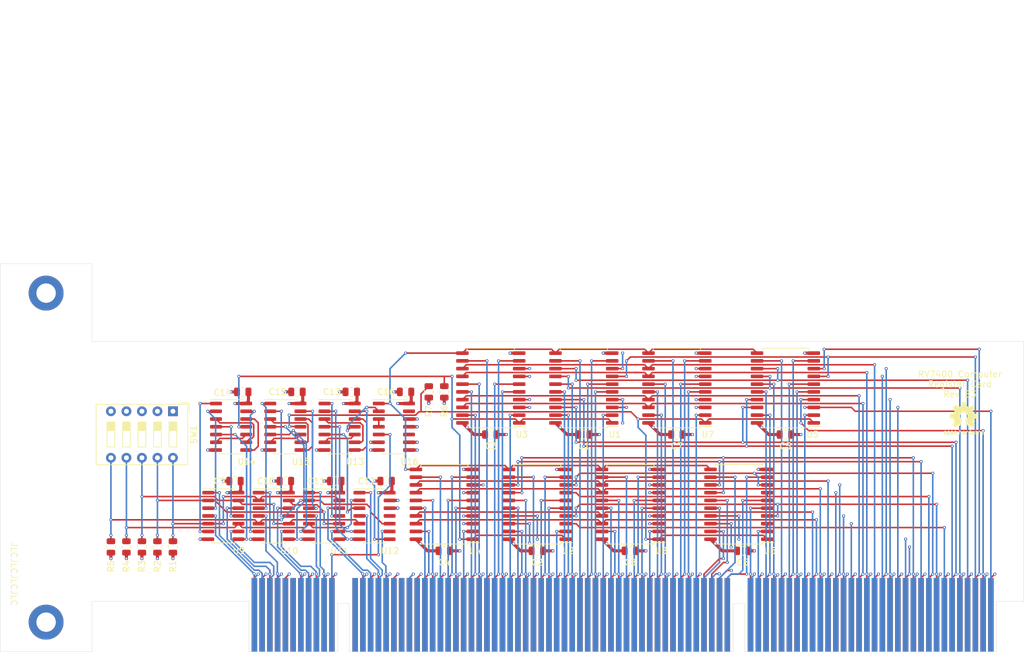
<source format=kicad_pcb>
(kicad_pcb (version 20171130) (host pcbnew 5.1.4-e60b266~84~ubuntu19.04.1)
  (title_block (title "RV7400 Register") (date 2019-10-28) (rev B3))
  (layers (0 F.Cu signal) (1 In1.Cu signal) (2 In2.Cu signal) (31 B.Cu signal) (34 B.Paste user) (35 F.Paste user) (36 B.SilkS user) (37 F.SilkS user) (38 B.Mask user) (39 F.Mask user) (44 Edge.Cuts user))
  (net 0 "")
  (net 1 GND)
  (net 2 VCC)
  (net 3 "Net-(R1-Pad1)")
  (net 4 /A24)
  (net 5 /Y24)
  (net 6 /Y25)
  (net 7 /A25)
  (net 8 /A26)
  (net 9 /Y26)
  (net 10 /Y27)
  (net 11 /A27)
  (net 12 /CLK)
  (net 13 /A28)
  (net 14 /Y28)
  (net 15 /Y29)
  (net 16 /A29)
  (net 17 /A30)
  (net 18 /Y30)
  (net 19 /Y31)
  (net 20 /A31)
  (net 21 /A16)
  (net 22 /Y16)
  (net 23 /Y17)
  (net 24 /A17)
  (net 25 /A18)
  (net 26 /Y18)
  (net 27 /Y19)
  (net 28 /A19)
  (net 29 /A20)
  (net 30 /Y20)
  (net 31 /Y21)
  (net 32 /A21)
  (net 33 /A22)
  (net 34 /Y22)
  (net 35 /Y23)
  (net 36 /A23)
  (net 37 /A8)
  (net 38 /Y8)
  (net 39 /Y9)
  (net 40 /A9)
  (net 41 /A10)
  (net 42 /Y10)
  (net 43 /Y11)
  (net 44 /A11)
  (net 45 /A12)
  (net 46 /Y12)
  (net 47 /Y13)
  (net 48 /A13)
  (net 49 /A14)
  (net 50 /Y14)
  (net 51 /Y15)
  (net 52 /A15)
  (net 53 /A0)
  (net 54 /Y0)
  (net 55 /Y1)
  (net 56 /A1)
  (net 57 /A2)
  (net 58 /Y2)
  (net 59 /Y3)
  (net 60 /A3)
  (net 61 /A4)
  (net 62 /Y4)
  (net 63 /Y5)
  (net 64 /A5)
  (net 65 /A6)
  (net 66 /Y6)
  (net 67 /Y7)
  (net 68 /A7)
  (net 69 /B24)
  (net 70 /B25)
  (net 71 /B26)
  (net 72 /B27)
  (net 73 /B28)
  (net 74 /B29)
  (net 75 /B30)
  (net 76 /B31)
  (net 77 /B16)
  (net 78 /B17)
  (net 79 /B18)
  (net 80 /B19)
  (net 81 /B20)
  (net 82 /B21)
  (net 83 /B22)
  (net 84 /B23)
  (net 85 /B7)
  (net 86 /B8)
  (net 87 /B9)
  (net 88 /B10)
  (net 89 /B12)
  (net 90 /B13)
  (net 91 /B14)
  (net 92 /B15)
  (net 93 /B0)
  (net 94 /B1)
  (net 95 /B2)
  (net 96 /B3)
  (net 97 /B4)
  (net 98 /B5)
  (net 99 /B6)
  (net 100 /CLKIN)
  (net 101 /YR4)
  (net 102 /YR3)
  (net 103 /YR2)
  (net 104 /YR1)
  (net 105 /YR0)
  (net 106 /AR4)
  (net 107 /AR3)
  (net 108 /AR2)
  (net 109 /AR1)
  (net 110 /AR0)
  (net 111 /BR4)
  (net 112 /BR3)
  (net 113 /BR2)
  (net 114 /BR1)
  (net 115 /BR0)
  (net 116 "Net-(R2-Pad1)")
  (net 117 "Net-(R3-Pad1)")
  (net 118 "Net-(R4-Pad1)")
  (net 119 "Net-(R5-Pad1)")
  (net 120 /B11)
  (net 121 /~AE)
  (net 122 /~BE)
  (net 123 "Net-(U14-Pad2)")
  (net 124 "Net-(U10-Pad8)")
  (net 125 /~YE)
  (net 126 "Net-(U12-Pad3)")
  (net 127 "Net-(U13-Pad12)")
  (net 128 "Net-(U13-Pad10)")
  (net 129 "Net-(U13-Pad3)")
  (net 130 "Net-(U14-Pad12)")
  (net 131 "Net-(U14-Pad10)")
  (net 132 "Net-(U14-Pad3)")
  (net 133 "Net-(U14-Pad5)")
  (net 134 "Net-(U14-Pad4)")
  (net 135 "Net-(U14-Pad1)")
  (net 136 "Net-(U10-Pad11)")
  (net 137 "Net-(U10-Pad6)")
  (net 138 "Net-(U10-Pad3)")
  (net 139 "Net-(U11-Pad11)")
  (net 140 "Net-(U11-Pad8)")
  (net 141 "Net-(U11-Pad6)")
  (net 142 "Net-(U11-Pad3)")
  (net 143 "Net-(U12-Pad8)")
  (net 144 "Net-(U12-Pad6)")
  (net 145 "Net-(U15-Pad12)")
  (net 146 "Net-(U15-Pad10)")
  (net 147 "Net-(U15-Pad3)")
  (net 148 "Net-(U16-Pad3)")
  (module rv7400:PCI-X (layer F.Cu) (at 114.3 133.35)
    (fp_text reference Z1 hide)
    (fp_text value Bus hide)
    (pad B96 smd rect (at 106.045 0) (size 0.9144 12.065) (drill (offset 0 6.0325)) (layers B.Cu B.Mask) (net 19 /Y31))
    (pad B95 smd rect (at 104.775 0) (size 0.9144 12.065) (drill (offset 0 6.0325)) (layers B.Cu B.Mask) (net 2 VCC))
    (pad B94 smd rect (at 103.505 0) (size 0.9144 12.065) (drill (offset 0 6.0325)) (layers B.Cu B.Mask) (net 15 /Y29))
    (pad B93 smd rect (at 102.235 0) (size 0.9144 12.065) (drill (offset 0 6.0325)) (layers B.Cu B.Mask) (net 10 /Y27))
    (pad B92 smd rect (at 100.965 0) (size 0.9144 12.065) (drill (offset 0 6.0325)) (layers B.Cu B.Mask) (net 2 VCC))
    (pad B91 smd rect (at 99.695 0) (size 0.9144 12.065) (drill (offset 0 6.0325)) (layers B.Cu B.Mask) (net 6 /Y25))
    (pad B90 smd rect (at 98.425 0) (size 0.9144 12.065) (drill (offset 0 6.0325)) (layers B.Cu B.Mask) (net 35 /Y23))
    (pad B89 smd rect (at 97.155 0) (size 0.9144 12.065) (drill (offset 0 6.0325)) (layers B.Cu B.Mask) (net 2 VCC))
    (pad B88 smd rect (at 95.885 0) (size 0.9144 12.065) (drill (offset 0 6.0325)) (layers B.Cu B.Mask) (net 31 /Y21))
    (pad B87 smd rect (at 94.615 0) (size 0.9144 12.065) (drill (offset 0 6.0325)) (layers B.Cu B.Mask) (net 27 /Y19))
    (pad B86 smd rect (at 93.345 0) (size 0.9144 12.065) (drill (offset 0 6.0325)) (layers B.Cu B.Mask) (net 2 VCC))
    (pad B85 smd rect (at 92.075 0) (size 0.9144 12.065) (drill (offset 0 6.0325)) (layers B.Cu B.Mask) (net 23 /Y17))
    (pad B84 smd rect (at 90.805 0) (size 0.9144 12.065) (drill (offset 0 6.0325)) (layers B.Cu B.Mask) (net 51 /Y15))
    (pad B83 smd rect (at 89.535 0) (size 0.9144 12.065) (drill (offset 0 6.0325)) (layers B.Cu B.Mask) (net 2 VCC))
    (pad B82 smd rect (at 88.265 0) (size 0.9144 12.065) (drill (offset 0 6.0325)) (layers B.Cu B.Mask) (net 47 /Y13))
    (pad B81 smd rect (at 86.995 0) (size 0.9144 12.065) (drill (offset 0 6.0325)) (layers B.Cu B.Mask) (net 43 /Y11))
    (pad B80 smd rect (at 85.725 0) (size 0.9144 12.065) (drill (offset 0 6.0325)) (layers B.Cu B.Mask) (net 2 VCC))
    (pad B79 smd rect (at 84.455 0) (size 0.9144 12.065) (drill (offset 0 6.0325)) (layers B.Cu B.Mask) (net 39 /Y9))
    (pad B78 smd rect (at 83.185 0) (size 0.9144 12.065) (drill (offset 0 6.0325)) (layers B.Cu B.Mask) (net 67 /Y7))
    (pad B77 smd rect (at 81.915 0) (size 0.9144 12.065) (drill (offset 0 6.0325)) (layers B.Cu B.Mask) (net 2 VCC))
    (pad B76 smd rect (at 80.645 0) (size 0.9144 12.065) (drill (offset 0 6.0325)) (layers B.Cu B.Mask) (net 63 /Y5))
    (pad B75 smd rect (at 79.375 0) (size 0.9144 12.065) (drill (offset 0 6.0325)) (layers B.Cu B.Mask) (net 59 /Y3))
    (pad B74 smd rect (at 78.105 0) (size 0.9144 12.065) (drill (offset 0 6.0325)) (layers B.Cu B.Mask) (net 2 VCC))
    (pad B73 smd rect (at 76.835 0) (size 0.9144 12.065) (drill (offset 0 6.0325)) (layers B.Cu B.Mask) (net 55 /Y1))
    (pad B72 smd rect (at 75.565 0) (size 0.9144 12.065) (drill (offset 0 6.0325)) (layers B.Cu B.Mask) (net 76 /B31))
    (pad B71 smd rect (at 74.295 0) (size 0.9144 12.065) (drill (offset 0 6.0325)) (layers B.Cu B.Mask) (net 2 VCC))
    (pad B70 smd rect (at 73.025 0) (size 0.9144 12.065) (drill (offset 0 6.0325)) (layers B.Cu B.Mask) (net 74 /B29))
    (pad B69 smd rect (at 71.755 0) (size 0.9144 12.065) (drill (offset 0 6.0325)) (layers B.Cu B.Mask) (net 72 /B27))
    (pad B68 smd rect (at 70.485 0) (size 0.9144 12.065) (drill (offset 0 6.0325)) (layers B.Cu B.Mask) (net 2 VCC))
    (pad B67 smd rect (at 69.215 0) (size 0.9144 12.065) (drill (offset 0 6.0325)) (layers B.Cu B.Mask) (net 70 /B25))
    (pad B66 smd rect (at 67.945 0) (size 0.9144 12.065) (drill (offset 0 6.0325)) (layers B.Cu B.Mask) (net 84 /B23))
    (pad B65 smd rect (at 66.675 0) (size 0.9144 12.065) (drill (offset 0 6.0325)) (layers B.Cu B.Mask) (net 2 VCC))
    (pad B62 smd rect (at 62.865 0) (size 0.9144 12.065) (drill (offset 0 6.0325)) (layers B.Cu B.Mask) (net 82 /B21))
    (pad B61 smd rect (at 61.595 0) (size 0.9144 12.065) (drill (offset 0 6.0325)) (layers B.Cu B.Mask) (net 80 /B19))
    (pad B60 smd rect (at 60.325 0) (size 0.9144 12.065) (drill (offset 0 6.0325)) (layers B.Cu B.Mask) (net 2 VCC))
    (pad B59 smd rect (at 59.055 0) (size 0.9144 12.065) (drill (offset 0 6.0325)) (layers B.Cu B.Mask) (net 78 /B17))
    (pad B58 smd rect (at 57.785 0) (size 0.9144 12.065) (drill (offset 0 6.0325)) (layers B.Cu B.Mask) (net 92 /B15))
    (pad B57 smd rect (at 56.515 0) (size 0.9144 12.065) (drill (offset 0 6.0325)) (layers B.Cu B.Mask) (net 2 VCC))
    (pad B56 smd rect (at 55.245 0) (size 0.9144 12.065) (drill (offset 0 6.0325)) (layers B.Cu B.Mask) (net 90 /B13))
    (pad B55 smd rect (at 53.975 0) (size 0.9144 12.065) (drill (offset 0 6.0325)) (layers B.Cu B.Mask) (net 120 /B11))
    (pad B54 smd rect (at 52.705 0) (size 0.9144 12.065) (drill (offset 0 6.0325)) (layers B.Cu B.Mask) (net 2 VCC))
    (pad B53 smd rect (at 51.435 0) (size 0.9144 12.065) (drill (offset 0 6.0325)) (layers B.Cu B.Mask) (net 87 /B9))
    (pad B52 smd rect (at 50.165 0) (size 0.9144 12.065) (drill (offset 0 6.0325)) (layers B.Cu B.Mask) (net 85 /B7))
    (pad B51 smd rect (at 48.895 0) (size 0.9144 12.065) (drill (offset 0 6.0325)) (layers B.Cu B.Mask) (net 2 VCC))
    (pad B50 smd rect (at 47.625 0) (size 0.9144 12.065) (drill (offset 0 6.0325)) (layers B.Cu B.Mask) (net 98 /B5))
    (pad B49 smd rect (at 46.355 0) (size 0.9144 12.065) (drill (offset 0 6.0325)) (layers B.Cu B.Mask) (net 96 /B3))
    (pad B48 smd rect (at 45.085 0) (size 0.9144 12.065) (drill (offset 0 6.0325)) (layers B.Cu B.Mask) (net 2 VCC))
    (pad B47 smd rect (at 43.815 0) (size 0.9144 12.065) (drill (offset 0 6.0325)) (layers B.Cu B.Mask) (net 94 /B1))
    (pad B46 smd rect (at 42.545 0) (size 0.9144 12.065) (drill (offset 0 6.0325)) (layers B.Cu B.Mask) (net 20 /A31))
    (pad B45 smd rect (at 41.275 0) (size 0.9144 12.065) (drill (offset 0 6.0325)) (layers B.Cu B.Mask) (net 2 VCC))
    (pad B44 smd rect (at 40.005 0) (size 0.9144 12.065) (drill (offset 0 6.0325)) (layers B.Cu B.Mask) (net 16 /A29))
    (pad B43 smd rect (at 38.735 0) (size 0.9144 12.065) (drill (offset 0 6.0325)) (layers B.Cu B.Mask) (net 11 /A27))
    (pad B42 smd rect (at 37.465 0) (size 0.9144 12.065) (drill (offset 0 6.0325)) (layers B.Cu B.Mask) (net 2 VCC))
    (pad B41 smd rect (at 36.195 0) (size 0.9144 12.065) (drill (offset 0 6.0325)) (layers B.Cu B.Mask) (net 7 /A25))
    (pad B40 smd rect (at 34.925 0) (size 0.9144 12.065) (drill (offset 0 6.0325)) (layers B.Cu B.Mask) (net 36 /A23))
    (pad B39 smd rect (at 33.655 0) (size 0.9144 12.065) (drill (offset 0 6.0325)) (layers B.Cu B.Mask) (net 2 VCC))
    (pad B38 smd rect (at 32.385 0) (size 0.9144 12.065) (drill (offset 0 6.0325)) (layers B.Cu B.Mask) (net 32 /A21))
    (pad B37 smd rect (at 31.115 0) (size 0.9144 12.065) (drill (offset 0 6.0325)) (layers B.Cu B.Mask) (net 28 /A19))
    (pad B36 smd rect (at 29.845 0) (size 0.9144 12.065) (drill (offset 0 6.0325)) (layers B.Cu B.Mask) (net 2 VCC))
    (pad B35 smd rect (at 28.575 0) (size 0.9144 12.065) (drill (offset 0 6.0325)) (layers B.Cu B.Mask) (net 24 /A17))
    (pad B34 smd rect (at 27.305 0) (size 0.9144 12.065) (drill (offset 0 6.0325)) (layers B.Cu B.Mask) (net 52 /A15))
    (pad B33 smd rect (at 26.035 0) (size 0.9144 12.065) (drill (offset 0 6.0325)) (layers B.Cu B.Mask) (net 2 VCC))
    (pad B32 smd rect (at 24.765 0) (size 0.9144 12.065) (drill (offset 0 6.0325)) (layers B.Cu B.Mask) (net 48 /A13))
    (pad B31 smd rect (at 23.495 0) (size 0.9144 12.065) (drill (offset 0 6.0325)) (layers B.Cu B.Mask) (net 44 /A11))
    (pad B30 smd rect (at 22.225 0) (size 0.9144 12.065) (drill (offset 0 6.0325)) (layers B.Cu B.Mask) (net 2 VCC))
    (pad B29 smd rect (at 20.955 0) (size 0.9144 12.065) (drill (offset 0 6.0325)) (layers B.Cu B.Mask) (net 40 /A9))
    (pad B28 smd rect (at 19.685 0) (size 0.9144 12.065) (drill (offset 0 6.0325)) (layers B.Cu B.Mask) (net 68 /A7))
    (pad B27 smd rect (at 18.415 0) (size 0.9144 12.065) (drill (offset 0 6.0325)) (layers B.Cu B.Mask) (net 2 VCC))
    (pad B26 smd rect (at 17.145 0) (size 0.9144 12.065) (drill (offset 0 6.0325)) (layers B.Cu B.Mask) (net 64 /A5))
    (pad B25 smd rect (at 15.875 0) (size 0.9144 12.065) (drill (offset 0 6.0325)) (layers B.Cu B.Mask) (net 60 /A3))
    (pad B24 smd rect (at 14.605 0) (size 0.9144 12.065) (drill (offset 0 6.0325)) (layers B.Cu B.Mask) (net 2 VCC))
    (pad B23 smd rect (at 13.335 0) (size 0.9144 12.065) (drill (offset 0 6.0325)) (layers B.Cu B.Mask) (net 56 /A1))
    (pad B22 smd rect (at 12.065 0) (size 0.9144 12.065) (drill (offset 0 6.0325)) (layers B.Cu B.Mask))
    (pad B21 smd rect (at 10.795 0) (size 0.9144 12.065) (drill (offset 0 6.0325)) (layers B.Cu B.Mask) (net 2 VCC))
    (pad B20 smd rect (at 9.525 0) (size 0.9144 12.065) (drill (offset 0 6.0325)) (layers B.Cu B.Mask))
    (pad B19 smd rect (at 8.255 0) (size 0.9144 12.065) (drill (offset 0 6.0325)) (layers B.Cu B.Mask))
    (pad B18 smd rect (at 6.985 0) (size 0.9144 12.065) (drill (offset 0 6.0325)) (layers B.Cu B.Mask) (net 2 VCC))
    (pad B17 smd rect (at 5.715 0) (size 0.9144 12.065) (drill (offset 0 6.0325)) (layers B.Cu B.Mask) (net 102 /YR3))
    (pad B16 smd rect (at 4.445 0) (size 0.9144 12.065) (drill (offset 0 6.0325)) (layers B.Cu B.Mask) (net 104 /YR1))
    (pad B15 smd rect (at 3.175 0) (size 0.9144 12.065) (drill (offset 0 6.0325)) (layers B.Cu B.Mask) (net 2 VCC))
    (pad B14 smd rect (at 1.905 0) (size 0.9144 12.065) (drill (offset 0 6.0325)) (layers B.Cu B.Mask))
    (pad B11 smd rect (at -1.905 0) (size 0.9144 12.065) (drill (offset 0 6.0325)) (layers B.Cu B.Mask) (net 100 /CLKIN))
    (pad B10 smd rect (at -3.175 0) (size 0.9144 12.065) (drill (offset 0 6.0325)) (layers B.Cu B.Mask) (net 2 VCC))
    (pad B9 smd rect (at -4.445 0) (size 0.9144 12.065) (drill (offset 0 6.0325)) (layers B.Cu B.Mask) (net 112 /BR3))
    (pad B8 smd rect (at -5.715 0) (size 0.9144 12.065) (drill (offset 0 6.0325)) (layers B.Cu B.Mask) (net 114 /BR1))
    (pad B7 smd rect (at -6.985 0) (size 0.9144 12.065) (drill (offset 0 6.0325)) (layers B.Cu B.Mask) (net 2 VCC))
    (pad B6 smd rect (at -8.255 0) (size 0.9144 12.065) (drill (offset 0 6.0325)) (layers B.Cu B.Mask))
    (pad B5 smd rect (at -9.525 0) (size 0.9144 12.065) (drill (offset 0 6.0325)) (layers B.Cu B.Mask))
    (pad B4 smd rect (at -10.795 0) (size 0.9144 12.065) (drill (offset 0 6.0325)) (layers B.Cu B.Mask) (net 2 VCC))
    (pad B3 smd rect (at -12.065 0) (size 0.9144 12.065) (drill (offset 0 6.0325)) (layers B.Cu B.Mask) (net 107 /AR3))
    (pad B2 smd rect (at -13.335 0) (size 0.9144 12.065) (drill (offset 0 6.0325)) (layers B.Cu B.Mask) (net 109 /AR1))
    (pad B1 smd rect (at -14.605 0) (size 0.9144 12.065) (drill (offset 0 6.0325)) (layers B.Cu B.Mask) (net 2 VCC))
    (pad A96 smd rect (at 106.045 0) (size 0.9144 12.065) (drill (offset 0 6.0325)) (layers F.Cu F.Mask) (net 1 GND))
    (pad A95 smd rect (at 104.775 0) (size 0.9144 12.065) (drill (offset 0 6.0325)) (layers F.Cu F.Mask) (net 18 /Y30))
    (pad A94 smd rect (at 103.505 0) (size 0.9144 12.065) (drill (offset 0 6.0325)) (layers F.Cu F.Mask) (net 14 /Y28))
    (pad A93 smd rect (at 102.235 0) (size 0.9144 12.065) (drill (offset 0 6.0325)) (layers F.Cu F.Mask) (net 1 GND))
    (pad A92 smd rect (at 100.965 0) (size 0.9144 12.065) (drill (offset 0 6.0325)) (layers F.Cu F.Mask) (net 9 /Y26))
    (pad A91 smd rect (at 99.695 0) (size 0.9144 12.065) (drill (offset 0 6.0325)) (layers F.Cu F.Mask) (net 5 /Y24))
    (pad A90 smd rect (at 98.425 0) (size 0.9144 12.065) (drill (offset 0 6.0325)) (layers F.Cu F.Mask) (net 1 GND))
    (pad A89 smd rect (at 97.155 0) (size 0.9144 12.065) (drill (offset 0 6.0325)) (layers F.Cu F.Mask) (net 34 /Y22))
    (pad A88 smd rect (at 95.885 0) (size 0.9144 12.065) (drill (offset 0 6.0325)) (layers F.Cu F.Mask) (net 30 /Y20))
    (pad A87 smd rect (at 94.615 0) (size 0.9144 12.065) (drill (offset 0 6.0325)) (layers F.Cu F.Mask) (net 1 GND))
    (pad A86 smd rect (at 93.345 0) (size 0.9144 12.065) (drill (offset 0 6.0325)) (layers F.Cu F.Mask) (net 26 /Y18))
    (pad A85 smd rect (at 92.075 0) (size 0.9144 12.065) (drill (offset 0 6.0325)) (layers F.Cu F.Mask) (net 22 /Y16))
    (pad A84 smd rect (at 90.805 0) (size 0.9144 12.065) (drill (offset 0 6.0325)) (layers F.Cu F.Mask) (net 1 GND))
    (pad A83 smd rect (at 89.535 0) (size 0.9144 12.065) (drill (offset 0 6.0325)) (layers F.Cu F.Mask) (net 50 /Y14))
    (pad A82 smd rect (at 88.265 0) (size 0.9144 12.065) (drill (offset 0 6.0325)) (layers F.Cu F.Mask) (net 46 /Y12))
    (pad A81 smd rect (at 86.995 0) (size 0.9144 12.065) (drill (offset 0 6.0325)) (layers F.Cu F.Mask) (net 1 GND))
    (pad A80 smd rect (at 85.725 0) (size 0.9144 12.065) (drill (offset 0 6.0325)) (layers F.Cu F.Mask) (net 42 /Y10))
    (pad A79 smd rect (at 84.455 0) (size 0.9144 12.065) (drill (offset 0 6.0325)) (layers F.Cu F.Mask) (net 38 /Y8))
    (pad A78 smd rect (at 83.185 0) (size 0.9144 12.065) (drill (offset 0 6.0325)) (layers F.Cu F.Mask) (net 1 GND))
    (pad A77 smd rect (at 81.915 0) (size 0.9144 12.065) (drill (offset 0 6.0325)) (layers F.Cu F.Mask) (net 66 /Y6))
    (pad A76 smd rect (at 80.645 0) (size 0.9144 12.065) (drill (offset 0 6.0325)) (layers F.Cu F.Mask) (net 62 /Y4))
    (pad A75 smd rect (at 79.375 0) (size 0.9144 12.065) (drill (offset 0 6.0325)) (layers F.Cu F.Mask) (net 1 GND))
    (pad A74 smd rect (at 78.105 0) (size 0.9144 12.065) (drill (offset 0 6.0325)) (layers F.Cu F.Mask) (net 58 /Y2))
    (pad A73 smd rect (at 76.835 0) (size 0.9144 12.065) (drill (offset 0 6.0325)) (layers F.Cu F.Mask) (net 54 /Y0))
    (pad A72 smd rect (at 75.565 0) (size 0.9144 12.065) (drill (offset 0 6.0325)) (layers F.Cu F.Mask) (net 1 GND))
    (pad A71 smd rect (at 74.295 0) (size 0.9144 12.065) (drill (offset 0 6.0325)) (layers F.Cu F.Mask) (net 75 /B30))
    (pad A70 smd rect (at 73.025 0) (size 0.9144 12.065) (drill (offset 0 6.0325)) (layers F.Cu F.Mask) (net 73 /B28))
    (pad A69 smd rect (at 71.755 0) (size 0.9144 12.065) (drill (offset 0 6.0325)) (layers F.Cu F.Mask) (net 1 GND))
    (pad A68 smd rect (at 70.485 0) (size 0.9144 12.065) (drill (offset 0 6.0325)) (layers F.Cu F.Mask) (net 71 /B26))
    (pad A67 smd rect (at 69.215 0) (size 0.9144 12.065) (drill (offset 0 6.0325)) (layers F.Cu F.Mask) (net 69 /B24))
    (pad A66 smd rect (at 67.945 0) (size 0.9144 12.065) (drill (offset 0 6.0325)) (layers F.Cu F.Mask) (net 1 GND))
    (pad A65 smd rect (at 66.675 0) (size 0.9144 12.065) (drill (offset 0 6.0325)) (layers F.Cu F.Mask) (net 83 /B22))
    (pad A62 smd rect (at 62.865 0) (size 0.9144 12.065) (drill (offset 0 6.0325)) (layers F.Cu F.Mask) (net 81 /B20))
    (pad A61 smd rect (at 61.595 0) (size 0.9144 12.065) (drill (offset 0 6.0325)) (layers F.Cu F.Mask) (net 1 GND))
    (pad A60 smd rect (at 60.325 0) (size 0.9144 12.065) (drill (offset 0 6.0325)) (layers F.Cu F.Mask) (net 79 /B18))
    (pad A59 smd rect (at 59.055 0) (size 0.9144 12.065) (drill (offset 0 6.0325)) (layers F.Cu F.Mask) (net 77 /B16))
    (pad A58 smd rect (at 57.785 0) (size 0.9144 12.065) (drill (offset 0 6.0325)) (layers F.Cu F.Mask) (net 1 GND))
    (pad A57 smd rect (at 56.515 0) (size 0.9144 12.065) (drill (offset 0 6.0325)) (layers F.Cu F.Mask) (net 91 /B14))
    (pad A56 smd rect (at 55.245 0) (size 0.9144 12.065) (drill (offset 0 6.0325)) (layers F.Cu F.Mask) (net 89 /B12))
    (pad A55 smd rect (at 53.975 0) (size 0.9144 12.065) (drill (offset 0 6.0325)) (layers F.Cu F.Mask) (net 1 GND))
    (pad A54 smd rect (at 52.705 0) (size 0.9144 12.065) (drill (offset 0 6.0325)) (layers F.Cu F.Mask) (net 88 /B10))
    (pad A53 smd rect (at 51.435 0) (size 0.9144 12.065) (drill (offset 0 6.0325)) (layers F.Cu F.Mask) (net 86 /B8))
    (pad A52 smd rect (at 50.165 0) (size 0.9144 12.065) (drill (offset 0 6.0325)) (layers F.Cu F.Mask) (net 1 GND))
    (pad A51 smd rect (at 48.895 0) (size 0.9144 12.065) (drill (offset 0 6.0325)) (layers F.Cu F.Mask) (net 99 /B6))
    (pad A50 smd rect (at 47.625 0) (size 0.9144 12.065) (drill (offset 0 6.0325)) (layers F.Cu F.Mask) (net 97 /B4))
    (pad A49 smd rect (at 46.355 0) (size 0.9144 12.065) (drill (offset 0 6.0325)) (layers F.Cu F.Mask) (net 1 GND))
    (pad A48 smd rect (at 45.085 0) (size 0.9144 12.065) (drill (offset 0 6.0325)) (layers F.Cu F.Mask) (net 95 /B2))
    (pad A47 smd rect (at 43.815 0) (size 0.9144 12.065) (drill (offset 0 6.0325)) (layers F.Cu F.Mask) (net 93 /B0))
    (pad A46 smd rect (at 42.545 0) (size 0.9144 12.065) (drill (offset 0 6.0325)) (layers F.Cu F.Mask) (net 1 GND))
    (pad A45 smd rect (at 41.275 0) (size 0.9144 12.065) (drill (offset 0 6.0325)) (layers F.Cu F.Mask) (net 17 /A30))
    (pad A44 smd rect (at 40.005 0) (size 0.9144 12.065) (drill (offset 0 6.0325)) (layers F.Cu F.Mask) (net 13 /A28))
    (pad A43 smd rect (at 38.735 0) (size 0.9144 12.065) (drill (offset 0 6.0325)) (layers F.Cu F.Mask) (net 1 GND))
    (pad A42 smd rect (at 37.465 0) (size 0.9144 12.065) (drill (offset 0 6.0325)) (layers F.Cu F.Mask) (net 8 /A26))
    (pad A41 smd rect (at 36.195 0) (size 0.9144 12.065) (drill (offset 0 6.0325)) (layers F.Cu F.Mask) (net 4 /A24))
    (pad A40 smd rect (at 34.925 0) (size 0.9144 12.065) (drill (offset 0 6.0325)) (layers F.Cu F.Mask) (net 1 GND))
    (pad A39 smd rect (at 33.655 0) (size 0.9144 12.065) (drill (offset 0 6.0325)) (layers F.Cu F.Mask) (net 33 /A22))
    (pad A38 smd rect (at 32.385 0) (size 0.9144 12.065) (drill (offset 0 6.0325)) (layers F.Cu F.Mask) (net 29 /A20))
    (pad A37 smd rect (at 31.115 0) (size 0.9144 12.065) (drill (offset 0 6.0325)) (layers F.Cu F.Mask) (net 1 GND))
    (pad A36 smd rect (at 29.845 0) (size 0.9144 12.065) (drill (offset 0 6.0325)) (layers F.Cu F.Mask) (net 25 /A18))
    (pad A35 smd rect (at 28.575 0) (size 0.9144 12.065) (drill (offset 0 6.0325)) (layers F.Cu F.Mask) (net 21 /A16))
    (pad A34 smd rect (at 27.305 0) (size 0.9144 12.065) (drill (offset 0 6.0325)) (layers F.Cu F.Mask) (net 1 GND))
    (pad A33 smd rect (at 26.035 0) (size 0.9144 12.065) (drill (offset 0 6.0325)) (layers F.Cu F.Mask) (net 49 /A14))
    (pad A32 smd rect (at 24.765 0) (size 0.9144 12.065) (drill (offset 0 6.0325)) (layers F.Cu F.Mask) (net 45 /A12))
    (pad A31 smd rect (at 23.495 0) (size 0.9144 12.065) (drill (offset 0 6.0325)) (layers F.Cu F.Mask) (net 1 GND))
    (pad A30 smd rect (at 22.225 0) (size 0.9144 12.065) (drill (offset 0 6.0325)) (layers F.Cu F.Mask) (net 41 /A10))
    (pad A29 smd rect (at 20.955 0) (size 0.9144 12.065) (drill (offset 0 6.0325)) (layers F.Cu F.Mask) (net 37 /A8))
    (pad A28 smd rect (at 19.685 0) (size 0.9144 12.065) (drill (offset 0 6.0325)) (layers F.Cu F.Mask) (net 1 GND))
    (pad A27 smd rect (at 18.415 0) (size 0.9144 12.065) (drill (offset 0 6.0325)) (layers F.Cu F.Mask) (net 65 /A6))
    (pad A26 smd rect (at 17.145 0) (size 0.9144 12.065) (drill (offset 0 6.0325)) (layers F.Cu F.Mask) (net 61 /A4))
    (pad A25 smd rect (at 15.875 0) (size 0.9144 12.065) (drill (offset 0 6.0325)) (layers F.Cu F.Mask) (net 1 GND))
    (pad A24 smd rect (at 14.605 0) (size 0.9144 12.065) (drill (offset 0 6.0325)) (layers F.Cu F.Mask) (net 57 /A2))
    (pad A23 smd rect (at 13.335 0) (size 0.9144 12.065) (drill (offset 0 6.0325)) (layers F.Cu F.Mask) (net 53 /A0))
    (pad A22 smd rect (at 12.065 0) (size 0.9144 12.065) (drill (offset 0 6.0325)) (layers F.Cu F.Mask) (net 1 GND))
    (pad A21 smd rect (at 10.795 0) (size 0.9144 12.065) (drill (offset 0 6.0325)) (layers F.Cu F.Mask))
    (pad A20 smd rect (at 9.525 0) (size 0.9144 12.065) (drill (offset 0 6.0325)) (layers F.Cu F.Mask))
    (pad A19 smd rect (at 8.255 0) (size 0.9144 12.065) (drill (offset 0 6.0325)) (layers F.Cu F.Mask) (net 1 GND))
    (pad A18 smd rect (at 6.985 0) (size 0.9144 12.065) (drill (offset 0 6.0325)) (layers F.Cu F.Mask) (net 101 /YR4))
    (pad A17 smd rect (at 5.715 0) (size 0.9144 12.065) (drill (offset 0 6.0325)) (layers F.Cu F.Mask) (net 103 /YR2))
    (pad A16 smd rect (at 4.445 0) (size 0.9144 12.065) (drill (offset 0 6.0325)) (layers F.Cu F.Mask) (net 1 GND))
    (pad A15 smd rect (at 3.175 0) (size 0.9144 12.065) (drill (offset 0 6.0325)) (layers F.Cu F.Mask) (net 105 /YR0))
    (pad A14 smd rect (at 1.905 0) (size 0.9144 12.065) (drill (offset 0 6.0325)) (layers F.Cu F.Mask))
    (pad A11 smd rect (at -1.905 0) (size 0.9144 12.065) (drill (offset 0 6.0325)) (layers F.Cu F.Mask) (net 1 GND))
    (pad A10 smd rect (at -3.175 0) (size 0.9144 12.065) (drill (offset 0 6.0325)) (layers F.Cu F.Mask) (net 111 /BR4))
    (pad A9 smd rect (at -4.445 0) (size 0.9144 12.065) (drill (offset 0 6.0325)) (layers F.Cu F.Mask) (net 113 /BR2))
    (pad A8 smd rect (at -5.715 0) (size 0.9144 12.065) (drill (offset 0 6.0325)) (layers F.Cu F.Mask) (net 1 GND))
    (pad A7 smd rect (at -6.985 0) (size 0.9144 12.065) (drill (offset 0 6.0325)) (layers F.Cu F.Mask) (net 115 /BR0))
    (pad A6 smd rect (at -8.255 0) (size 0.9144 12.065) (drill (offset 0 6.0325)) (layers F.Cu F.Mask))
    (pad A5 smd rect (at -9.525 0) (size 0.9144 12.065) (drill (offset 0 6.0325)) (layers F.Cu F.Mask) (net 1 GND))
    (pad A4 smd rect (at -10.795 0) (size 0.9144 12.065) (drill (offset 0 6.0325)) (layers F.Cu F.Mask) (net 106 /AR4))
    (pad A3 smd rect (at -12.065 0) (size 0.9144 12.065) (drill (offset 0 6.0325)) (layers F.Cu F.Mask) (net 108 /AR2))
    (pad A2 smd rect (at -13.335 0) (size 0.9144 12.065) (drill (offset 0 6.0325)) (layers F.Cu F.Mask) (net 1 GND))
    (pad "" thru_hole circle (at -48.7172 -46.6598) (size 5.715 5.715) (drill 3.175) (layers *.Cu *.Mask))
    (pad "" thru_hole circle (at -48.7172 7.239) (size 5.715 5.715) (drill 3.175) (layers *.Cu *.Mask))
    (pad A1 smd rect (at -14.605 0) (size 0.9144 12.065) (drill (offset 0 6.0325)) (layers F.Cu F.Mask) (net 110 /AR0))
  )
  (module Package_SO:SOIC-20W_7.5x12.8mm_P1.27mm (layer F.Cu) (at 179.07 121.285 180)
    (fp_text reference U6 (at -5.08 -7.62) (layer F.SilkS))
    (fp_text value 74AHC374)
    (pad 20 smd roundrect (at 4.65 -5.715 180) (size 2.05 0.6) (layers F.Cu F.Paste F.Mask) (net 2 VCC))
    (pad 19 smd roundrect (at 4.65 -4.445 180) (size 2.05 0.6) (layers F.Cu F.Paste F.Mask) (net 77 /B16))
    (pad 18 smd roundrect (at 4.65 -3.175 180) (size 2.05 0.6) (layers F.Cu F.Paste F.Mask) (net 22 /Y16))
    (pad 17 smd roundrect (at 4.65 -1.905 180) (size 2.05 0.6) (layers F.Cu F.Paste F.Mask) (net 23 /Y17))
    (pad 16 smd roundrect (at 4.65 -0.635 180) (size 2.05 0.6) (layers F.Cu F.Paste F.Mask) (net 78 /B17))
    (pad 15 smd roundrect (at 4.65 0.635 180) (size 2.05 0.6) (layers F.Cu F.Paste F.Mask) (net 79 /B18))
    (pad 14 smd roundrect (at 4.65 1.905 180) (size 2.05 0.6) (layers F.Cu F.Paste F.Mask) (net 26 /Y18))
    (pad 13 smd roundrect (at 4.65 3.175 180) (size 2.05 0.6) (layers F.Cu F.Paste F.Mask) (net 27 /Y19))
    (pad 12 smd roundrect (at 4.65 4.445 180) (size 2.05 0.6) (layers F.Cu F.Paste F.Mask) (net 80 /B19))
    (pad 11 smd roundrect (at 4.65 5.715 180) (size 2.05 0.6) (layers F.Cu F.Paste F.Mask) (net 12 /CLK))
    (pad 10 smd roundrect (at -4.65 5.715 180) (size 2.05 0.6) (layers F.Cu F.Paste F.Mask) (net 1 GND))
    (pad 9 smd roundrect (at -4.65 4.445 180) (size 2.05 0.6) (layers F.Cu F.Paste F.Mask) (net 81 /B20))
    (pad 8 smd roundrect (at -4.65 3.175 180) (size 2.05 0.6) (layers F.Cu F.Paste F.Mask) (net 30 /Y20))
    (pad 7 smd roundrect (at -4.65 1.905 180) (size 2.05 0.6) (layers F.Cu F.Paste F.Mask) (net 31 /Y21))
    (pad 6 smd roundrect (at -4.65 0.635 180) (size 2.05 0.6) (layers F.Cu F.Paste F.Mask) (net 82 /B21))
    (pad 5 smd roundrect (at -4.65 -0.635 180) (size 2.05 0.6) (layers F.Cu F.Paste F.Mask) (net 83 /B22))
    (pad 4 smd roundrect (at -4.65 -1.905 180) (size 2.05 0.6) (layers F.Cu F.Paste F.Mask) (net 34 /Y22))
    (pad 3 smd roundrect (at -4.65 -3.175 180) (size 2.05 0.6) (layers F.Cu F.Paste F.Mask) (net 35 /Y23))
    (pad 2 smd roundrect (at -4.65 -4.445 180) (size 2.05 0.6) (layers F.Cu F.Paste F.Mask) (net 84 /B23))
    (pad 1 smd roundrect (at -4.65 -5.715 180) (size 2.05 0.6) (layers F.Cu F.Paste F.Mask) (net 122 /~BE))
  )
  (module Resistor_SMD:R_0805_2012Metric (layer F.Cu) (at 128.27 102.87 90)
    (fp_text reference R7 (at -3.175 0 90) (layer F.SilkS))
    (fp_text value 10K)
    (pad 2 smd roundrect (at 0.9375 0 90) (size 0.975 1.4) (layers F.Cu F.Paste F.Mask) (net 122 /~BE))
    (pad 1 smd roundrect (at -0.9375 0 90) (size 0.975 1.4) (layers F.Cu F.Paste F.Mask) (net 2 VCC))
  )
  (module Resistor_SMD:R_0805_2012Metric (layer F.Cu) (at 130.81 102.87 90)
    (fp_text reference R6 (at -3.175 0 90) (layer F.SilkS))
    (fp_text value 10K)
    (pad 2 smd roundrect (at 0.9375 0 90) (size 0.975 1.4) (layers F.Cu F.Paste F.Mask) (net 121 /~AE))
    (pad 1 smd roundrect (at -0.9375 0 90) (size 0.975 1.4) (layers F.Cu F.Paste F.Mask) (net 2 VCC))
  )
  (module Package_SO:SOIC-14_3.9x8.7mm_P1.27mm (layer F.Cu) (at 122.555 108.585)
    (fp_text reference U16 (at 2.54 5.715) (layer F.SilkS))
    (fp_text value 74AHC02)
    (pad 14 smd roundrect (at 2.475 -3.81) (size 1.95 0.6) (layers F.Cu F.Paste F.Mask) (net 2 VCC))
    (pad 13 smd roundrect (at 2.475 -2.54) (size 1.95 0.6) (layers F.Cu F.Paste F.Mask))
    (pad 12 smd roundrect (at 2.475 -1.27) (size 1.95 0.6) (layers F.Cu F.Paste F.Mask) (net 1 GND))
    (pad 11 smd roundrect (at 2.475 0) (size 1.95 0.6) (layers F.Cu F.Paste F.Mask) (net 1 GND))
    (pad 10 smd roundrect (at 2.475 1.27) (size 1.95 0.6) (layers F.Cu F.Paste F.Mask))
    (pad 9 smd roundrect (at 2.475 2.54) (size 1.95 0.6) (layers F.Cu F.Paste F.Mask) (net 1 GND))
    (pad 8 smd roundrect (at 2.475 3.81) (size 1.95 0.6) (layers F.Cu F.Paste F.Mask) (net 1 GND))
    (pad 7 smd roundrect (at -2.475 3.81) (size 1.95 0.6) (layers F.Cu F.Paste F.Mask) (net 1 GND))
    (pad 6 smd roundrect (at -2.475 2.54) (size 1.95 0.6) (layers F.Cu F.Paste F.Mask) (net 1 GND))
    (pad 5 smd roundrect (at -2.475 1.27) (size 1.95 0.6) (layers F.Cu F.Paste F.Mask) (net 100 /CLKIN))
    (pad 4 smd roundrect (at -2.475 0) (size 1.95 0.6) (layers F.Cu F.Paste F.Mask) (net 148 "Net-(U16-Pad3)"))
    (pad 3 smd roundrect (at -2.475 -1.27) (size 1.95 0.6) (layers F.Cu F.Paste F.Mask) (net 148 "Net-(U16-Pad3)"))
    (pad 2 smd roundrect (at -2.475 -2.54) (size 1.95 0.6) (layers F.Cu F.Paste F.Mask) (net 125 /~YE))
    (pad 1 smd roundrect (at -2.475 -3.81) (size 1.95 0.6) (layers F.Cu F.Paste F.Mask) (net 12 /CLK))
  )
  (module Package_SO:SOIC-14_3.9x8.7mm_P1.27mm (layer F.Cu) (at 104.775 108.585)
    (fp_text reference U15 (at 2.54 5.715) (layer F.SilkS))
    (fp_text value 74AHC32)
    (pad 14 smd roundrect (at 2.475 -3.81) (size 1.95 0.6) (layers F.Cu F.Paste F.Mask) (net 2 VCC))
    (pad 13 smd roundrect (at 2.475 -2.54) (size 1.95 0.6) (layers F.Cu F.Paste F.Mask) (net 142 "Net-(U11-Pad3)"))
    (pad 12 smd roundrect (at 2.475 -1.27) (size 1.95 0.6) (layers F.Cu F.Paste F.Mask) (net 145 "Net-(U15-Pad12)"))
    (pad 11 smd roundrect (at 2.475 0) (size 1.95 0.6) (layers F.Cu F.Paste F.Mask) (net 122 /~BE))
    (pad 10 smd roundrect (at 2.475 1.27) (size 1.95 0.6) (layers F.Cu F.Paste F.Mask) (net 146 "Net-(U15-Pad10)"))
    (pad 9 smd roundrect (at 2.475 2.54) (size 1.95 0.6) (layers F.Cu F.Paste F.Mask) (net 147 "Net-(U15-Pad3)"))
    (pad 8 smd roundrect (at 2.475 3.81) (size 1.95 0.6) (layers F.Cu F.Paste F.Mask) (net 145 "Net-(U15-Pad12)"))
    (pad 7 smd roundrect (at -2.475 3.81) (size 1.95 0.6) (layers F.Cu F.Paste F.Mask) (net 1 GND))
    (pad 6 smd roundrect (at -2.475 2.54) (size 1.95 0.6) (layers F.Cu F.Paste F.Mask) (net 146 "Net-(U15-Pad10)"))
    (pad 5 smd roundrect (at -2.475 1.27) (size 1.95 0.6) (layers F.Cu F.Paste F.Mask) (net 141 "Net-(U11-Pad6)"))
    (pad 4 smd roundrect (at -2.475 0) (size 1.95 0.6) (layers F.Cu F.Paste F.Mask) (net 124 "Net-(U10-Pad8)"))
    (pad 3 smd roundrect (at -2.475 -1.27) (size 1.95 0.6) (layers F.Cu F.Paste F.Mask) (net 147 "Net-(U15-Pad3)"))
    (pad 2 smd roundrect (at -2.475 -2.54) (size 1.95 0.6) (layers F.Cu F.Paste F.Mask) (net 136 "Net-(U10-Pad11)"))
    (pad 1 smd roundrect (at -2.475 -3.81) (size 1.95 0.6) (layers F.Cu F.Paste F.Mask) (net 138 "Net-(U10-Pad3)"))
  )
  (module Package_SO:SOIC-14_3.9x8.7mm_P1.27mm (layer F.Cu) (at 95.885 108.585)
    (fp_text reference U14 (at 2.54 5.715) (layer F.SilkS))
    (fp_text value 74AHC32)
    (pad 14 smd roundrect (at 2.475 -3.81) (size 1.95 0.6) (layers F.Cu F.Paste F.Mask) (net 2 VCC))
    (pad 13 smd roundrect (at 2.475 -2.54) (size 1.95 0.6) (layers F.Cu F.Paste F.Mask) (net 137 "Net-(U10-Pad6)"))
    (pad 12 smd roundrect (at 2.475 -1.27) (size 1.95 0.6) (layers F.Cu F.Paste F.Mask) (net 130 "Net-(U14-Pad12)"))
    (pad 11 smd roundrect (at 2.475 0) (size 1.95 0.6) (layers F.Cu F.Paste F.Mask) (net 121 /~AE))
    (pad 10 smd roundrect (at 2.475 1.27) (size 1.95 0.6) (layers F.Cu F.Paste F.Mask) (net 131 "Net-(U14-Pad10)"))
    (pad 9 smd roundrect (at 2.475 2.54) (size 1.95 0.6) (layers F.Cu F.Paste F.Mask) (net 132 "Net-(U14-Pad3)"))
    (pad 8 smd roundrect (at 2.475 3.81) (size 1.95 0.6) (layers F.Cu F.Paste F.Mask) (net 130 "Net-(U14-Pad12)"))
    (pad 7 smd roundrect (at -2.475 3.81) (size 1.95 0.6) (layers F.Cu F.Paste F.Mask) (net 1 GND))
    (pad 6 smd roundrect (at -2.475 2.54) (size 1.95 0.6) (layers F.Cu F.Paste F.Mask) (net 131 "Net-(U14-Pad10)"))
    (pad 5 smd roundrect (at -2.475 1.27) (size 1.95 0.6) (layers F.Cu F.Paste F.Mask) (net 133 "Net-(U14-Pad5)"))
    (pad 4 smd roundrect (at -2.475 0) (size 1.95 0.6) (layers F.Cu F.Paste F.Mask) (net 134 "Net-(U14-Pad4)"))
    (pad 3 smd roundrect (at -2.475 -1.27) (size 1.95 0.6) (layers F.Cu F.Paste F.Mask) (net 132 "Net-(U14-Pad3)"))
    (pad 2 smd roundrect (at -2.475 -2.54) (size 1.95 0.6) (layers F.Cu F.Paste F.Mask) (net 123 "Net-(U14-Pad2)"))
    (pad 1 smd roundrect (at -2.475 -3.81) (size 1.95 0.6) (layers F.Cu F.Paste F.Mask) (net 135 "Net-(U14-Pad1)"))
  )
  (module Package_SO:SOIC-14_3.9x8.7mm_P1.27mm (layer F.Cu) (at 113.665 108.585)
    (fp_text reference U13 (at 2.54 5.715) (layer F.SilkS))
    (fp_text value 74AHC32)
    (pad 14 smd roundrect (at 2.475 -3.81) (size 1.95 0.6) (layers F.Cu F.Paste F.Mask) (net 2 VCC))
    (pad 13 smd roundrect (at 2.475 -2.54) (size 1.95 0.6) (layers F.Cu F.Paste F.Mask) (net 143 "Net-(U12-Pad8)"))
    (pad 12 smd roundrect (at 2.475 -1.27) (size 1.95 0.6) (layers F.Cu F.Paste F.Mask) (net 127 "Net-(U13-Pad12)"))
    (pad 11 smd roundrect (at 2.475 0) (size 1.95 0.6) (layers F.Cu F.Paste F.Mask) (net 125 /~YE))
    (pad 10 smd roundrect (at 2.475 1.27) (size 1.95 0.6) (layers F.Cu F.Paste F.Mask) (net 128 "Net-(U13-Pad10)"))
    (pad 9 smd roundrect (at 2.475 2.54) (size 1.95 0.6) (layers F.Cu F.Paste F.Mask) (net 129 "Net-(U13-Pad3)"))
    (pad 8 smd roundrect (at 2.475 3.81) (size 1.95 0.6) (layers F.Cu F.Paste F.Mask) (net 127 "Net-(U13-Pad12)"))
    (pad 7 smd roundrect (at -2.475 3.81) (size 1.95 0.6) (layers F.Cu F.Paste F.Mask) (net 1 GND))
    (pad 6 smd roundrect (at -2.475 2.54) (size 1.95 0.6) (layers F.Cu F.Paste F.Mask) (net 128 "Net-(U13-Pad10)"))
    (pad 5 smd roundrect (at -2.475 1.27) (size 1.95 0.6) (layers F.Cu F.Paste F.Mask) (net 126 "Net-(U12-Pad3)"))
    (pad 4 smd roundrect (at -2.475 0) (size 1.95 0.6) (layers F.Cu F.Paste F.Mask) (net 144 "Net-(U12-Pad6)"))
    (pad 3 smd roundrect (at -2.475 -1.27) (size 1.95 0.6) (layers F.Cu F.Paste F.Mask) (net 129 "Net-(U13-Pad3)"))
    (pad 2 smd roundrect (at -2.475 -2.54) (size 1.95 0.6) (layers F.Cu F.Paste F.Mask) (net 140 "Net-(U11-Pad8)"))
    (pad 1 smd roundrect (at -2.475 -3.81) (size 1.95 0.6) (layers F.Cu F.Paste F.Mask) (net 139 "Net-(U11-Pad11)"))
  )
  (module Package_SO:SOIC-14_3.9x8.7mm_P1.27mm (layer F.Cu) (at 119.38 123.19)
    (fp_text reference U12 (at 2.54 5.715) (layer F.SilkS))
    (fp_text value 74AHC86)
    (pad 14 smd roundrect (at 2.475 -3.81) (size 1.95 0.6) (layers F.Cu F.Paste F.Mask) (net 2 VCC))
    (pad 13 smd roundrect (at 2.475 -2.54) (size 1.95 0.6) (layers F.Cu F.Paste F.Mask) (net 1 GND))
    (pad 12 smd roundrect (at 2.475 -1.27) (size 1.95 0.6) (layers F.Cu F.Paste F.Mask) (net 1 GND))
    (pad 11 smd roundrect (at 2.475 0) (size 1.95 0.6) (layers F.Cu F.Paste F.Mask))
    (pad 10 smd roundrect (at 2.475 1.27) (size 1.95 0.6) (layers F.Cu F.Paste F.Mask) (net 119 "Net-(R5-Pad1)"))
    (pad 9 smd roundrect (at 2.475 2.54) (size 1.95 0.6) (layers F.Cu F.Paste F.Mask) (net 101 /YR4))
    (pad 8 smd roundrect (at 2.475 3.81) (size 1.95 0.6) (layers F.Cu F.Paste F.Mask) (net 143 "Net-(U12-Pad8)"))
    (pad 7 smd roundrect (at -2.475 3.81) (size 1.95 0.6) (layers F.Cu F.Paste F.Mask) (net 1 GND))
    (pad 6 smd roundrect (at -2.475 2.54) (size 1.95 0.6) (layers F.Cu F.Paste F.Mask) (net 144 "Net-(U12-Pad6)"))
    (pad 5 smd roundrect (at -2.475 1.27) (size 1.95 0.6) (layers F.Cu F.Paste F.Mask) (net 117 "Net-(R3-Pad1)"))
    (pad 4 smd roundrect (at -2.475 0) (size 1.95 0.6) (layers F.Cu F.Paste F.Mask) (net 103 /YR2))
    (pad 3 smd roundrect (at -2.475 -1.27) (size 1.95 0.6) (layers F.Cu F.Paste F.Mask) (net 126 "Net-(U12-Pad3)"))
    (pad 2 smd roundrect (at -2.475 -2.54) (size 1.95 0.6) (layers F.Cu F.Paste F.Mask) (net 118 "Net-(R4-Pad1)"))
    (pad 1 smd roundrect (at -2.475 -3.81) (size 1.95 0.6) (layers F.Cu F.Paste F.Mask) (net 102 /YR3))
  )
  (module Package_SO:SOIC-14_3.9x8.7mm_P1.27mm (layer F.Cu) (at 111.125 123.19)
    (fp_text reference U11 (at 2.54 5.715) (layer F.SilkS))
    (fp_text value 74AHC86)
    (pad 14 smd roundrect (at 2.475 -3.81) (size 1.95 0.6) (layers F.Cu F.Paste F.Mask) (net 2 VCC))
    (pad 13 smd roundrect (at 2.475 -2.54) (size 1.95 0.6) (layers F.Cu F.Paste F.Mask) (net 3 "Net-(R1-Pad1)"))
    (pad 12 smd roundrect (at 2.475 -1.27) (size 1.95 0.6) (layers F.Cu F.Paste F.Mask) (net 105 /YR0))
    (pad 11 smd roundrect (at 2.475 0) (size 1.95 0.6) (layers F.Cu F.Paste F.Mask) (net 139 "Net-(U11-Pad11)"))
    (pad 10 smd roundrect (at 2.475 1.27) (size 1.95 0.6) (layers F.Cu F.Paste F.Mask) (net 116 "Net-(R2-Pad1)"))
    (pad 9 smd roundrect (at 2.475 2.54) (size 1.95 0.6) (layers F.Cu F.Paste F.Mask) (net 104 /YR1))
    (pad 8 smd roundrect (at 2.475 3.81) (size 1.95 0.6) (layers F.Cu F.Paste F.Mask) (net 140 "Net-(U11-Pad8)"))
    (pad 7 smd roundrect (at -2.475 3.81) (size 1.95 0.6) (layers F.Cu F.Paste F.Mask) (net 1 GND))
    (pad 6 smd roundrect (at -2.475 2.54) (size 1.95 0.6) (layers F.Cu F.Paste F.Mask) (net 141 "Net-(U11-Pad6)"))
    (pad 5 smd roundrect (at -2.475 1.27) (size 1.95 0.6) (layers F.Cu F.Paste F.Mask) (net 118 "Net-(R4-Pad1)"))
    (pad 4 smd roundrect (at -2.475 0) (size 1.95 0.6) (layers F.Cu F.Paste F.Mask) (net 112 /BR3))
    (pad 3 smd roundrect (at -2.475 -1.27) (size 1.95 0.6) (layers F.Cu F.Paste F.Mask) (net 142 "Net-(U11-Pad3)"))
    (pad 2 smd roundrect (at -2.475 -2.54) (size 1.95 0.6) (layers F.Cu F.Paste F.Mask) (net 119 "Net-(R5-Pad1)"))
    (pad 1 smd roundrect (at -2.475 -3.81) (size 1.95 0.6) (layers F.Cu F.Paste F.Mask) (net 111 /BR4))
  )
  (module Package_SO:SOIC-14_3.9x8.7mm_P1.27mm (layer F.Cu) (at 102.87 123.19)
    (fp_text reference U10 (at 2.54 5.715) (layer F.SilkS))
    (fp_text value 74AHC86)
    (pad 14 smd roundrect (at 2.475 -3.81) (size 1.95 0.6) (layers F.Cu F.Paste F.Mask) (net 2 VCC))
    (pad 13 smd roundrect (at 2.475 -2.54) (size 1.95 0.6) (layers F.Cu F.Paste F.Mask) (net 116 "Net-(R2-Pad1)"))
    (pad 12 smd roundrect (at 2.475 -1.27) (size 1.95 0.6) (layers F.Cu F.Paste F.Mask) (net 114 /BR1))
    (pad 11 smd roundrect (at 2.475 0) (size 1.95 0.6) (layers F.Cu F.Paste F.Mask) (net 136 "Net-(U10-Pad11)"))
    (pad 10 smd roundrect (at 2.475 1.27) (size 1.95 0.6) (layers F.Cu F.Paste F.Mask) (net 117 "Net-(R3-Pad1)"))
    (pad 9 smd roundrect (at 2.475 2.54) (size 1.95 0.6) (layers F.Cu F.Paste F.Mask) (net 113 /BR2))
    (pad 8 smd roundrect (at 2.475 3.81) (size 1.95 0.6) (layers F.Cu F.Paste F.Mask) (net 124 "Net-(U10-Pad8)"))
    (pad 7 smd roundrect (at -2.475 3.81) (size 1.95 0.6) (layers F.Cu F.Paste F.Mask) (net 1 GND))
    (pad 6 smd roundrect (at -2.475 2.54) (size 1.95 0.6) (layers F.Cu F.Paste F.Mask) (net 137 "Net-(U10-Pad6)"))
    (pad 5 smd roundrect (at -2.475 1.27) (size 1.95 0.6) (layers F.Cu F.Paste F.Mask) (net 119 "Net-(R5-Pad1)"))
    (pad 4 smd roundrect (at -2.475 0) (size 1.95 0.6) (layers F.Cu F.Paste F.Mask) (net 106 /AR4))
    (pad 3 smd roundrect (at -2.475 -1.27) (size 1.95 0.6) (layers F.Cu F.Paste F.Mask) (net 138 "Net-(U10-Pad3)"))
    (pad 2 smd roundrect (at -2.475 -2.54) (size 1.95 0.6) (layers F.Cu F.Paste F.Mask) (net 3 "Net-(R1-Pad1)"))
    (pad 1 smd roundrect (at -2.475 -3.81) (size 1.95 0.6) (layers F.Cu F.Paste F.Mask) (net 115 /BR0))
  )
  (module Package_SO:SOIC-14_3.9x8.7mm_P1.27mm (layer F.Cu) (at 94.615 123.19)
    (fp_text reference U9 (at 2.54 5.715) (layer F.SilkS))
    (fp_text value 74AHC86)
    (pad 14 smd roundrect (at 2.475 -3.81) (size 1.95 0.6) (layers F.Cu F.Paste F.Mask) (net 2 VCC))
    (pad 13 smd roundrect (at 2.475 -2.54) (size 1.95 0.6) (layers F.Cu F.Paste F.Mask) (net 117 "Net-(R3-Pad1)"))
    (pad 12 smd roundrect (at 2.475 -1.27) (size 1.95 0.6) (layers F.Cu F.Paste F.Mask) (net 108 /AR2))
    (pad 11 smd roundrect (at 2.475 0) (size 1.95 0.6) (layers F.Cu F.Paste F.Mask) (net 134 "Net-(U14-Pad4)"))
    (pad 10 smd roundrect (at 2.475 1.27) (size 1.95 0.6) (layers F.Cu F.Paste F.Mask) (net 118 "Net-(R4-Pad1)"))
    (pad 9 smd roundrect (at 2.475 2.54) (size 1.95 0.6) (layers F.Cu F.Paste F.Mask) (net 107 /AR3))
    (pad 8 smd roundrect (at 2.475 3.81) (size 1.95 0.6) (layers F.Cu F.Paste F.Mask) (net 133 "Net-(U14-Pad5)"))
    (pad 7 smd roundrect (at -2.475 3.81) (size 1.95 0.6) (layers F.Cu F.Paste F.Mask) (net 1 GND))
    (pad 6 smd roundrect (at -2.475 2.54) (size 1.95 0.6) (layers F.Cu F.Paste F.Mask) (net 135 "Net-(U14-Pad1)"))
    (pad 5 smd roundrect (at -2.475 1.27) (size 1.95 0.6) (layers F.Cu F.Paste F.Mask) (net 3 "Net-(R1-Pad1)"))
    (pad 4 smd roundrect (at -2.475 0) (size 1.95 0.6) (layers F.Cu F.Paste F.Mask) (net 110 /AR0))
    (pad 3 smd roundrect (at -2.475 -1.27) (size 1.95 0.6) (layers F.Cu F.Paste F.Mask) (net 123 "Net-(U14-Pad2)"))
    (pad 2 smd roundrect (at -2.475 -2.54) (size 1.95 0.6) (layers F.Cu F.Paste F.Mask) (net 116 "Net-(R2-Pad1)"))
    (pad 1 smd roundrect (at -2.475 -3.81) (size 1.95 0.6) (layers F.Cu F.Paste F.Mask) (net 109 /AR1))
  )
  (module Package_SO:SOIC-20W_7.5x12.8mm_P1.27mm (layer F.Cu) (at 161.29 121.285 180)
    (fp_text reference U8 (at -5.08 -7.62) (layer F.SilkS))
    (fp_text value 74AHC374)
    (pad 20 smd roundrect (at 4.65 -5.715 180) (size 2.05 0.6) (layers F.Cu F.Paste F.Mask) (net 2 VCC))
    (pad 19 smd roundrect (at 4.65 -4.445 180) (size 2.05 0.6) (layers F.Cu F.Paste F.Mask) (net 93 /B0))
    (pad 18 smd roundrect (at 4.65 -3.175 180) (size 2.05 0.6) (layers F.Cu F.Paste F.Mask) (net 54 /Y0))
    (pad 17 smd roundrect (at 4.65 -1.905 180) (size 2.05 0.6) (layers F.Cu F.Paste F.Mask) (net 55 /Y1))
    (pad 16 smd roundrect (at 4.65 -0.635 180) (size 2.05 0.6) (layers F.Cu F.Paste F.Mask) (net 94 /B1))
    (pad 15 smd roundrect (at 4.65 0.635 180) (size 2.05 0.6) (layers F.Cu F.Paste F.Mask) (net 95 /B2))
    (pad 14 smd roundrect (at 4.65 1.905 180) (size 2.05 0.6) (layers F.Cu F.Paste F.Mask) (net 58 /Y2))
    (pad 13 smd roundrect (at 4.65 3.175 180) (size 2.05 0.6) (layers F.Cu F.Paste F.Mask) (net 59 /Y3))
    (pad 12 smd roundrect (at 4.65 4.445 180) (size 2.05 0.6) (layers F.Cu F.Paste F.Mask) (net 96 /B3))
    (pad 11 smd roundrect (at 4.65 5.715 180) (size 2.05 0.6) (layers F.Cu F.Paste F.Mask) (net 12 /CLK))
    (pad 10 smd roundrect (at -4.65 5.715 180) (size 2.05 0.6) (layers F.Cu F.Paste F.Mask) (net 1 GND))
    (pad 9 smd roundrect (at -4.65 4.445 180) (size 2.05 0.6) (layers F.Cu F.Paste F.Mask) (net 97 /B4))
    (pad 8 smd roundrect (at -4.65 3.175 180) (size 2.05 0.6) (layers F.Cu F.Paste F.Mask) (net 62 /Y4))
    (pad 7 smd roundrect (at -4.65 1.905 180) (size 2.05 0.6) (layers F.Cu F.Paste F.Mask) (net 63 /Y5))
    (pad 6 smd roundrect (at -4.65 0.635 180) (size 2.05 0.6) (layers F.Cu F.Paste F.Mask) (net 98 /B5))
    (pad 5 smd roundrect (at -4.65 -0.635 180) (size 2.05 0.6) (layers F.Cu F.Paste F.Mask) (net 99 /B6))
    (pad 4 smd roundrect (at -4.65 -1.905 180) (size 2.05 0.6) (layers F.Cu F.Paste F.Mask) (net 66 /Y6))
    (pad 3 smd roundrect (at -4.65 -3.175 180) (size 2.05 0.6) (layers F.Cu F.Paste F.Mask) (net 67 /Y7))
    (pad 2 smd roundrect (at -4.65 -4.445 180) (size 2.05 0.6) (layers F.Cu F.Paste F.Mask) (net 85 /B7))
    (pad 1 smd roundrect (at -4.65 -5.715 180) (size 2.05 0.6) (layers F.Cu F.Paste F.Mask) (net 122 /~BE))
  )
  (module Package_SO:SOIC-20W_7.5x12.8mm_P1.27mm (layer F.Cu) (at 168.91 102.235 180)
    (fp_text reference U7 (at -5.08 -7.62) (layer F.SilkS))
    (fp_text value 74AHC374)
    (pad 20 smd roundrect (at 4.65 -5.715 180) (size 2.05 0.6) (layers F.Cu F.Paste F.Mask) (net 2 VCC))
    (pad 19 smd roundrect (at 4.65 -4.445 180) (size 2.05 0.6) (layers F.Cu F.Paste F.Mask) (net 86 /B8))
    (pad 18 smd roundrect (at 4.65 -3.175 180) (size 2.05 0.6) (layers F.Cu F.Paste F.Mask) (net 38 /Y8))
    (pad 17 smd roundrect (at 4.65 -1.905 180) (size 2.05 0.6) (layers F.Cu F.Paste F.Mask) (net 39 /Y9))
    (pad 16 smd roundrect (at 4.65 -0.635 180) (size 2.05 0.6) (layers F.Cu F.Paste F.Mask) (net 87 /B9))
    (pad 15 smd roundrect (at 4.65 0.635 180) (size 2.05 0.6) (layers F.Cu F.Paste F.Mask) (net 88 /B10))
    (pad 14 smd roundrect (at 4.65 1.905 180) (size 2.05 0.6) (layers F.Cu F.Paste F.Mask) (net 42 /Y10))
    (pad 13 smd roundrect (at 4.65 3.175 180) (size 2.05 0.6) (layers F.Cu F.Paste F.Mask) (net 43 /Y11))
    (pad 12 smd roundrect (at 4.65 4.445 180) (size 2.05 0.6) (layers F.Cu F.Paste F.Mask) (net 120 /B11))
    (pad 11 smd roundrect (at 4.65 5.715 180) (size 2.05 0.6) (layers F.Cu F.Paste F.Mask) (net 12 /CLK))
    (pad 10 smd roundrect (at -4.65 5.715 180) (size 2.05 0.6) (layers F.Cu F.Paste F.Mask) (net 1 GND))
    (pad 9 smd roundrect (at -4.65 4.445 180) (size 2.05 0.6) (layers F.Cu F.Paste F.Mask) (net 89 /B12))
    (pad 8 smd roundrect (at -4.65 3.175 180) (size 2.05 0.6) (layers F.Cu F.Paste F.Mask) (net 46 /Y12))
    (pad 7 smd roundrect (at -4.65 1.905 180) (size 2.05 0.6) (layers F.Cu F.Paste F.Mask) (net 47 /Y13))
    (pad 6 smd roundrect (at -4.65 0.635 180) (size 2.05 0.6) (layers F.Cu F.Paste F.Mask) (net 90 /B13))
    (pad 5 smd roundrect (at -4.65 -0.635 180) (size 2.05 0.6) (layers F.Cu F.Paste F.Mask) (net 91 /B14))
    (pad 4 smd roundrect (at -4.65 -1.905 180) (size 2.05 0.6) (layers F.Cu F.Paste F.Mask) (net 50 /Y14))
    (pad 3 smd roundrect (at -4.65 -3.175 180) (size 2.05 0.6) (layers F.Cu F.Paste F.Mask) (net 51 /Y15))
    (pad 2 smd roundrect (at -4.65 -4.445 180) (size 2.05 0.6) (layers F.Cu F.Paste F.Mask) (net 92 /B15))
    (pad 1 smd roundrect (at -4.65 -5.715 180) (size 2.05 0.6) (layers F.Cu F.Paste F.Mask) (net 122 /~BE))
  )
  (module Package_SO:SOIC-20W_7.5x12.8mm_P1.27mm (layer F.Cu) (at 186.69 102.235 180)
    (fp_text reference U5 (at -4.445 -7.62) (layer F.SilkS))
    (fp_text value 74AHC374)
    (pad 20 smd roundrect (at 4.65 -5.715 180) (size 2.05 0.6) (layers F.Cu F.Paste F.Mask) (net 2 VCC))
    (pad 19 smd roundrect (at 4.65 -4.445 180) (size 2.05 0.6) (layers F.Cu F.Paste F.Mask) (net 69 /B24))
    (pad 18 smd roundrect (at 4.65 -3.175 180) (size 2.05 0.6) (layers F.Cu F.Paste F.Mask) (net 5 /Y24))
    (pad 17 smd roundrect (at 4.65 -1.905 180) (size 2.05 0.6) (layers F.Cu F.Paste F.Mask) (net 6 /Y25))
    (pad 16 smd roundrect (at 4.65 -0.635 180) (size 2.05 0.6) (layers F.Cu F.Paste F.Mask) (net 70 /B25))
    (pad 15 smd roundrect (at 4.65 0.635 180) (size 2.05 0.6) (layers F.Cu F.Paste F.Mask) (net 71 /B26))
    (pad 14 smd roundrect (at 4.65 1.905 180) (size 2.05 0.6) (layers F.Cu F.Paste F.Mask) (net 9 /Y26))
    (pad 13 smd roundrect (at 4.65 3.175 180) (size 2.05 0.6) (layers F.Cu F.Paste F.Mask) (net 10 /Y27))
    (pad 12 smd roundrect (at 4.65 4.445 180) (size 2.05 0.6) (layers F.Cu F.Paste F.Mask) (net 72 /B27))
    (pad 11 smd roundrect (at 4.65 5.715 180) (size 2.05 0.6) (layers F.Cu F.Paste F.Mask) (net 12 /CLK))
    (pad 10 smd roundrect (at -4.65 5.715 180) (size 2.05 0.6) (layers F.Cu F.Paste F.Mask) (net 1 GND))
    (pad 9 smd roundrect (at -4.65 4.445 180) (size 2.05 0.6) (layers F.Cu F.Paste F.Mask) (net 73 /B28))
    (pad 8 smd roundrect (at -4.65 3.175 180) (size 2.05 0.6) (layers F.Cu F.Paste F.Mask) (net 14 /Y28))
    (pad 7 smd roundrect (at -4.65 1.905 180) (size 2.05 0.6) (layers F.Cu F.Paste F.Mask) (net 15 /Y29))
    (pad 6 smd roundrect (at -4.65 0.635 180) (size 2.05 0.6) (layers F.Cu F.Paste F.Mask) (net 74 /B29))
    (pad 5 smd roundrect (at -4.65 -0.635 180) (size 2.05 0.6) (layers F.Cu F.Paste F.Mask) (net 75 /B30))
    (pad 4 smd roundrect (at -4.65 -1.905 180) (size 2.05 0.6) (layers F.Cu F.Paste F.Mask) (net 18 /Y30))
    (pad 3 smd roundrect (at -4.65 -3.175 180) (size 2.05 0.6) (layers F.Cu F.Paste F.Mask) (net 19 /Y31))
    (pad 2 smd roundrect (at -4.65 -4.445 180) (size 2.05 0.6) (layers F.Cu F.Paste F.Mask) (net 76 /B31))
    (pad 1 smd roundrect (at -4.65 -5.715 180) (size 2.05 0.6) (layers F.Cu F.Paste F.Mask) (net 122 /~BE))
  )
  (module Package_SO:SOIC-20W_7.5x12.8mm_P1.27mm (layer F.Cu) (at 130.81 121.285 180)
    (fp_text reference U4 (at -5.08 -7.62) (layer F.SilkS))
    (fp_text value 74AHC374)
    (pad 20 smd roundrect (at 4.65 -5.715 180) (size 2.05 0.6) (layers F.Cu F.Paste F.Mask) (net 2 VCC))
    (pad 19 smd roundrect (at 4.65 -4.445 180) (size 2.05 0.6) (layers F.Cu F.Paste F.Mask) (net 53 /A0))
    (pad 18 smd roundrect (at 4.65 -3.175 180) (size 2.05 0.6) (layers F.Cu F.Paste F.Mask) (net 54 /Y0))
    (pad 17 smd roundrect (at 4.65 -1.905 180) (size 2.05 0.6) (layers F.Cu F.Paste F.Mask) (net 55 /Y1))
    (pad 16 smd roundrect (at 4.65 -0.635 180) (size 2.05 0.6) (layers F.Cu F.Paste F.Mask) (net 56 /A1))
    (pad 15 smd roundrect (at 4.65 0.635 180) (size 2.05 0.6) (layers F.Cu F.Paste F.Mask) (net 57 /A2))
    (pad 14 smd roundrect (at 4.65 1.905 180) (size 2.05 0.6) (layers F.Cu F.Paste F.Mask) (net 58 /Y2))
    (pad 13 smd roundrect (at 4.65 3.175 180) (size 2.05 0.6) (layers F.Cu F.Paste F.Mask) (net 59 /Y3))
    (pad 12 smd roundrect (at 4.65 4.445 180) (size 2.05 0.6) (layers F.Cu F.Paste F.Mask) (net 60 /A3))
    (pad 11 smd roundrect (at 4.65 5.715 180) (size 2.05 0.6) (layers F.Cu F.Paste F.Mask) (net 12 /CLK))
    (pad 10 smd roundrect (at -4.65 5.715 180) (size 2.05 0.6) (layers F.Cu F.Paste F.Mask) (net 1 GND))
    (pad 9 smd roundrect (at -4.65 4.445 180) (size 2.05 0.6) (layers F.Cu F.Paste F.Mask) (net 61 /A4))
    (pad 8 smd roundrect (at -4.65 3.175 180) (size 2.05 0.6) (layers F.Cu F.Paste F.Mask) (net 62 /Y4))
    (pad 7 smd roundrect (at -4.65 1.905 180) (size 2.05 0.6) (layers F.Cu F.Paste F.Mask) (net 63 /Y5))
    (pad 6 smd roundrect (at -4.65 0.635 180) (size 2.05 0.6) (layers F.Cu F.Paste F.Mask) (net 64 /A5))
    (pad 5 smd roundrect (at -4.65 -0.635 180) (size 2.05 0.6) (layers F.Cu F.Paste F.Mask) (net 65 /A6))
    (pad 4 smd roundrect (at -4.65 -1.905 180) (size 2.05 0.6) (layers F.Cu F.Paste F.Mask) (net 66 /Y6))
    (pad 3 smd roundrect (at -4.65 -3.175 180) (size 2.05 0.6) (layers F.Cu F.Paste F.Mask) (net 67 /Y7))
    (pad 2 smd roundrect (at -4.65 -4.445 180) (size 2.05 0.6) (layers F.Cu F.Paste F.Mask) (net 68 /A7))
    (pad 1 smd roundrect (at -4.65 -5.715 180) (size 2.05 0.6) (layers F.Cu F.Paste F.Mask) (net 121 /~AE))
  )
  (module Package_SO:SOIC-20W_7.5x12.8mm_P1.27mm (layer F.Cu) (at 138.43 102.235 180)
    (fp_text reference U3 (at -5.08 -7.62) (layer F.SilkS))
    (fp_text value 74AHC374)
    (pad 20 smd roundrect (at 4.65 -5.715 180) (size 2.05 0.6) (layers F.Cu F.Paste F.Mask) (net 2 VCC))
    (pad 19 smd roundrect (at 4.65 -4.445 180) (size 2.05 0.6) (layers F.Cu F.Paste F.Mask) (net 37 /A8))
    (pad 18 smd roundrect (at 4.65 -3.175 180) (size 2.05 0.6) (layers F.Cu F.Paste F.Mask) (net 38 /Y8))
    (pad 17 smd roundrect (at 4.65 -1.905 180) (size 2.05 0.6) (layers F.Cu F.Paste F.Mask) (net 39 /Y9))
    (pad 16 smd roundrect (at 4.65 -0.635 180) (size 2.05 0.6) (layers F.Cu F.Paste F.Mask) (net 40 /A9))
    (pad 15 smd roundrect (at 4.65 0.635 180) (size 2.05 0.6) (layers F.Cu F.Paste F.Mask) (net 41 /A10))
    (pad 14 smd roundrect (at 4.65 1.905 180) (size 2.05 0.6) (layers F.Cu F.Paste F.Mask) (net 42 /Y10))
    (pad 13 smd roundrect (at 4.65 3.175 180) (size 2.05 0.6) (layers F.Cu F.Paste F.Mask) (net 43 /Y11))
    (pad 12 smd roundrect (at 4.65 4.445 180) (size 2.05 0.6) (layers F.Cu F.Paste F.Mask) (net 44 /A11))
    (pad 11 smd roundrect (at 4.65 5.715 180) (size 2.05 0.6) (layers F.Cu F.Paste F.Mask) (net 12 /CLK))
    (pad 10 smd roundrect (at -4.65 5.715 180) (size 2.05 0.6) (layers F.Cu F.Paste F.Mask) (net 1 GND))
    (pad 9 smd roundrect (at -4.65 4.445 180) (size 2.05 0.6) (layers F.Cu F.Paste F.Mask) (net 45 /A12))
    (pad 8 smd roundrect (at -4.65 3.175 180) (size 2.05 0.6) (layers F.Cu F.Paste F.Mask) (net 46 /Y12))
    (pad 7 smd roundrect (at -4.65 1.905 180) (size 2.05 0.6) (layers F.Cu F.Paste F.Mask) (net 47 /Y13))
    (pad 6 smd roundrect (at -4.65 0.635 180) (size 2.05 0.6) (layers F.Cu F.Paste F.Mask) (net 48 /A13))
    (pad 5 smd roundrect (at -4.65 -0.635 180) (size 2.05 0.6) (layers F.Cu F.Paste F.Mask) (net 49 /A14))
    (pad 4 smd roundrect (at -4.65 -1.905 180) (size 2.05 0.6) (layers F.Cu F.Paste F.Mask) (net 50 /Y14))
    (pad 3 smd roundrect (at -4.65 -3.175 180) (size 2.05 0.6) (layers F.Cu F.Paste F.Mask) (net 51 /Y15))
    (pad 2 smd roundrect (at -4.65 -4.445 180) (size 2.05 0.6) (layers F.Cu F.Paste F.Mask) (net 52 /A15))
    (pad 1 smd roundrect (at -4.65 -5.715 180) (size 2.05 0.6) (layers F.Cu F.Paste F.Mask) (net 121 /~AE))
  )
  (module Package_SO:SOIC-20W_7.5x12.8mm_P1.27mm (layer F.Cu) (at 146.05 121.285 180)
    (fp_text reference U2 (at -5.08 -7.62) (layer F.SilkS))
    (fp_text value 74AHC374)
    (pad 20 smd roundrect (at 4.65 -5.715 180) (size 2.05 0.6) (layers F.Cu F.Paste F.Mask) (net 2 VCC))
    (pad 19 smd roundrect (at 4.65 -4.445 180) (size 2.05 0.6) (layers F.Cu F.Paste F.Mask) (net 21 /A16))
    (pad 18 smd roundrect (at 4.65 -3.175 180) (size 2.05 0.6) (layers F.Cu F.Paste F.Mask) (net 22 /Y16))
    (pad 17 smd roundrect (at 4.65 -1.905 180) (size 2.05 0.6) (layers F.Cu F.Paste F.Mask) (net 23 /Y17))
    (pad 16 smd roundrect (at 4.65 -0.635 180) (size 2.05 0.6) (layers F.Cu F.Paste F.Mask) (net 24 /A17))
    (pad 15 smd roundrect (at 4.65 0.635 180) (size 2.05 0.6) (layers F.Cu F.Paste F.Mask) (net 25 /A18))
    (pad 14 smd roundrect (at 4.65 1.905 180) (size 2.05 0.6) (layers F.Cu F.Paste F.Mask) (net 26 /Y18))
    (pad 13 smd roundrect (at 4.65 3.175 180) (size 2.05 0.6) (layers F.Cu F.Paste F.Mask) (net 27 /Y19))
    (pad 12 smd roundrect (at 4.65 4.445 180) (size 2.05 0.6) (layers F.Cu F.Paste F.Mask) (net 28 /A19))
    (pad 11 smd roundrect (at 4.65 5.715 180) (size 2.05 0.6) (layers F.Cu F.Paste F.Mask) (net 12 /CLK))
    (pad 10 smd roundrect (at -4.65 5.715 180) (size 2.05 0.6) (layers F.Cu F.Paste F.Mask) (net 1 GND))
    (pad 9 smd roundrect (at -4.65 4.445 180) (size 2.05 0.6) (layers F.Cu F.Paste F.Mask) (net 29 /A20))
    (pad 8 smd roundrect (at -4.65 3.175 180) (size 2.05 0.6) (layers F.Cu F.Paste F.Mask) (net 30 /Y20))
    (pad 7 smd roundrect (at -4.65 1.905 180) (size 2.05 0.6) (layers F.Cu F.Paste F.Mask) (net 31 /Y21))
    (pad 6 smd roundrect (at -4.65 0.635 180) (size 2.05 0.6) (layers F.Cu F.Paste F.Mask) (net 32 /A21))
    (pad 5 smd roundrect (at -4.65 -0.635 180) (size 2.05 0.6) (layers F.Cu F.Paste F.Mask) (net 33 /A22))
    (pad 4 smd roundrect (at -4.65 -1.905 180) (size 2.05 0.6) (layers F.Cu F.Paste F.Mask) (net 34 /Y22))
    (pad 3 smd roundrect (at -4.65 -3.175 180) (size 2.05 0.6) (layers F.Cu F.Paste F.Mask) (net 35 /Y23))
    (pad 2 smd roundrect (at -4.65 -4.445 180) (size 2.05 0.6) (layers F.Cu F.Paste F.Mask) (net 36 /A23))
    (pad 1 smd roundrect (at -4.65 -5.715 180) (size 2.05 0.6) (layers F.Cu F.Paste F.Mask) (net 121 /~AE))
  )
  (module Package_SO:SOIC-20W_7.5x12.8mm_P1.27mm (layer F.Cu) (at 153.67 102.235 180)
    (fp_text reference U1 (at -5.08 -7.62) (layer F.SilkS))
    (fp_text value 74AHC374)
    (pad 20 smd roundrect (at 4.65 -5.715 180) (size 2.05 0.6) (layers F.Cu F.Paste F.Mask) (net 2 VCC))
    (pad 19 smd roundrect (at 4.65 -4.445 180) (size 2.05 0.6) (layers F.Cu F.Paste F.Mask) (net 4 /A24))
    (pad 18 smd roundrect (at 4.65 -3.175 180) (size 2.05 0.6) (layers F.Cu F.Paste F.Mask) (net 5 /Y24))
    (pad 17 smd roundrect (at 4.65 -1.905 180) (size 2.05 0.6) (layers F.Cu F.Paste F.Mask) (net 6 /Y25))
    (pad 16 smd roundrect (at 4.65 -0.635 180) (size 2.05 0.6) (layers F.Cu F.Paste F.Mask) (net 7 /A25))
    (pad 15 smd roundrect (at 4.65 0.635 180) (size 2.05 0.6) (layers F.Cu F.Paste F.Mask) (net 8 /A26))
    (pad 14 smd roundrect (at 4.65 1.905 180) (size 2.05 0.6) (layers F.Cu F.Paste F.Mask) (net 9 /Y26))
    (pad 13 smd roundrect (at 4.65 3.175 180) (size 2.05 0.6) (layers F.Cu F.Paste F.Mask) (net 10 /Y27))
    (pad 12 smd roundrect (at 4.65 4.445 180) (size 2.05 0.6) (layers F.Cu F.Paste F.Mask) (net 11 /A27))
    (pad 11 smd roundrect (at 4.65 5.715 180) (size 2.05 0.6) (layers F.Cu F.Paste F.Mask) (net 12 /CLK))
    (pad 10 smd roundrect (at -4.65 5.715 180) (size 2.05 0.6) (layers F.Cu F.Paste F.Mask) (net 1 GND))
    (pad 9 smd roundrect (at -4.65 4.445 180) (size 2.05 0.6) (layers F.Cu F.Paste F.Mask) (net 13 /A28))
    (pad 8 smd roundrect (at -4.65 3.175 180) (size 2.05 0.6) (layers F.Cu F.Paste F.Mask) (net 14 /Y28))
    (pad 7 smd roundrect (at -4.65 1.905 180) (size 2.05 0.6) (layers F.Cu F.Paste F.Mask) (net 15 /Y29))
    (pad 6 smd roundrect (at -4.65 0.635 180) (size 2.05 0.6) (layers F.Cu F.Paste F.Mask) (net 16 /A29))
    (pad 5 smd roundrect (at -4.65 -0.635 180) (size 2.05 0.6) (layers F.Cu F.Paste F.Mask) (net 17 /A30))
    (pad 4 smd roundrect (at -4.65 -1.905 180) (size 2.05 0.6) (layers F.Cu F.Paste F.Mask) (net 18 /Y30))
    (pad 3 smd roundrect (at -4.65 -3.175 180) (size 2.05 0.6) (layers F.Cu F.Paste F.Mask) (net 19 /Y31))
    (pad 2 smd roundrect (at -4.65 -4.445 180) (size 2.05 0.6) (layers F.Cu F.Paste F.Mask) (net 20 /A31))
    (pad 1 smd roundrect (at -4.65 -5.715 180) (size 2.05 0.6) (layers F.Cu F.Paste F.Mask) (net 121 /~AE))
  )
  (module Button_Switch_THT:SW_DIP_SPSTx05_Slide_9.78x14.88mm_W7.62mm_P2.54mm (layer F.Cu) (at 86.36 106.045 270)
    (fp_text reference SW1 (at 3.81 -3.42 90) (layer F.SilkS))
    (fp_text value SW_DIP_x05)
    (pad 10 thru_hole oval (at 7.62 0 270) (size 1.6 1.6) (drill 0.8) (layers *.Cu *.Mask) (net 3 "Net-(R1-Pad1)"))
    (pad 5 thru_hole oval (at 0 10.16 270) (size 1.6 1.6) (drill 0.8) (layers *.Cu *.Mask) (net 2 VCC))
    (pad 9 thru_hole oval (at 7.62 2.54 270) (size 1.6 1.6) (drill 0.8) (layers *.Cu *.Mask) (net 116 "Net-(R2-Pad1)"))
    (pad 4 thru_hole oval (at 0 7.62 270) (size 1.6 1.6) (drill 0.8) (layers *.Cu *.Mask) (net 2 VCC))
    (pad 8 thru_hole oval (at 7.62 5.08 270) (size 1.6 1.6) (drill 0.8) (layers *.Cu *.Mask) (net 117 "Net-(R3-Pad1)"))
    (pad 3 thru_hole oval (at 0 5.08 270) (size 1.6 1.6) (drill 0.8) (layers *.Cu *.Mask) (net 2 VCC))
    (pad 7 thru_hole oval (at 7.62 7.62 270) (size 1.6 1.6) (drill 0.8) (layers *.Cu *.Mask) (net 118 "Net-(R4-Pad1)"))
    (pad 2 thru_hole oval (at 0 2.54 270) (size 1.6 1.6) (drill 0.8) (layers *.Cu *.Mask) (net 2 VCC))
    (pad 6 thru_hole oval (at 7.62 10.16 270) (size 1.6 1.6) (drill 0.8) (layers *.Cu *.Mask) (net 119 "Net-(R5-Pad1)"))
    (pad 1 thru_hole rect (at 0 0 270) (size 1.6 1.6) (drill 0.8) (layers *.Cu *.Mask) (net 2 VCC))
  )
  (module Resistor_SMD:R_0805_2012Metric (layer F.Cu) (at 76.2 128.27 270)
    (fp_text reference R5 (at 3.175 0 90) (layer F.SilkS))
    (fp_text value 10K)
    (pad 2 smd roundrect (at 0.9375 0 270) (size 0.975 1.4) (layers F.Cu F.Paste F.Mask) (net 1 GND))
    (pad 1 smd roundrect (at -0.9375 0 270) (size 0.975 1.4) (layers F.Cu F.Paste F.Mask) (net 119 "Net-(R5-Pad1)"))
  )
  (module Resistor_SMD:R_0805_2012Metric (layer F.Cu) (at 78.74 128.27 270)
    (fp_text reference R4 (at 3.175 0 90) (layer F.SilkS))
    (fp_text value 10K)
    (pad 2 smd roundrect (at 0.9375 0 270) (size 0.975 1.4) (layers F.Cu F.Paste F.Mask) (net 1 GND))
    (pad 1 smd roundrect (at -0.9375 0 270) (size 0.975 1.4) (layers F.Cu F.Paste F.Mask) (net 118 "Net-(R4-Pad1)"))
  )
  (module Resistor_SMD:R_0805_2012Metric (layer F.Cu) (at 81.28 128.27 270)
    (fp_text reference R3 (at 3.175 0 90) (layer F.SilkS))
    (fp_text value 10K)
    (pad 2 smd roundrect (at 0.9375 0 270) (size 0.975 1.4) (layers F.Cu F.Paste F.Mask) (net 1 GND))
    (pad 1 smd roundrect (at -0.9375 0 270) (size 0.975 1.4) (layers F.Cu F.Paste F.Mask) (net 117 "Net-(R3-Pad1)"))
  )
  (module Resistor_SMD:R_0805_2012Metric (layer F.Cu) (at 83.82 128.27 270)
    (fp_text reference R2 (at 3.175 0 90) (layer F.SilkS))
    (fp_text value 10K)
    (pad 2 smd roundrect (at 0.9375 0 270) (size 0.975 1.4) (layers F.Cu F.Paste F.Mask) (net 1 GND))
    (pad 1 smd roundrect (at -0.9375 0 270) (size 0.975 1.4) (layers F.Cu F.Paste F.Mask) (net 116 "Net-(R2-Pad1)"))
  )
  (module Resistor_SMD:R_0805_2012Metric (layer F.Cu) (at 86.36 128.27 270)
    (fp_text reference R1 (at 3.175 0 90) (layer F.SilkS))
    (fp_text value 10K)
    (pad 2 smd roundrect (at 0.9375 0 270) (size 0.975 1.4) (layers F.Cu F.Paste F.Mask) (net 1 GND))
    (pad 1 smd roundrect (at -0.9375 0 270) (size 0.975 1.4) (layers F.Cu F.Paste F.Mask) (net 3 "Net-(R1-Pad1)"))
  )
  (module Capacitor_SMD:C_0805_2012Metric (layer F.Cu) (at 124.46 102.87 180)
    (fp_text reference C16 (at 3.175 0) (layer F.SilkS))
    (fp_text value 100nF)
    (pad 2 smd roundrect (at 0.9375 0 180) (size 0.975 1.4) (layers F.Cu F.Paste F.Mask) (net 1 GND))
    (pad 1 smd roundrect (at -0.9375 0 180) (size 0.975 1.4) (layers F.Cu F.Paste F.Mask) (net 2 VCC))
  )
  (module Capacitor_SMD:C_0805_2012Metric (layer F.Cu) (at 106.68 102.87 180)
    (fp_text reference C15 (at 3.175 0) (layer F.SilkS))
    (fp_text value 100nF)
    (pad 2 smd roundrect (at 0.9375 0 180) (size 0.975 1.4) (layers F.Cu F.Paste F.Mask) (net 1 GND))
    (pad 1 smd roundrect (at -0.9375 0 180) (size 0.975 1.4) (layers F.Cu F.Paste F.Mask) (net 2 VCC))
  )
  (module Capacitor_SMD:C_0805_2012Metric (layer F.Cu) (at 97.79 102.87 180)
    (fp_text reference C14 (at 3.302 -0.127) (layer F.SilkS))
    (fp_text value 100nF)
    (pad 2 smd roundrect (at 0.9375 0 180) (size 0.975 1.4) (layers F.Cu F.Paste F.Mask) (net 1 GND))
    (pad 1 smd roundrect (at -0.9375 0 180) (size 0.975 1.4) (layers F.Cu F.Paste F.Mask) (net 2 VCC))
  )
  (module Capacitor_SMD:C_0805_2012Metric (layer F.Cu) (at 115.57 102.87 180)
    (fp_text reference C13 (at 3.175 0) (layer F.SilkS))
    (fp_text value 100nF)
    (pad 2 smd roundrect (at 0.9375 0 180) (size 0.975 1.4) (layers F.Cu F.Paste F.Mask) (net 1 GND))
    (pad 1 smd roundrect (at -0.9375 0 180) (size 0.975 1.4) (layers F.Cu F.Paste F.Mask) (net 2 VCC))
  )
  (module Capacitor_SMD:C_0805_2012Metric (layer F.Cu) (at 121.285 117.475 180)
    (fp_text reference C12 (at 3.175 0) (layer F.SilkS))
    (fp_text value 100nF)
    (pad 2 smd roundrect (at 0.9375 0 180) (size 0.975 1.4) (layers F.Cu F.Paste F.Mask) (net 1 GND))
    (pad 1 smd roundrect (at -0.9375 0 180) (size 0.975 1.4) (layers F.Cu F.Paste F.Mask) (net 2 VCC))
  )
  (module Capacitor_SMD:C_0805_2012Metric (layer F.Cu) (at 113.03 117.475 180)
    (fp_text reference C11 (at 3.175 0) (layer F.SilkS))
    (fp_text value 100nF)
    (pad 2 smd roundrect (at 0.9375 0 180) (size 0.975 1.4) (layers F.Cu F.Paste F.Mask) (net 1 GND))
    (pad 1 smd roundrect (at -0.9375 0 180) (size 0.975 1.4) (layers F.Cu F.Paste F.Mask) (net 2 VCC))
  )
  (module Capacitor_SMD:C_0805_2012Metric (layer F.Cu) (at 104.775 117.475 180)
    (fp_text reference C10 (at 3.175 0) (layer F.SilkS))
    (fp_text value 100nF)
    (pad 2 smd roundrect (at 0.9375 0 180) (size 0.975 1.4) (layers F.Cu F.Paste F.Mask) (net 1 GND))
    (pad 1 smd roundrect (at -0.9375 0 180) (size 0.975 1.4) (layers F.Cu F.Paste F.Mask) (net 2 VCC))
  )
  (module Capacitor_SMD:C_0805_2012Metric (layer F.Cu) (at 96.52 117.475 180)
    (fp_text reference C9 (at 2.54 0) (layer F.SilkS))
    (fp_text value 100nF)
    (pad 2 smd roundrect (at 0.9375 0 180) (size 0.975 1.4) (layers F.Cu F.Paste F.Mask) (net 1 GND))
    (pad 1 smd roundrect (at -0.9375 0 180) (size 0.975 1.4) (layers F.Cu F.Paste F.Mask) (net 2 VCC))
  )
  (module Capacitor_SMD:C_0805_2012Metric (layer F.Cu) (at 161.29 128.905)
    (fp_text reference C8 (at 0 1.905) (layer F.SilkS))
    (fp_text value 100nF)
    (pad 2 smd roundrect (at 0.9375 0) (size 0.975 1.4) (layers F.Cu F.Paste F.Mask) (net 1 GND))
    (pad 1 smd roundrect (at -0.9375 0) (size 0.975 1.4) (layers F.Cu F.Paste F.Mask) (net 2 VCC))
  )
  (module Capacitor_SMD:C_0805_2012Metric (layer F.Cu) (at 168.91 109.855)
    (fp_text reference C7 (at 0 1.905) (layer F.SilkS))
    (fp_text value 100nF)
    (pad 2 smd roundrect (at 0.9375 0) (size 0.975 1.4) (layers F.Cu F.Paste F.Mask) (net 1 GND))
    (pad 1 smd roundrect (at -0.9375 0) (size 0.975 1.4) (layers F.Cu F.Paste F.Mask) (net 2 VCC))
  )
  (module Capacitor_SMD:C_0805_2012Metric (layer F.Cu) (at 179.705 128.905)
    (fp_text reference C6 (at 0 1.905) (layer F.SilkS))
    (fp_text value 100nF)
    (pad 2 smd roundrect (at 0.9375 0) (size 0.975 1.4) (layers F.Cu F.Paste F.Mask) (net 1 GND))
    (pad 1 smd roundrect (at -0.9375 0) (size 0.975 1.4) (layers F.Cu F.Paste F.Mask) (net 2 VCC))
  )
  (module Capacitor_SMD:C_0805_2012Metric (layer F.Cu) (at 186.69 109.855)
    (fp_text reference C5 (at 0 1.905) (layer F.SilkS))
    (fp_text value 100nF)
    (pad 2 smd roundrect (at 0.9375 0) (size 0.975 1.4) (layers F.Cu F.Paste F.Mask) (net 1 GND))
    (pad 1 smd roundrect (at -0.9375 0) (size 0.975 1.4) (layers F.Cu F.Paste F.Mask) (net 2 VCC))
  )
  (module Capacitor_SMD:C_0805_2012Metric (layer F.Cu) (at 130.81 128.905)
    (fp_text reference C4 (at 0 1.905) (layer F.SilkS))
    (fp_text value 100nF)
    (pad 2 smd roundrect (at 0.9375 0) (size 0.975 1.4) (layers F.Cu F.Paste F.Mask) (net 1 GND))
    (pad 1 smd roundrect (at -0.9375 0) (size 0.975 1.4) (layers F.Cu F.Paste F.Mask) (net 2 VCC))
  )
  (module Capacitor_SMD:C_0805_2012Metric (layer F.Cu) (at 138.43 109.855)
    (fp_text reference C3 (at 0 1.905) (layer F.SilkS))
    (fp_text value 100nF)
    (pad 2 smd roundrect (at 0.9375 0) (size 0.975 1.4) (layers F.Cu F.Paste F.Mask) (net 1 GND))
    (pad 1 smd roundrect (at -0.9375 0) (size 0.975 1.4) (layers F.Cu F.Paste F.Mask) (net 2 VCC))
  )
  (module Capacitor_SMD:C_0805_2012Metric (layer F.Cu) (at 146.05 128.905)
    (fp_text reference C2 (at 0 1.905) (layer F.SilkS))
    (fp_text value 100nF)
    (pad 2 smd roundrect (at 0.9375 0) (size 0.975 1.4) (layers F.Cu F.Paste F.Mask) (net 1 GND))
    (pad 1 smd roundrect (at -0.9375 0) (size 0.975 1.4) (layers F.Cu F.Paste F.Mask) (net 2 VCC))
  )
  (module Capacitor_SMD:C_0805_2012Metric (layer F.Cu) (at 153.67 109.855)
    (fp_text reference C1 (at 0 1.905) (layer F.SilkS))
    (fp_text value 100nF)
    (pad 2 smd roundrect (at 0.9375 0) (size 0.975 1.4) (layers F.Cu F.Paste F.Mask) (net 1 GND))
    (pad 1 smd roundrect (at -0.9375 0) (size 0.975 1.4) (layers F.Cu F.Paste F.Mask) (net 2 VCC))
  )
  (module Symbol:OSHW-Logo2_7.3x6mm_SilkScreen (layer F.Cu) (at 215.9 107.315)
    (fp_text reference REF** hide)
    (fp_text value OSHW-Logo2_7.3x6mm_SilkScreen hide)
  )
  (gr_line (start 73.66 94.615) (end 73.1012 94.615) (layer Edge.Cuts) (width 0.0508))
  (gr_line (start 225.7298 94.615) (end 225.7298 97.2058) (layer Edge.Cuts) (width 0.0508))
  (gr_line (start 225.425 94.615) (end 225.7298 94.615) (layer Edge.Cuts) (width 0.0508))
  (gr_line (start 73.1012 94.615) (end 73.1012 81.8642) (layer Edge.Cuts) (width 0.0508))
  (gr_line (start 224.79 94.615) (end 225.425 94.615) (layer Edge.Cuts) (width 0.0508))
  (gr_line (start 73.66 94.615) (end 224.79 94.615) (layer Edge.Cuts) (width 0.0508))
  (gr_line (start 225.7298 137.16) (end 225.7298 97.2058) (layer Edge.Cuts) (width 0.0508))
  (gr_line (start 221.234 137.16) (end 225.7298 137.16) (layer Edge.Cuts) (width 0.0508))
  (gr_line (start 221.234 145.415) (end 221.234 137.16) (layer Edge.Cuts) (width 0.0508))
  (gr_line (start 180.0225 145.415) (end 221.234 145.415) (layer Edge.Cuts) (width 0.0508))
  (gr_line (start 180.0225 137.541) (end 180.0225 145.415) (layer Edge.Cuts) (width 0.0508))
  (gr_line (start 178.1175 137.541) (end 180.0225 137.541) (layer Edge.Cuts) (width 0.0508))
  (gr_line (start 178.1175 145.415) (end 178.1175 137.541) (layer Edge.Cuts) (width 0.0508))
  (gr_line (start 115.2525 145.415) (end 178.1175 145.415) (layer Edge.Cuts) (width 0.0508))
  (gr_line (start 115.2525 137.541) (end 115.2525 145.415) (layer Edge.Cuts) (width 0.0508))
  (gr_line (start 58.0898 81.8642) (end 73.1012 81.8642) (layer Edge.Cuts) (width 0.0508))
  (gr_line (start 58.0898 145.415) (end 58.0898 81.8642) (layer Edge.Cuts) (width 0.0508))
  (gr_line (start 73.1012 145.415) (end 58.0898 145.415) (layer Edge.Cuts) (width 0.0508))
  (gr_line (start 73.1012 137.16) (end 73.1012 145.415) (layer Edge.Cuts) (width 0.0508))
  (gr_line (start 98.806 137.16) (end 73.1012 137.16) (layer Edge.Cuts) (width 0.0508))
  (gr_line (start 98.806 145.415) (end 98.806 137.16) (layer Edge.Cuts) (width 0.0508))
  (gr_line (start 113.3475 145.415) (end 98.806 145.415) (layer Edge.Cuts) (width 0.0508))
  (gr_line (start 113.3475 137.541) (end 113.3475 145.415) (layer Edge.Cuts) (width 0.0508))
  (gr_line (start 115.2525 137.541) (end 113.3475 137.541) (layer Edge.Cuts) (width 0.0508))
  (gr_text JLCJLCJLCJLC (at 60.325 132.715 270) (layer F.SilkS) (effects (font (size 1.016 1.016) (thickness 0.127))))
  (gr_text "RV7400 Computer\nRegister Card\nRev B3" (at 215.265 101.6) (layer F.SilkS) (effects (font (size 1.016 1.016) (thickness 0.127))))
  (via (at 130.81 132.715) (size 0.508) (drill 0.254) (layers F.Cu B.Cu) (net 1))
  (segment (start 130.175 133.35) (end 130.81 132.715) (width 0.254) (layer F.Cu) (net 1))
  (segment (start 133.985 133.35) (end 134.62 132.715) (width 0.254) (layer F.Cu) (net 1))
  (via (at 134.62 132.715) (size 0.508) (drill 0.254) (layers F.Cu B.Cu) (net 1))
  (segment (start 137.795 133.35) (end 138.43 132.715) (width 0.254) (layer F.Cu) (net 1))
  (via (at 138.43 132.715) (size 0.508) (drill 0.254) (layers F.Cu B.Cu) (net 1))
  (segment (start 141.605 133.35) (end 142.24 132.715) (width 0.254) (layer F.Cu) (net 1))
  (via (at 142.24 132.715) (size 0.508) (drill 0.254) (layers F.Cu B.Cu) (net 1))
  (segment (start 145.415 133.35) (end 146.05 132.715) (width 0.254) (layer F.Cu) (net 1))
  (via (at 146.05 132.715) (size 0.508) (drill 0.254) (layers F.Cu B.Cu) (net 1))
  (segment (start 149.225 133.35) (end 149.86 132.715) (width 0.254) (layer F.Cu) (net 1))
  (via (at 149.86 132.715) (size 0.508) (drill 0.254) (layers F.Cu B.Cu) (net 1))
  (segment (start 153.035 133.35) (end 153.67 132.715) (width 0.254) (layer F.Cu) (net 1))
  (via (at 153.67 132.715) (size 0.508) (drill 0.254) (layers F.Cu B.Cu) (net 1))
  (segment (start 156.845 133.35) (end 157.48 132.715) (width 0.254) (layer F.Cu) (net 1))
  (via (at 157.48 132.715) (size 0.508) (drill 0.254) (layers F.Cu B.Cu) (net 1))
  (segment (start 160.655 133.35) (end 161.29 132.715) (width 0.254) (layer F.Cu) (net 1))
  (via (at 161.29 132.715) (size 0.508) (drill 0.254) (layers F.Cu B.Cu) (net 1))
  (segment (start 164.465 133.35) (end 165.1 132.715) (width 0.254) (layer F.Cu) (net 1))
  (via (at 165.1 132.715) (size 0.508) (drill 0.254) (layers F.Cu B.Cu) (net 1))
  (segment (start 168.275 133.35) (end 168.91 132.715) (width 0.254) (layer F.Cu) (net 1))
  (via (at 168.91 132.715) (size 0.508) (drill 0.254) (layers F.Cu B.Cu) (net 1))
  (segment (start 172.085 133.35) (end 172.72 132.715) (width 0.254) (layer F.Cu) (net 1))
  (via (at 172.72 132.715) (size 0.508) (drill 0.254) (layers F.Cu B.Cu) (net 1))
  (via (at 177.841711 132.121711) (size 0.508) (drill 0.254) (layers F.Cu B.Cu) (net 1))
  (segment (start 175.895 133.35) (end 177.123289 132.121711) (width 0.254) (layer F.Cu) (net 1))
  (segment (start 177.123289 132.121711) (end 177.841711 132.121711) (width 0.254) (layer F.Cu) (net 1))
  (via (at 177.841711 132.121711) (size 0.508) (drill 0.254) (layers F.Cu B.Cu) (net 1))
  (via (at 101.6 132.715) (size 0.508) (drill 0.254) (layers F.Cu B.Cu) (net 1))
  (segment (start 100.965 133.35) (end 101.6 132.715) (width 0.254) (layer F.Cu) (net 1))
  (segment (start 104.775 133.35) (end 105.41 132.715) (width 0.254) (layer F.Cu) (net 1))
  (via (at 105.41 132.715) (size 0.508) (drill 0.254) (layers F.Cu B.Cu) (net 1))
  (segment (start 108.585 133.35) (end 109.22 132.715) (width 0.254) (layer F.Cu) (net 1))
  (via (at 109.22 132.715) (size 0.508) (drill 0.254) (layers F.Cu B.Cu) (net 1))
  (segment (start 112.395 133.35) (end 113.03 132.715) (width 0.254) (layer F.Cu) (net 1))
  (via (at 113.03 132.715) (size 0.508) (drill 0.254) (layers F.Cu B.Cu) (net 1))
  (segment (start 118.745 133.35) (end 119.38 132.715) (width 0.254) (layer F.Cu) (net 1))
  (via (at 119.38 132.715) (size 0.508) (drill 0.254) (layers F.Cu B.Cu) (net 1))
  (segment (start 122.555 133.35) (end 123.19 132.715) (width 0.254) (layer F.Cu) (net 1))
  (via (at 123.19 132.715) (size 0.508) (drill 0.254) (layers F.Cu B.Cu) (net 1))
  (segment (start 126.365 133.35) (end 127 132.715) (width 0.254) (layer F.Cu) (net 1))
  (via (at 127 132.715) (size 0.508) (drill 0.254) (layers F.Cu B.Cu) (net 1))
  (via (at 182.88 132.715) (size 0.508) (drill 0.254) (layers F.Cu B.Cu) (net 1))
  (segment (start 182.245 133.35) (end 182.88 132.715) (width 0.254) (layer F.Cu) (net 1))
  (via (at 186.69 132.715) (size 0.508) (drill 0.254) (layers F.Cu B.Cu) (net 1))
  (segment (start 186.055 133.35) (end 186.69 132.715) (width 0.254) (layer F.Cu) (net 1))
  (segment (start 189.865 133.35) (end 190.5 132.715) (width 0.254) (layer F.Cu) (net 1))
  (via (at 190.5 132.715) (size 0.508) (drill 0.254) (layers F.Cu B.Cu) (net 1))
  (via (at 102.87 117.475) (size 0.508) (drill 0.254) (layers F.Cu B.Cu) (net 1))
  (segment (start 103.8375 117.475) (end 102.87 117.475) (width 0.508) (layer F.Cu) (net 1))
  (segment (start 95.5825 117.475) (end 94.615 117.475) (width 0.508) (layer F.Cu) (net 1))
  (via (at 94.615 117.475) (size 0.508) (drill 0.254) (layers F.Cu B.Cu) (net 1))
  (segment (start 112.0925 117.475) (end 111.125 117.475) (width 0.508) (layer F.Cu) (net 1))
  (via (at 111.125 117.475) (size 0.508) (drill 0.254) (layers F.Cu B.Cu) (net 1))
  (segment (start 120.3475 117.475) (end 119.38 117.475) (width 0.508) (layer F.Cu) (net 1))
  (via (at 119.38 117.475) (size 0.508) (drill 0.254) (layers F.Cu B.Cu) (net 1))
  (segment (start 92.14 127) (end 90.805 127) (width 0.508) (layer F.Cu) (net 1))
  (via (at 90.805 127) (size 0.508) (drill 0.254) (layers F.Cu B.Cu) (net 1))
  (segment (start 100.395 127) (end 99.06 127) (width 0.508) (layer F.Cu) (net 1))
  (via (at 99.06 127) (size 0.508) (drill 0.254) (layers F.Cu B.Cu) (net 1))
  (segment (start 108.65 127) (end 107.315 127) (width 0.508) (layer F.Cu) (net 1))
  (via (at 107.315 127) (size 0.508) (drill 0.254) (layers F.Cu B.Cu) (net 1))
  (segment (start 116.905 127) (end 115.57 127) (width 0.508) (layer F.Cu) (net 1))
  (via (at 115.57 127) (size 0.508) (drill 0.254) (layers F.Cu B.Cu) (net 1))
  (segment (start 93.41 112.395) (end 92.075 112.395) (width 0.508) (layer F.Cu) (net 1))
  (via (at 92.075 112.395) (size 0.508) (drill 0.254) (layers F.Cu B.Cu) (net 1))
  (via (at 123.19 120.65) (size 0.508) (drill 0.254) (layers F.Cu B.Cu) (net 1))
  (segment (start 121.855 120.65) (end 123.19 120.65) (width 0.508) (layer F.Cu) (net 1))
  (segment (start 121.855 121.92) (end 123.19 121.92) (width 0.508) (layer F.Cu) (net 1))
  (via (at 123.19 121.92) (size 0.508) (drill 0.254) (layers F.Cu B.Cu) (net 1))
  (segment (start 102.3 112.395) (end 100.965 112.395) (width 0.508) (layer F.Cu) (net 1))
  (via (at 100.965 112.395) (size 0.508) (drill 0.254) (layers F.Cu B.Cu) (net 1))
  (via (at 133.35 128.905) (size 0.508) (drill 0.254) (layers F.Cu B.Cu) (net 1))
  (segment (start 131.7475 128.905) (end 133.35 128.905) (width 0.508) (layer F.Cu) (net 1))
  (segment (start 135.46 115.57) (end 133.985 115.57) (width 0.508) (layer F.Cu) (net 1))
  (via (at 133.985 115.57) (size 0.508) (drill 0.254) (layers F.Cu B.Cu) (net 1))
  (segment (start 150.7 115.57) (end 149.225 115.57) (width 0.508) (layer F.Cu) (net 1))
  (via (at 149.225 115.57) (size 0.508) (drill 0.254) (layers F.Cu B.Cu) (net 1))
  (segment (start 139.3675 109.855) (end 140.97 109.855) (width 0.508) (layer F.Cu) (net 1))
  (via (at 140.97 109.855) (size 0.508) (drill 0.254) (layers F.Cu B.Cu) (net 1))
  (segment (start 143.08 96.52) (end 141.605 96.52) (width 0.508) (layer F.Cu) (net 1))
  (via (at 141.605 96.52) (size 0.508) (drill 0.254) (layers F.Cu B.Cu) (net 1))
  (via (at 95.885 102.87) (size 0.508) (drill 0.254) (layers F.Cu B.Cu) (net 1))
  (segment (start 96.8525 102.87) (end 95.885 102.87) (width 0.508) (layer F.Cu) (net 1))
  (via (at 104.775 102.87) (size 0.508) (drill 0.254) (layers F.Cu B.Cu) (net 1))
  (segment (start 105.7425 102.87) (end 104.775 102.87) (width 0.508) (layer F.Cu) (net 1))
  (segment (start 114.6325 102.87) (end 113.665 102.87) (width 0.508) (layer F.Cu) (net 1))
  (via (at 113.665 102.87) (size 0.508) (drill 0.254) (layers F.Cu B.Cu) (net 1))
  (via (at 122.555 102.87) (size 0.508) (drill 0.254) (layers F.Cu B.Cu) (net 1))
  (segment (start 123.5225 102.87) (end 122.555 102.87) (width 0.508) (layer F.Cu) (net 1))
  (segment (start 125.03 107.315) (end 126.365 107.315) (width 0.508) (layer F.Cu) (net 1))
  (via (at 126.365 107.315) (size 0.508) (drill 0.254) (layers F.Cu B.Cu) (net 1))
  (segment (start 125.03 108.585) (end 126.365 108.585) (width 0.508) (layer F.Cu) (net 1))
  (via (at 126.365 108.585) (size 0.508) (drill 0.254) (layers F.Cu B.Cu) (net 1))
  (segment (start 125.03 111.125) (end 126.365 111.125) (width 0.508) (layer F.Cu) (net 1))
  (via (at 126.365 111.125) (size 0.508) (drill 0.254) (layers F.Cu B.Cu) (net 1))
  (segment (start 125.03 112.395) (end 126.365 112.395) (width 0.508) (layer F.Cu) (net 1))
  (via (at 126.365 112.395) (size 0.508) (drill 0.254) (layers F.Cu B.Cu) (net 1))
  (segment (start 120.08 112.395) (end 118.745 112.395) (width 0.508) (layer F.Cu) (net 1))
  (via (at 118.745 112.395) (size 0.508) (drill 0.254) (layers F.Cu B.Cu) (net 1))
  (via (at 76.2 130.175) (size 0.508) (drill 0.254) (layers F.Cu B.Cu) (net 1))
  (segment (start 76.2 129.2075) (end 76.2 130.175) (width 0.508) (layer F.Cu) (net 1))
  (segment (start 78.74 129.2075) (end 78.74 130.175) (width 0.508) (layer F.Cu) (net 1))
  (via (at 78.74 130.175) (size 0.508) (drill 0.254) (layers F.Cu B.Cu) (net 1))
  (segment (start 81.28 129.2075) (end 81.28 130.175) (width 0.508) (layer F.Cu) (net 1))
  (via (at 81.28 130.175) (size 0.508) (drill 0.254) (layers F.Cu B.Cu) (net 1))
  (segment (start 83.82 129.2075) (end 83.82 130.175) (width 0.508) (layer F.Cu) (net 1))
  (via (at 83.82 130.175) (size 0.508) (drill 0.254) (layers F.Cu B.Cu) (net 1))
  (segment (start 86.36 129.2075) (end 86.36 130.175) (width 0.508) (layer F.Cu) (net 1))
  (via (at 86.36 130.175) (size 0.508) (drill 0.254) (layers F.Cu B.Cu) (net 1))
  (via (at 156.21 109.855) (size 0.508) (drill 0.254) (layers F.Cu B.Cu) (net 1))
  (segment (start 154.6075 109.855) (end 156.21 109.855) (width 0.508) (layer F.Cu) (net 1))
  (via (at 189.23 109.855) (size 0.508) (drill 0.254) (layers F.Cu B.Cu) (net 1))
  (segment (start 187.6275 109.855) (end 189.23 109.855) (width 0.508) (layer F.Cu) (net 1))
  (segment (start 191.34 96.52) (end 189.865 96.52) (width 0.508) (layer F.Cu) (net 1))
  (via (at 189.865 96.52) (size 0.508) (drill 0.254) (layers F.Cu B.Cu) (net 1))
  (segment (start 173.56 96.52) (end 172.085 96.52) (width 0.508) (layer F.Cu) (net 1))
  (via (at 172.085 96.52) (size 0.508) (drill 0.254) (layers F.Cu B.Cu) (net 1))
  (segment (start 158.32 96.52) (end 156.845 96.52) (width 0.508) (layer F.Cu) (net 1))
  (via (at 156.845 96.52) (size 0.508) (drill 0.254) (layers F.Cu B.Cu) (net 1))
  (segment (start 165.94 115.57) (end 164.465 115.57) (width 0.508) (layer F.Cu) (net 1))
  (via (at 164.465 115.57) (size 0.508) (drill 0.254) (layers F.Cu B.Cu) (net 1))
  (segment (start 183.72 115.57) (end 182.245 115.57) (width 0.508) (layer F.Cu) (net 1))
  (via (at 182.245 115.57) (size 0.508) (drill 0.254) (layers F.Cu B.Cu) (net 1))
  (via (at 181.61 128.905) (size 0.508) (drill 0.254) (layers F.Cu B.Cu) (net 1))
  (segment (start 180.6425 128.905) (end 181.61 128.905) (width 0.508) (layer F.Cu) (net 1))
  (via (at 171.45 109.855) (size 0.508) (drill 0.254) (layers F.Cu B.Cu) (net 1))
  (segment (start 169.8475 109.855) (end 171.45 109.855) (width 0.508) (layer F.Cu) (net 1))
  (segment (start 146.9875 128.905) (end 148.59 128.905) (width 0.508) (layer F.Cu) (net 1))
  (via (at 148.59 128.905) (size 0.508) (drill 0.254) (layers F.Cu B.Cu) (net 1))
  (via (at 163.83 128.905) (size 0.508) (drill 0.254) (layers F.Cu B.Cu) (net 1))
  (segment (start 162.2275 128.905) (end 163.83 128.905) (width 0.508) (layer F.Cu) (net 1))
  (via (at 109.855 112.395) (size 0.508) (drill 0.254) (layers F.Cu B.Cu) (net 1))
  (segment (start 111.19 112.395) (end 109.855 112.395) (width 0.508) (layer F.Cu) (net 1))
  (segment (start 193.675 133.35) (end 194.31 132.715) (width 0.254) (layer F.Cu) (net 1))
  (via (at 194.31 132.715) (size 0.508) (drill 0.254) (layers F.Cu B.Cu) (net 1))
  (via (at 198.12 132.715) (size 0.508) (drill 0.254) (layers F.Cu B.Cu) (net 1))
  (segment (start 197.485 133.35) (end 198.12 132.715) (width 0.254) (layer F.Cu) (net 1))
  (via (at 209.55 132.715) (size 0.508) (drill 0.254) (layers F.Cu B.Cu) (net 1))
  (segment (start 208.915 133.35) (end 209.55 132.715) (width 0.254) (layer F.Cu) (net 1))
  (via (at 201.93 132.715) (size 0.508) (drill 0.254) (layers F.Cu B.Cu) (net 1))
  (segment (start 201.295 133.35) (end 201.93 132.715) (width 0.254) (layer F.Cu) (net 1))
  (via (at 205.74 132.715) (size 0.508) (drill 0.254) (layers F.Cu B.Cu) (net 1))
  (segment (start 205.105 133.35) (end 205.74 132.715) (width 0.254) (layer F.Cu) (net 1))
  (segment (start 212.725 133.35) (end 213.36 132.715) (width 0.254) (layer F.Cu) (net 1))
  (via (at 213.36 132.715) (size 0.508) (drill 0.254) (layers F.Cu B.Cu) (net 1))
  (segment (start 216.535 133.35) (end 217.17 132.715) (width 0.254) (layer F.Cu) (net 1))
  (via (at 217.17 132.715) (size 0.508) (drill 0.254) (layers F.Cu B.Cu) (net 1))
  (segment (start 220.345 133.35) (end 220.98 132.715) (width 0.254) (layer F.Cu) (net 1))
  (via (at 220.98 132.715) (size 0.508) (drill 0.254) (layers F.Cu B.Cu) (net 1))
  (segment (start 120.08 111.125) (end 118.745 111.125) (width 0.508) (layer F.Cu) (net 1))
  (via (at 118.745 111.125) (size 0.508) (drill 0.254) (layers F.Cu B.Cu) (net 1))
  (via (at 129.54 132.715) (size 0.508) (drill 0.254) (layers F.Cu B.Cu) (net 2))
  (segment (start 129.54 132.831842) (end 129.54 132.715) (width 0.254) (layer B.Cu) (net 2))
  (segment (start 128.905 133.35) (end 129.021842 133.35) (width 0.254) (layer B.Cu) (net 2))
  (segment (start 129.021842 133.35) (end 129.54 132.831842) (width 0.254) (layer B.Cu) (net 2))
  (via (at 133.35 132.715) (size 0.508) (drill 0.254) (layers F.Cu B.Cu) (net 2))
  (segment (start 136.641842 133.35) (end 137.16 132.831842) (width 0.254) (layer B.Cu) (net 2))
  (segment (start 136.525 133.35) (end 136.641842 133.35) (width 0.254) (layer B.Cu) (net 2))
  (via (at 137.16 132.715) (size 0.508) (drill 0.254) (layers F.Cu B.Cu) (net 2))
  (segment (start 137.16 132.831842) (end 137.16 132.715) (width 0.254) (layer B.Cu) (net 2))
  (segment (start 132.831842 133.35) (end 132.715 133.35) (width 0.254) (layer B.Cu) (net 2))
  (segment (start 133.35 132.831842) (end 132.831842 133.35) (width 0.254) (layer B.Cu) (net 2))
  (segment (start 133.35 132.715) (end 133.35 132.831842) (width 0.254) (layer B.Cu) (net 2))
  (via (at 144.78 132.715) (size 0.508) (drill 0.254) (layers F.Cu B.Cu) (net 2))
  (segment (start 144.78 132.831842) (end 144.78 132.715) (width 0.254) (layer B.Cu) (net 2))
  (segment (start 144.145 133.35) (end 144.261842 133.35) (width 0.254) (layer B.Cu) (net 2))
  (segment (start 144.261842 133.35) (end 144.78 132.831842) (width 0.254) (layer B.Cu) (net 2))
  (segment (start 148.071842 133.35) (end 148.59 132.831842) (width 0.254) (layer B.Cu) (net 2))
  (segment (start 147.955 133.35) (end 148.071842 133.35) (width 0.254) (layer B.Cu) (net 2))
  (via (at 148.59 132.715) (size 0.508) (drill 0.254) (layers F.Cu B.Cu) (net 2))
  (segment (start 148.59 132.831842) (end 148.59 132.715) (width 0.254) (layer B.Cu) (net 2))
  (segment (start 151.881842 133.35) (end 152.4 132.831842) (width 0.254) (layer B.Cu) (net 2))
  (segment (start 151.765 133.35) (end 151.881842 133.35) (width 0.254) (layer B.Cu) (net 2))
  (segment (start 152.4 132.831842) (end 152.4 132.715) (width 0.254) (layer B.Cu) (net 2))
  (via (at 152.4 132.715) (size 0.508) (drill 0.254) (layers F.Cu B.Cu) (net 2))
  (segment (start 155.691842 133.35) (end 156.21 132.831842) (width 0.254) (layer B.Cu) (net 2))
  (segment (start 155.575 133.35) (end 155.691842 133.35) (width 0.254) (layer B.Cu) (net 2))
  (segment (start 156.21 132.831842) (end 156.21 132.715) (width 0.254) (layer B.Cu) (net 2))
  (via (at 156.21 132.715) (size 0.508) (drill 0.254) (layers F.Cu B.Cu) (net 2))
  (segment (start 159.501842 133.35) (end 160.02 132.831842) (width 0.254) (layer B.Cu) (net 2))
  (segment (start 159.385 133.35) (end 159.501842 133.35) (width 0.254) (layer B.Cu) (net 2))
  (segment (start 160.02 132.831842) (end 160.02 132.715) (width 0.254) (layer B.Cu) (net 2))
  (via (at 160.02 132.715) (size 0.508) (drill 0.254) (layers F.Cu B.Cu) (net 2))
  (segment (start 163.311842 133.35) (end 163.83 132.831842) (width 0.254) (layer B.Cu) (net 2))
  (segment (start 163.195 133.35) (end 163.311842 133.35) (width 0.254) (layer B.Cu) (net 2))
  (segment (start 163.83 132.831842) (end 163.83 132.715) (width 0.254) (layer B.Cu) (net 2))
  (via (at 163.83 132.715) (size 0.508) (drill 0.254) (layers F.Cu B.Cu) (net 2))
  (segment (start 167.121842 133.35) (end 167.64 132.831842) (width 0.254) (layer B.Cu) (net 2))
  (segment (start 167.005 133.35) (end 167.121842 133.35) (width 0.254) (layer B.Cu) (net 2))
  (segment (start 167.64 132.831842) (end 167.64 132.715) (width 0.254) (layer B.Cu) (net 2))
  (via (at 167.64 132.715) (size 0.508) (drill 0.254) (layers F.Cu B.Cu) (net 2))
  (segment (start 170.931842 133.35) (end 171.45 132.831842) (width 0.254) (layer B.Cu) (net 2))
  (segment (start 170.815 133.35) (end 170.931842 133.35) (width 0.254) (layer B.Cu) (net 2))
  (segment (start 171.45 132.831842) (end 171.45 132.715) (width 0.254) (layer B.Cu) (net 2))
  (via (at 171.45 132.715) (size 0.508) (drill 0.254) (layers F.Cu B.Cu) (net 2))
  (via (at 175.853289 132.673289) (size 0.508) (drill 0.254) (layers F.Cu B.Cu) (net 2))
  (segment (start 174.625 133.35) (end 175.301711 132.673289) (width 0.254) (layer B.Cu) (net 2))
  (segment (start 175.301711 132.673289) (end 175.853289 132.673289) (width 0.254) (layer B.Cu) (net 2))
  (segment (start 99.695 133.35) (end 100.33 132.715) (width 0.254) (layer B.Cu) (net 2))
  (via (at 100.33 132.715) (size 0.508) (drill 0.254) (layers F.Cu B.Cu) (net 2))
  (segment (start 103.505 133.35) (end 104.14 132.715) (width 0.254) (layer B.Cu) (net 2))
  (via (at 104.14 132.715) (size 0.508) (drill 0.254) (layers F.Cu B.Cu) (net 2))
  (segment (start 107.315 133.35) (end 107.95 132.715) (width 0.254) (layer B.Cu) (net 2))
  (via (at 107.95 132.715) (size 0.508) (drill 0.254) (layers F.Cu B.Cu) (net 2))
  (segment (start 111.125 133.35) (end 111.76 132.715) (width 0.254) (layer B.Cu) (net 2))
  (via (at 111.76 132.715) (size 0.508) (drill 0.254) (layers F.Cu B.Cu) (net 2))
  (via (at 118.11 132.715) (size 0.508) (drill 0.254) (layers F.Cu B.Cu) (net 2))
  (segment (start 117.475 133.35) (end 118.11 132.715) (width 0.254) (layer B.Cu) (net 2))
  (segment (start 121.285 133.35) (end 121.92 132.715) (width 0.254) (layer B.Cu) (net 2))
  (via (at 121.92 132.715) (size 0.508) (drill 0.254) (layers F.Cu B.Cu) (net 2))
  (segment (start 125.095 133.35) (end 125.73 132.715) (width 0.254) (layer B.Cu) (net 2))
  (via (at 125.73 132.715) (size 0.508) (drill 0.254) (layers F.Cu B.Cu) (net 2))
  (segment (start 184.901842 133.35) (end 185.42 132.831842) (width 0.254) (layer B.Cu) (net 2))
  (segment (start 184.785 133.35) (end 184.901842 133.35) (width 0.254) (layer B.Cu) (net 2))
  (via (at 185.42 132.831842) (size 0.508) (drill 0.254) (layers F.Cu B.Cu) (net 2))
  (segment (start 188.711842 133.35) (end 189.23 132.831842) (width 0.254) (layer B.Cu) (net 2))
  (segment (start 188.595 133.35) (end 188.711842 133.35) (width 0.254) (layer B.Cu) (net 2))
  (segment (start 189.23 132.831842) (end 189.23 132.715) (width 0.254) (layer B.Cu) (net 2))
  (via (at 189.23 132.715) (size 0.508) (drill 0.254) (layers F.Cu B.Cu) (net 2))
  (segment (start 97.4575 119.0125) (end 97.09 119.38) (width 0.508) (layer F.Cu) (net 2))
  (segment (start 97.4575 117.475) (end 97.4575 119.0125) (width 0.508) (layer F.Cu) (net 2))
  (segment (start 105.7125 119.0125) (end 105.345 119.38) (width 0.508) (layer F.Cu) (net 2))
  (segment (start 105.7125 117.475) (end 105.7125 119.0125) (width 0.508) (layer F.Cu) (net 2))
  (segment (start 113.9675 119.0125) (end 113.6 119.38) (width 0.508) (layer F.Cu) (net 2))
  (segment (start 113.9675 117.475) (end 113.9675 119.0125) (width 0.508) (layer F.Cu) (net 2))
  (segment (start 122.2225 119.0125) (end 121.855 119.38) (width 0.508) (layer F.Cu) (net 2))
  (segment (start 122.2225 117.475) (end 122.2225 119.0125) (width 0.508) (layer F.Cu) (net 2))
  (segment (start 98.7275 104.4075) (end 98.36 104.775) (width 0.508) (layer F.Cu) (net 2))
  (segment (start 98.7275 102.87) (end 98.7275 104.4075) (width 0.508) (layer F.Cu) (net 2))
  (segment (start 97.09 119.38) (end 95.25 119.38) (width 0.508) (layer F.Cu) (net 2))
  (via (at 95.25 119.38) (size 0.508) (drill 0.254) (layers F.Cu B.Cu) (net 2))
  (segment (start 105.345 119.38) (end 103.505 119.38) (width 0.508) (layer F.Cu) (net 2))
  (via (at 103.505 119.38) (size 0.508) (drill 0.254) (layers F.Cu B.Cu) (net 2))
  (segment (start 113.6 119.38) (end 111.76 119.38) (width 0.508) (layer F.Cu) (net 2))
  (via (at 111.76 119.38) (size 0.508) (drill 0.254) (layers F.Cu B.Cu) (net 2))
  (segment (start 121.855 119.38) (end 120.015 119.38) (width 0.508) (layer F.Cu) (net 2))
  (via (at 120.015 119.38) (size 0.508) (drill 0.254) (layers F.Cu B.Cu) (net 2))
  (segment (start 98.36 104.775) (end 96.52 104.775) (width 0.508) (layer F.Cu) (net 2))
  (via (at 96.52 104.775) (size 0.508) (drill 0.254) (layers F.Cu B.Cu) (net 2))
  (via (at 105.41 104.775) (size 0.508) (drill 0.254) (layers F.Cu B.Cu) (net 2))
  (segment (start 107.25 104.775) (end 105.41 104.775) (width 0.508) (layer F.Cu) (net 2))
  (segment (start 128.065 128.905) (end 126.8975 127.7375) (width 0.508) (layer F.Cu) (net 2))
  (segment (start 129.8725 128.905) (end 128.065 128.905) (width 0.508) (layer F.Cu) (net 2))
  (segment (start 135.685 109.855) (end 134.5175 108.6875) (width 0.508) (layer F.Cu) (net 2))
  (segment (start 137.4925 109.855) (end 135.685 109.855) (width 0.508) (layer F.Cu) (net 2))
  (segment (start 150.925 109.855) (end 149.7575 108.6875) (width 0.508) (layer F.Cu) (net 2))
  (segment (start 152.7325 109.855) (end 150.925 109.855) (width 0.508) (layer F.Cu) (net 2))
  (segment (start 107.6175 104.4075) (end 107.25 104.775) (width 0.508) (layer F.Cu) (net 2))
  (segment (start 107.6175 102.87) (end 107.6175 104.4075) (width 0.508) (layer F.Cu) (net 2))
  (segment (start 116.5075 104.4075) (end 116.14 104.775) (width 0.508) (layer F.Cu) (net 2))
  (segment (start 116.5075 102.87) (end 116.5075 104.4075) (width 0.508) (layer F.Cu) (net 2))
  (via (at 114.3 104.775) (size 0.508) (drill 0.254) (layers F.Cu B.Cu) (net 2))
  (segment (start 116.14 104.775) (end 114.3 104.775) (width 0.508) (layer F.Cu) (net 2))
  (segment (start 125.3975 104.4075) (end 125.03 104.775) (width 0.508) (layer F.Cu) (net 2))
  (segment (start 125.3975 102.87) (end 125.3975 104.4075) (width 0.508) (layer F.Cu) (net 2))
  (segment (start 125.03 104.775) (end 123.19 104.775) (width 0.508) (layer F.Cu) (net 2))
  (via (at 123.19 104.775) (size 0.508) (drill 0.254) (layers F.Cu B.Cu) (net 2))
  (via (at 130.81 104.775) (size 0.508) (drill 0.254) (layers F.Cu B.Cu) (net 2))
  (segment (start 130.81 103.8075) (end 130.81 104.775) (width 0.508) (layer F.Cu) (net 2))
  (segment (start 128.27 103.8075) (end 128.27 104.775) (width 0.508) (layer F.Cu) (net 2))
  (via (at 128.27 104.775) (size 0.508) (drill 0.254) (layers F.Cu B.Cu) (net 2))
  (segment (start 134.5175 108.6875) (end 133.78 107.95) (width 0.508) (layer F.Cu) (net 2))
  (via (at 134.5175 108.6875) (size 0.508) (drill 0.254) (layers F.Cu B.Cu) (net 2))
  (segment (start 149.7575 108.6875) (end 149.02 107.95) (width 0.508) (layer F.Cu) (net 2))
  (via (at 149.7575 108.6875) (size 0.508) (drill 0.254) (layers F.Cu B.Cu) (net 2))
  (segment (start 126.8975 127.7375) (end 126.16 127) (width 0.508) (layer F.Cu) (net 2))
  (via (at 126.8975 127.7375) (size 0.508) (drill 0.254) (layers F.Cu B.Cu) (net 2))
  (segment (start 183.945 109.855) (end 182.7775 108.6875) (width 0.508) (layer F.Cu) (net 2))
  (segment (start 185.7525 109.855) (end 183.945 109.855) (width 0.508) (layer F.Cu) (net 2))
  (segment (start 182.7775 108.6875) (end 182.04 107.95) (width 0.508) (layer F.Cu) (net 2))
  (via (at 182.7775 108.6875) (size 0.508) (drill 0.254) (layers F.Cu B.Cu) (net 2))
  (segment (start 176.325 128.905) (end 175.1575 127.7375) (width 0.508) (layer F.Cu) (net 2))
  (segment (start 178.7675 128.905) (end 176.325 128.905) (width 0.508) (layer F.Cu) (net 2))
  (segment (start 175.1575 127.7375) (end 174.42 127) (width 0.508) (layer F.Cu) (net 2))
  (via (at 175.1575 127.7375) (size 0.508) (drill 0.254) (layers F.Cu B.Cu) (net 2))
  (segment (start 166.165 109.855) (end 164.9975 108.6875) (width 0.508) (layer F.Cu) (net 2))
  (segment (start 167.9725 109.855) (end 166.165 109.855) (width 0.508) (layer F.Cu) (net 2))
  (segment (start 164.9975 108.6875) (end 164.26 107.95) (width 0.508) (layer F.Cu) (net 2))
  (via (at 164.9975 108.6875) (size 0.508) (drill 0.254) (layers F.Cu B.Cu) (net 2))
  (segment (start 143.305 128.905) (end 142.1375 127.7375) (width 0.508) (layer F.Cu) (net 2))
  (segment (start 145.1125 128.905) (end 143.305 128.905) (width 0.508) (layer F.Cu) (net 2))
  (segment (start 142.1375 127.7375) (end 141.4 127) (width 0.508) (layer F.Cu) (net 2))
  (via (at 142.1375 127.7375) (size 0.508) (drill 0.254) (layers F.Cu B.Cu) (net 2))
  (segment (start 158.545 128.905) (end 157.3775 127.7375) (width 0.508) (layer F.Cu) (net 2))
  (segment (start 160.3525 128.905) (end 158.545 128.905) (width 0.508) (layer F.Cu) (net 2))
  (segment (start 157.3775 127.7375) (end 156.64 127) (width 0.508) (layer F.Cu) (net 2))
  (via (at 157.3775 127.7375) (size 0.508) (drill 0.254) (layers F.Cu B.Cu) (net 2))
  (segment (start 193.04 132.831842) (end 193.04 132.715) (width 0.254) (layer B.Cu) (net 2))
  (via (at 193.04 132.715) (size 0.508) (drill 0.254) (layers F.Cu B.Cu) (net 2))
  (segment (start 192.405 133.35) (end 192.521842 133.35) (width 0.254) (layer B.Cu) (net 2))
  (segment (start 192.521842 133.35) (end 193.04 132.831842) (width 0.254) (layer B.Cu) (net 2))
  (via (at 196.85 132.715) (size 0.508) (drill 0.254) (layers F.Cu B.Cu) (net 2))
  (segment (start 196.85 132.831842) (end 196.85 132.715) (width 0.254) (layer B.Cu) (net 2))
  (segment (start 196.215 133.35) (end 196.331842 133.35) (width 0.254) (layer B.Cu) (net 2))
  (segment (start 196.331842 133.35) (end 196.85 132.831842) (width 0.254) (layer B.Cu) (net 2))
  (via (at 208.28 132.715) (size 0.508) (drill 0.254) (layers F.Cu B.Cu) (net 2))
  (segment (start 208.28 132.831842) (end 208.28 132.715) (width 0.254) (layer B.Cu) (net 2))
  (segment (start 207.645 133.35) (end 207.761842 133.35) (width 0.254) (layer B.Cu) (net 2))
  (segment (start 207.761842 133.35) (end 208.28 132.831842) (width 0.254) (layer B.Cu) (net 2))
  (segment (start 211.571842 133.35) (end 212.09 132.831842) (width 0.254) (layer B.Cu) (net 2))
  (segment (start 211.455 133.35) (end 211.571842 133.35) (width 0.254) (layer B.Cu) (net 2))
  (via (at 212.09 132.715) (size 0.508) (drill 0.254) (layers F.Cu B.Cu) (net 2))
  (segment (start 212.09 132.831842) (end 212.09 132.715) (width 0.254) (layer B.Cu) (net 2))
  (via (at 200.66 132.715) (size 0.508) (drill 0.254) (layers F.Cu B.Cu) (net 2))
  (segment (start 200.66 132.831842) (end 200.66 132.715) (width 0.254) (layer B.Cu) (net 2))
  (segment (start 200.025 133.35) (end 200.141842 133.35) (width 0.254) (layer B.Cu) (net 2))
  (segment (start 200.141842 133.35) (end 200.66 132.831842) (width 0.254) (layer B.Cu) (net 2))
  (segment (start 203.951842 133.35) (end 204.47 132.831842) (width 0.254) (layer B.Cu) (net 2))
  (segment (start 203.835 133.35) (end 203.951842 133.35) (width 0.254) (layer B.Cu) (net 2))
  (via (at 204.47 132.715) (size 0.508) (drill 0.254) (layers F.Cu B.Cu) (net 2))
  (segment (start 204.47 132.831842) (end 204.47 132.715) (width 0.254) (layer B.Cu) (net 2))
  (segment (start 219.191842 133.35) (end 219.71 132.831842) (width 0.254) (layer B.Cu) (net 2))
  (segment (start 219.075 133.35) (end 219.191842 133.35) (width 0.254) (layer B.Cu) (net 2))
  (via (at 219.71 132.715) (size 0.508) (drill 0.254) (layers F.Cu B.Cu) (net 2))
  (segment (start 219.71 132.831842) (end 219.71 132.715) (width 0.254) (layer B.Cu) (net 2))
  (segment (start 215.381842 133.35) (end 215.9 132.831842) (width 0.254) (layer B.Cu) (net 2))
  (segment (start 215.265 133.35) (end 215.381842 133.35) (width 0.254) (layer B.Cu) (net 2))
  (via (at 215.9 132.715) (size 0.508) (drill 0.254) (layers F.Cu B.Cu) (net 2))
  (segment (start 215.9 132.831842) (end 215.9 132.715) (width 0.254) (layer B.Cu) (net 2))
  (via (at 181.61 132.715) (size 0.508) (drill 0.254) (layers F.Cu B.Cu) (net 2))
  (segment (start 181.61 132.831842) (end 181.61 132.715) (width 0.254) (layer B.Cu) (net 2))
  (segment (start 180.975 133.35) (end 181.091842 133.35) (width 0.254) (layer B.Cu) (net 2))
  (segment (start 181.091842 133.35) (end 181.61 132.831842) (width 0.254) (layer B.Cu) (net 2))
  (via (at 140.97 132.715) (size 0.508) (drill 0.254) (layers F.Cu B.Cu) (net 2))
  (segment (start 140.97 132.831842) (end 140.97 132.715) (width 0.254) (layer B.Cu) (net 2))
  (segment (start 140.335 133.35) (end 140.451842 133.35) (width 0.254) (layer B.Cu) (net 2))
  (segment (start 140.451842 133.35) (end 140.97 132.831842) (width 0.254) (layer B.Cu) (net 2))
  (segment (start 112.965 120.015) (end 113.6 120.65) (width 0.254) (layer F.Cu) (net 3))
  (segment (start 100.395 120.65) (end 101.03 120.015) (width 0.254) (layer F.Cu) (net 3))
  (segment (start 101.03 120.015) (end 112.965 120.015) (width 0.254) (layer F.Cu) (net 3))
  (via (at 94.615 124.46) (size 0.508) (drill 0.254) (layers F.Cu B.Cu) (net 3))
  (segment (start 92.14 124.46) (end 94.615 124.46) (width 0.254) (layer F.Cu) (net 3))
  (via (at 94.615 120.015) (size 0.508) (drill 0.254) (layers F.Cu B.Cu) (net 3))
  (segment (start 94.615 124.46) (end 94.615 120.015) (width 0.254) (layer B.Cu) (net 3))
  (segment (start 99.76 120.015) (end 100.395 120.65) (width 0.254) (layer F.Cu) (net 3))
  (segment (start 94.615 120.015) (end 99.76 120.015) (width 0.254) (layer F.Cu) (net 3))
  (via (at 86.36 124.46) (size 0.508) (drill 0.254) (layers F.Cu B.Cu) (net 3))
  (segment (start 92.14 124.46) (end 86.36 124.46) (width 0.254) (layer F.Cu) (net 3))
  (segment (start 86.36 124.46) (end 86.36 113.665) (width 0.254) (layer B.Cu) (net 3))
  (via (at 86.36 126.365) (size 0.508) (drill 0.254) (layers F.Cu B.Cu) (net 3))
  (segment (start 86.36 127.3325) (end 86.36 126.365) (width 0.254) (layer F.Cu) (net 3))
  (segment (start 86.36 126.365) (end 86.36 124.46) (width 0.254) (layer B.Cu) (net 3))
  (via (at 151.13 132.715) (size 0.508) (drill 0.254) (layers F.Cu B.Cu) (net 4))
  (segment (start 150.495 133.35) (end 151.13 132.715) (width 0.254) (layer F.Cu) (net 4))
  (via (at 151.13 106.68) (size 0.508) (drill 0.254) (layers F.Cu B.Cu) (net 4))
  (segment (start 151.13 132.715) (end 151.13 106.68) (width 0.254) (layer B.Cu) (net 4))
  (segment (start 151.13 106.68) (end 149.02 106.68) (width 0.254) (layer F.Cu) (net 4))
  (via (at 214.63 132.715) (size 0.508) (drill 0.254) (layers F.Cu B.Cu) (net 5))
  (segment (start 213.995 133.35) (end 214.63 132.715) (width 0.254) (layer F.Cu) (net 5))
  (via (at 152.4 105.41) (size 0.508) (drill 0.254) (layers F.Cu B.Cu) (net 5))
  (segment (start 149.02 105.41) (end 152.4 105.41) (width 0.254) (layer F.Cu) (net 5))
  (via (at 152.4 111.125) (size 0.508) (drill 0.254) (layers F.Cu B.Cu) (net 5))
  (segment (start 152.4 105.41) (end 152.4 111.125) (width 0.254) (layer B.Cu) (net 5))
  (segment (start 152.4 111.125) (end 156.21 111.125) (width 0.254) (layer F.Cu) (net 5))
  (via (at 179.705 111.125) (size 0.508) (drill 0.254) (layers F.Cu B.Cu) (net 5))
  (segment (start 156.21 111.125) (end 179.705 111.125) (width 0.254) (layer F.Cu) (net 5))
  (via (at 179.705 105.41) (size 0.508) (drill 0.254) (layers F.Cu B.Cu) (net 5))
  (segment (start 179.705 111.125) (end 179.705 105.41) (width 0.254) (layer B.Cu) (net 5))
  (segment (start 179.705 105.41) (end 182.04 105.41) (width 0.254) (layer F.Cu) (net 5))
  (via (at 214.63 111.125) (size 0.508) (drill 0.254) (layers F.Cu B.Cu) (net 5))
  (segment (start 179.705 111.125) (end 214.63 111.125) (width 0.254) (layer F.Cu) (net 5))
  (segment (start 214.63 111.125) (end 214.63 132.715) (width 0.254) (layer B.Cu) (net 5))
  (via (at 153.67 104.14) (size 0.508) (drill 0.254) (layers F.Cu B.Cu) (net 6))
  (segment (start 149.02 104.14) (end 153.67 104.14) (width 0.254) (layer F.Cu) (net 6))
  (via (at 153.67 111.76) (size 0.508) (drill 0.254) (layers F.Cu B.Cu) (net 6))
  (segment (start 153.67 104.14) (end 153.67 111.76) (width 0.254) (layer B.Cu) (net 6))
  (segment (start 153.67 111.76) (end 180.34 111.76) (width 0.254) (layer F.Cu) (net 6))
  (via (at 180.34 111.76) (size 0.508) (drill 0.254) (layers F.Cu B.Cu) (net 6))
  (via (at 180.34 104.14) (size 0.508) (drill 0.254) (layers F.Cu B.Cu) (net 6))
  (segment (start 180.34 111.76) (end 180.34 104.14) (width 0.254) (layer B.Cu) (net 6))
  (segment (start 180.34 104.14) (end 182.04 104.14) (width 0.254) (layer F.Cu) (net 6))
  (via (at 213.995 111.76) (size 0.508) (drill 0.254) (layers F.Cu B.Cu) (net 6))
  (segment (start 180.34 111.76) (end 213.995 111.76) (width 0.254) (layer F.Cu) (net 6))
  (segment (start 213.995 132.715) (end 213.995 133.35) (width 0.254) (layer B.Cu) (net 6))
  (segment (start 213.995 111.76) (end 213.995 132.715) (width 0.254) (layer B.Cu) (net 6))
  (via (at 150.495 102.87) (size 0.508) (drill 0.254) (layers F.Cu B.Cu) (net 7))
  (segment (start 150.495 133.35) (end 150.495 102.87) (width 0.254) (layer B.Cu) (net 7))
  (segment (start 150.495 102.87) (end 149.02 102.87) (width 0.254) (layer F.Cu) (net 7))
  (via (at 151.765 132.715) (size 0.508) (drill 0.254) (layers F.Cu B.Cu) (net 8))
  (segment (start 151.765 133.35) (end 151.765 132.715) (width 0.254) (layer F.Cu) (net 8))
  (via (at 151.765 101.6) (size 0.508) (drill 0.254) (layers F.Cu B.Cu) (net 8))
  (segment (start 151.765 132.715) (end 151.765 101.6) (width 0.254) (layer B.Cu) (net 8))
  (segment (start 151.765 101.6) (end 149.02 101.6) (width 0.254) (layer F.Cu) (net 8))
  (via (at 151.13 100.33) (size 0.508) (drill 0.254) (layers F.Cu B.Cu) (net 9))
  (segment (start 149.02 100.33) (end 151.13 100.33) (width 0.254) (layer F.Cu) (net 9))
  (via (at 151.13 102.235) (size 0.508) (drill 0.254) (layers F.Cu B.Cu) (net 9))
  (segment (start 151.13 100.33) (end 151.13 102.235) (width 0.254) (layer B.Cu) (net 9))
  (via (at 184.15 100.33) (size 0.508) (drill 0.254) (layers F.Cu B.Cu) (net 9))
  (segment (start 182.04 100.33) (end 184.15 100.33) (width 0.254) (layer F.Cu) (net 9))
  (segment (start 184.15 100.33) (end 184.15 102.235) (width 0.254) (layer B.Cu) (net 9))
  (via (at 184.15 102.235) (size 0.508) (drill 0.254) (layers F.Cu B.Cu) (net 9))
  (segment (start 184.15 102.235) (end 151.13 102.235) (width 0.254) (layer F.Cu) (net 9))
  (via (at 215.265 132.715) (size 0.508) (drill 0.254) (layers F.Cu B.Cu) (net 9))
  (segment (start 215.265 133.35) (end 215.265 132.715) (width 0.254) (layer F.Cu) (net 9))
  (via (at 215.265 102.235) (size 0.508) (drill 0.254) (layers F.Cu B.Cu) (net 9))
  (segment (start 184.15 102.235) (end 215.265 102.235) (width 0.254) (layer F.Cu) (net 9))
  (segment (start 215.265 102.235) (end 215.265 132.715) (width 0.254) (layer B.Cu) (net 9))
  (via (at 152.4 99.06) (size 0.508) (drill 0.254) (layers F.Cu B.Cu) (net 10))
  (segment (start 149.02 99.06) (end 152.4 99.06) (width 0.254) (layer F.Cu) (net 10))
  (via (at 152.4 100.965) (size 0.508) (drill 0.254) (layers F.Cu B.Cu) (net 10))
  (segment (start 152.4 99.06) (end 152.4 100.965) (width 0.254) (layer B.Cu) (net 10))
  (via (at 185.42 100.965) (size 0.508) (drill 0.254) (layers F.Cu B.Cu) (net 10))
  (segment (start 152.4 100.965) (end 185.42 100.965) (width 0.254) (layer F.Cu) (net 10))
  (via (at 185.42 99.06) (size 0.508) (drill 0.254) (layers F.Cu B.Cu) (net 10))
  (segment (start 182.04 99.06) (end 185.42 99.06) (width 0.254) (layer F.Cu) (net 10))
  (segment (start 185.42 99.06) (end 185.42 100.965) (width 0.254) (layer B.Cu) (net 10))
  (via (at 216.535 100.965) (size 0.508) (drill 0.254) (layers F.Cu B.Cu) (net 10))
  (segment (start 185.42 100.965) (end 216.535 100.965) (width 0.254) (layer F.Cu) (net 10))
  (segment (start 216.535 100.965) (end 216.535 133.35) (width 0.254) (layer B.Cu) (net 10))
  (via (at 153.035 97.79) (size 0.508) (drill 0.254) (layers F.Cu B.Cu) (net 11))
  (segment (start 153.035 133.35) (end 153.035 97.79) (width 0.254) (layer B.Cu) (net 11))
  (segment (start 153.035 97.79) (end 149.02 97.79) (width 0.254) (layer F.Cu) (net 11))
  (segment (start 149.02 96.52) (end 148.385 95.885) (width 0.254) (layer F.Cu) (net 12))
  (segment (start 134.415 95.885) (end 133.78 96.52) (width 0.254) (layer F.Cu) (net 12))
  (segment (start 148.385 95.885) (end 134.415 95.885) (width 0.254) (layer F.Cu) (net 12))
  (segment (start 141.4 115.57) (end 140.765 114.935) (width 0.254) (layer F.Cu) (net 12))
  (segment (start 126.795 114.935) (end 126.16 115.57) (width 0.254) (layer F.Cu) (net 12))
  (segment (start 140.765 114.935) (end 126.795 114.935) (width 0.254) (layer F.Cu) (net 12))
  (segment (start 182.04 96.52) (end 181.405 95.885) (width 0.254) (layer F.Cu) (net 12))
  (segment (start 164.895 95.885) (end 164.26 96.52) (width 0.254) (layer F.Cu) (net 12))
  (segment (start 181.405 95.885) (end 164.895 95.885) (width 0.254) (layer F.Cu) (net 12))
  (segment (start 156.64 115.57) (end 156.005 114.935) (width 0.254) (layer F.Cu) (net 12))
  (segment (start 142.035 114.935) (end 141.4 115.57) (width 0.254) (layer F.Cu) (net 12))
  (segment (start 156.005 114.935) (end 142.035 114.935) (width 0.254) (layer F.Cu) (net 12))
  (segment (start 174.42 115.57) (end 173.785 114.935) (width 0.254) (layer F.Cu) (net 12))
  (segment (start 157.275 114.935) (end 156.64 115.57) (width 0.254) (layer F.Cu) (net 12))
  (segment (start 173.785 114.935) (end 157.275 114.935) (width 0.254) (layer F.Cu) (net 12))
  (segment (start 164.26 96.52) (end 163.625 95.885) (width 0.254) (layer F.Cu) (net 12))
  (segment (start 149.655 95.885) (end 149.02 96.52) (width 0.254) (layer F.Cu) (net 12))
  (segment (start 163.625 95.885) (end 149.655 95.885) (width 0.254) (layer F.Cu) (net 12))
  (via (at 124.46 115.57) (size 0.508) (drill 0.254) (layers F.Cu B.Cu) (net 12))
  (segment (start 126.16 115.57) (end 124.46 115.57) (width 0.254) (layer F.Cu) (net 12))
  (via (at 121.92 104.775) (size 0.508) (drill 0.254) (layers F.Cu B.Cu) (net 12))
  (segment (start 124.46 115.57) (end 124.46 107.315) (width 0.254) (layer B.Cu) (net 12))
  (segment (start 124.46 107.315) (end 121.92 104.775) (width 0.254) (layer B.Cu) (net 12))
  (segment (start 121.92 104.775) (end 120.08 104.775) (width 0.254) (layer F.Cu) (net 12))
  (segment (start 121.92 104.775) (end 121.92 99.06) (width 0.254) (layer B.Cu) (net 12))
  (segment (start 121.92 99.06) (end 124.46 96.52) (width 0.254) (layer B.Cu) (net 12))
  (via (at 124.46 96.52) (size 0.508) (drill 0.254) (layers F.Cu B.Cu) (net 12))
  (segment (start 133.78 96.52) (end 124.46 96.52) (width 0.254) (layer F.Cu) (net 12))
  (via (at 154.94 132.715) (size 0.508) (drill 0.254) (layers F.Cu B.Cu) (net 13))
  (segment (start 154.305 133.35) (end 154.94 132.715) (width 0.254) (layer F.Cu) (net 13))
  (via (at 154.94 97.79) (size 0.508) (drill 0.254) (layers F.Cu B.Cu) (net 13))
  (segment (start 154.94 132.715) (end 154.94 97.79) (width 0.254) (layer B.Cu) (net 13))
  (segment (start 154.94 97.79) (end 158.32 97.79) (width 0.254) (layer F.Cu) (net 13))
  (segment (start 217.805 133.35) (end 218.44 132.715) (width 0.254) (layer F.Cu) (net 14))
  (via (at 218.44 132.715) (size 0.508) (drill 0.254) (layers F.Cu B.Cu) (net 14))
  (via (at 160.02 99.06) (size 0.508) (drill 0.254) (layers F.Cu B.Cu) (net 14))
  (segment (start 158.32 99.06) (end 160.02 99.06) (width 0.254) (layer F.Cu) (net 14))
  (via (at 160.02 96.52) (size 0.508) (drill 0.254) (layers F.Cu B.Cu) (net 14))
  (segment (start 160.02 99.06) (end 160.02 96.52) (width 0.254) (layer B.Cu) (net 14))
  (via (at 193.04 99.06) (size 0.508) (drill 0.254) (layers F.Cu B.Cu) (net 14))
  (segment (start 191.34 99.06) (end 193.04 99.06) (width 0.254) (layer F.Cu) (net 14))
  (via (at 193.04 95.885) (size 0.508) (drill 0.254) (layers F.Cu B.Cu) (net 14))
  (segment (start 193.04 99.06) (end 193.04 95.885) (width 0.254) (layer B.Cu) (net 14))
  (via (at 218.44 95.885) (size 0.508) (drill 0.254) (layers F.Cu B.Cu) (net 14))
  (segment (start 193.04 95.885) (end 218.44 95.885) (width 0.254) (layer F.Cu) (net 14))
  (segment (start 218.44 132.831842) (end 218.44 132.715) (width 0.254) (layer B.Cu) (net 14))
  (segment (start 218.44 95.885) (end 218.44 132.831842) (width 0.254) (layer B.Cu) (net 14))
  (segment (start 217.805 133.35) (end 217.805 132.715) (width 0.254) (layer B.Cu) (net 15))
  (segment (start 158.32 100.33) (end 160.655 100.33) (width 0.254) (layer F.Cu) (net 15))
  (via (at 160.655 100.33) (size 0.508) (drill 0.254) (layers F.Cu B.Cu) (net 15))
  (segment (start 160.655 100.33) (end 160.655 97.79) (width 0.254) (layer B.Cu) (net 15))
  (via (at 160.655 97.79) (size 0.508) (drill 0.254) (layers F.Cu B.Cu) (net 15))
  (segment (start 160.655 97.79) (end 161.29 97.155) (width 0.254) (layer F.Cu) (net 15))
  (via (at 193.675 97.155) (size 0.508) (drill 0.254) (layers F.Cu B.Cu) (net 15))
  (segment (start 161.29 97.155) (end 193.675 97.155) (width 0.254) (layer F.Cu) (net 15))
  (via (at 193.675 100.33) (size 0.508) (drill 0.254) (layers F.Cu B.Cu) (net 15))
  (segment (start 191.34 100.33) (end 193.675 100.33) (width 0.254) (layer F.Cu) (net 15))
  (segment (start 193.675 100.33) (end 193.675 97.155) (width 0.254) (layer B.Cu) (net 15))
  (via (at 217.805 97.155) (size 0.508) (drill 0.254) (layers F.Cu B.Cu) (net 15))
  (segment (start 193.675 97.155) (end 217.805 97.155) (width 0.254) (layer F.Cu) (net 15))
  (segment (start 217.805 97.155) (end 217.805 132.715) (width 0.254) (layer B.Cu) (net 15))
  (via (at 154.305 101.6) (size 0.508) (drill 0.254) (layers F.Cu B.Cu) (net 16))
  (segment (start 154.305 133.35) (end 154.305 101.6) (width 0.254) (layer B.Cu) (net 16))
  (segment (start 154.305 101.6) (end 158.32 101.6) (width 0.254) (layer F.Cu) (net 16))
  (via (at 155.575 132.715) (size 0.508) (drill 0.254) (layers F.Cu B.Cu) (net 17))
  (segment (start 155.575 133.35) (end 155.575 132.715) (width 0.254) (layer F.Cu) (net 17))
  (via (at 155.575 102.87) (size 0.508) (drill 0.254) (layers F.Cu B.Cu) (net 17))
  (segment (start 155.575 132.715) (end 155.575 102.87) (width 0.254) (layer B.Cu) (net 17))
  (segment (start 155.575 102.87) (end 158.32 102.87) (width 0.254) (layer F.Cu) (net 17))
  (segment (start 219.075 133.35) (end 219.075 132.715) (width 0.254) (layer F.Cu) (net 18))
  (via (at 219.075 132.715) (size 0.508) (drill 0.254) (layers F.Cu B.Cu) (net 18))
  (via (at 160.02 104.14) (size 0.508) (drill 0.254) (layers F.Cu B.Cu) (net 18))
  (segment (start 158.32 104.14) (end 160.02 104.14) (width 0.254) (layer F.Cu) (net 18))
  (via (at 160.02 107.95) (size 0.508) (drill 0.254) (layers F.Cu B.Cu) (net 18))
  (segment (start 160.02 104.14) (end 160.02 107.95) (width 0.254) (layer B.Cu) (net 18))
  (via (at 189.23 107.95) (size 0.508) (drill 0.254) (layers F.Cu B.Cu) (net 18))
  (via (at 189.23 104.14) (size 0.508) (drill 0.254) (layers F.Cu B.Cu) (net 18))
  (segment (start 189.23 107.95) (end 189.23 104.14) (width 0.254) (layer B.Cu) (net 18))
  (segment (start 189.23 104.14) (end 191.34 104.14) (width 0.254) (layer F.Cu) (net 18))
  (segment (start 189.23 107.95) (end 190.5 109.22) (width 0.254) (layer F.Cu) (net 18))
  (segment (start 190.5 109.22) (end 219.075 109.22) (width 0.254) (layer F.Cu) (net 18))
  (via (at 219.075 109.22) (size 0.508) (drill 0.254) (layers F.Cu B.Cu) (net 18))
  (segment (start 219.075 109.22) (end 219.075 132.715) (width 0.254) (layer B.Cu) (net 18))
  (segment (start 220.345 133.35) (end 220.345 132.715) (width 0.254) (layer B.Cu) (net 19))
  (via (at 160.655 105.41) (size 0.508) (drill 0.254) (layers F.Cu B.Cu) (net 19))
  (segment (start 158.32 105.41) (end 160.655 105.41) (width 0.254) (layer F.Cu) (net 19))
  (via (at 189.865 105.41) (size 0.508) (drill 0.254) (layers F.Cu B.Cu) (net 19))
  (segment (start 191.34 105.41) (end 189.865 105.41) (width 0.254) (layer F.Cu) (net 19))
  (segment (start 191.34 105.41) (end 197.485 105.41) (width 0.254) (layer F.Cu) (net 19))
  (segment (start 197.485 105.41) (end 198.12 106.045) (width 0.254) (layer F.Cu) (net 19))
  (segment (start 198.12 106.045) (end 198.871842 106.045) (width 0.254) (layer F.Cu) (net 19))
  (via (at 220.345 106.045) (size 0.508) (drill 0.254) (layers F.Cu B.Cu) (net 19))
  (segment (start 198.871842 106.045) (end 220.345 106.045) (width 0.254) (layer F.Cu) (net 19))
  (segment (start 220.345 106.045) (end 220.345 132.715) (width 0.254) (layer B.Cu) (net 19))
  (via (at 156.845 106.68) (size 0.508) (drill 0.254) (layers F.Cu B.Cu) (net 20))
  (segment (start 156.845 133.35) (end 156.845 106.68) (width 0.254) (layer B.Cu) (net 20))
  (segment (start 156.845 106.68) (end 158.32 106.68) (width 0.254) (layer F.Cu) (net 20))
  (via (at 143.51 132.715) (size 0.508) (drill 0.254) (layers F.Cu B.Cu) (net 21))
  (segment (start 142.875 133.35) (end 143.51 132.715) (width 0.254) (layer F.Cu) (net 21))
  (via (at 143.51 125.73) (size 0.508) (drill 0.254) (layers F.Cu B.Cu) (net 21))
  (segment (start 143.51 132.715) (end 143.51 125.73) (width 0.254) (layer B.Cu) (net 21))
  (segment (start 143.51 125.73) (end 141.4 125.73) (width 0.254) (layer F.Cu) (net 21))
  (segment (start 141.4 124.46) (end 143.51 124.46) (width 0.254) (layer F.Cu) (net 22))
  (via (at 144.78 127.635) (size 0.508) (drill 0.254) (layers F.Cu B.Cu) (net 22))
  (via (at 207.01 128.27) (size 0.508) (drill 0.254) (layers F.Cu B.Cu) (net 22))
  (via (at 207.01 132.715) (size 0.508) (drill 0.254) (layers F.Cu B.Cu) (net 22))
  (segment (start 206.375 133.35) (end 207.01 132.715) (width 0.254) (layer F.Cu) (net 22))
  (segment (start 207.01 132.715) (end 207.01 128.27) (width 0.254) (layer B.Cu) (net 22))
  (via (at 144.78 124.46) (size 0.508) (drill 0.254) (layers F.Cu B.Cu) (net 22))
  (segment (start 143.51 124.46) (end 144.78 124.46) (width 0.254) (layer F.Cu) (net 22))
  (segment (start 144.78 124.46) (end 144.78 127.635) (width 0.254) (layer B.Cu) (net 22))
  (via (at 177.8 124.46) (size 0.508) (drill 0.254) (layers F.Cu B.Cu) (net 22))
  (segment (start 174.42 124.46) (end 177.8 124.46) (width 0.254) (layer F.Cu) (net 22))
  (via (at 177.8 128.27) (size 0.508) (drill 0.254) (layers F.Cu B.Cu) (net 22))
  (segment (start 177.8 124.46) (end 177.8 128.27) (width 0.254) (layer B.Cu) (net 22))
  (segment (start 206.375 133.35) (end 206.491842 133.35) (width 0.254) (layer B.Cu) (net 23))
  (segment (start 141.4 123.19) (end 143.51 123.19) (width 0.254) (layer F.Cu) (net 23))
  (via (at 179.07 127) (size 0.508) (drill 0.254) (layers F.Cu B.Cu) (net 23))
  (via (at 206.375 127) (size 0.508) (drill 0.254) (layers F.Cu B.Cu) (net 23))
  (segment (start 206.375 133.35) (end 206.375 127) (width 0.254) (layer B.Cu) (net 23))
  (segment (start 176.53 123.19) (end 174.42 123.19) (width 0.254) (layer F.Cu) (net 23))
  (via (at 146.05 123.19) (size 0.508) (drill 0.254) (layers F.Cu B.Cu) (net 23))
  (segment (start 143.51 123.19) (end 146.05 123.19) (width 0.254) (layer F.Cu) (net 23))
  (via (at 146.05 127) (size 0.508) (drill 0.254) (layers F.Cu B.Cu) (net 23))
  (segment (start 146.05 123.19) (end 146.05 127) (width 0.254) (layer B.Cu) (net 23))
  (via (at 179.07 123.19) (size 0.508) (drill 0.254) (layers F.Cu B.Cu) (net 23))
  (segment (start 176.53 123.19) (end 179.07 123.19) (width 0.254) (layer F.Cu) (net 23))
  (segment (start 179.07 123.19) (end 179.07 127) (width 0.254) (layer B.Cu) (net 23))
  (via (at 142.875 121.92) (size 0.508) (drill 0.254) (layers F.Cu B.Cu) (net 24))
  (segment (start 142.875 133.35) (end 142.875 121.92) (width 0.254) (layer B.Cu) (net 24))
  (segment (start 142.875 121.92) (end 141.4 121.92) (width 0.254) (layer F.Cu) (net 24))
  (via (at 144.145 132.715) (size 0.508) (drill 0.254) (layers F.Cu B.Cu) (net 25))
  (segment (start 144.145 133.35) (end 144.145 132.715) (width 0.254) (layer F.Cu) (net 25))
  (via (at 144.145 120.65) (size 0.508) (drill 0.254) (layers F.Cu B.Cu) (net 25))
  (segment (start 144.145 132.715) (end 144.145 120.65) (width 0.254) (layer B.Cu) (net 25))
  (segment (start 144.145 120.65) (end 141.4 120.65) (width 0.254) (layer F.Cu) (net 25))
  (segment (start 141.4 119.38) (end 143.51 119.38) (width 0.254) (layer F.Cu) (net 26))
  (via (at 143.51 119.38) (size 0.508) (drill 0.254) (layers F.Cu B.Cu) (net 26))
  (segment (start 143.51 119.38) (end 143.51 113.665) (width 0.254) (layer B.Cu) (net 26))
  (via (at 143.51 113.665) (size 0.508) (drill 0.254) (layers F.Cu B.Cu) (net 26))
  (segment (start 143.51 113.665) (end 148.59 113.665) (width 0.254) (layer F.Cu) (net 26))
  (via (at 176.53 119.38) (size 0.508) (drill 0.254) (layers F.Cu B.Cu) (net 26))
  (segment (start 174.42 119.38) (end 176.53 119.38) (width 0.254) (layer F.Cu) (net 26))
  (segment (start 176.53 119.38) (end 176.53 113.665) (width 0.254) (layer B.Cu) (net 26))
  (segment (start 148.59 113.665) (end 176.53 113.665) (width 0.254) (layer F.Cu) (net 26))
  (via (at 176.53 113.665) (size 0.508) (drill 0.254) (layers F.Cu B.Cu) (net 26))
  (via (at 207.645 132.715) (size 0.508) (drill 0.254) (layers F.Cu B.Cu) (net 26))
  (segment (start 207.645 133.35) (end 207.645 132.715) (width 0.254) (layer F.Cu) (net 26))
  (via (at 207.645 113.665) (size 0.508) (drill 0.254) (layers F.Cu B.Cu) (net 26))
  (segment (start 207.645 132.715) (end 207.645 113.665) (width 0.254) (layer B.Cu) (net 26))
  (segment (start 176.53 113.665) (end 207.645 113.665) (width 0.254) (layer F.Cu) (net 26))
  (via (at 142.875 118.11) (size 0.508) (drill 0.254) (layers F.Cu B.Cu) (net 27))
  (segment (start 141.4 118.11) (end 142.875 118.11) (width 0.254) (layer F.Cu) (net 27))
  (via (at 142.875 114.3) (size 0.508) (drill 0.254) (layers F.Cu B.Cu) (net 27))
  (segment (start 142.875 118.11) (end 142.875 114.3) (width 0.254) (layer B.Cu) (net 27))
  (via (at 208.915 114.3) (size 0.508) (drill 0.254) (layers F.Cu B.Cu) (net 27))
  (segment (start 208.915 133.35) (end 208.915 114.3) (width 0.254) (layer B.Cu) (net 27))
  (via (at 175.895 118.11) (size 0.508) (drill 0.254) (layers F.Cu B.Cu) (net 27))
  (segment (start 174.42 118.11) (end 175.895 118.11) (width 0.254) (layer F.Cu) (net 27))
  (via (at 175.895 114.3) (size 0.508) (drill 0.254) (layers F.Cu B.Cu) (net 27))
  (segment (start 175.895 118.11) (end 175.895 114.3) (width 0.254) (layer B.Cu) (net 27))
  (segment (start 142.875 114.3) (end 175.895 114.3) (width 0.254) (layer F.Cu) (net 27))
  (segment (start 175.895 114.3) (end 208.915 114.3) (width 0.254) (layer F.Cu) (net 27))
  (via (at 145.415 116.84) (size 0.508) (drill 0.254) (layers F.Cu B.Cu) (net 28))
  (segment (start 145.415 133.35) (end 145.415 116.84) (width 0.254) (layer B.Cu) (net 28))
  (segment (start 145.415 116.84) (end 141.4 116.84) (width 0.254) (layer F.Cu) (net 28))
  (via (at 147.32 132.715) (size 0.508) (drill 0.254) (layers F.Cu B.Cu) (net 29))
  (segment (start 146.685 133.35) (end 147.32 132.715) (width 0.254) (layer F.Cu) (net 29))
  (via (at 147.32 116.84) (size 0.508) (drill 0.254) (layers F.Cu B.Cu) (net 29))
  (segment (start 147.32 132.715) (end 147.32 116.84) (width 0.254) (layer B.Cu) (net 29))
  (segment (start 147.32 116.84) (end 150.7 116.84) (width 0.254) (layer F.Cu) (net 29))
  (via (at 152.4 118.11) (size 0.508) (drill 0.254) (layers F.Cu B.Cu) (net 30))
  (segment (start 150.7 118.11) (end 152.4 118.11) (width 0.254) (layer F.Cu) (net 30))
  (via (at 152.4 116.84) (size 0.508) (drill 0.254) (layers F.Cu B.Cu) (net 30))
  (segment (start 152.4 118.11) (end 152.4 116.84) (width 0.254) (layer B.Cu) (net 30))
  (segment (start 152.4 116.84) (end 152.908001 116.331999) (width 0.254) (layer F.Cu) (net 30))
  (via (at 210.82 116.205) (size 0.508) (drill 0.254) (layers F.Cu B.Cu) (net 30))
  (via (at 210.82 132.715) (size 0.508) (drill 0.254) (layers F.Cu B.Cu) (net 30))
  (segment (start 210.82 116.205) (end 210.82 132.715) (width 0.254) (layer B.Cu) (net 30))
  (segment (start 210.82 132.715) (end 210.185 133.35) (width 0.254) (layer F.Cu) (net 30))
  (via (at 182.245 118.11) (size 0.508) (drill 0.254) (layers F.Cu B.Cu) (net 30))
  (segment (start 183.72 118.11) (end 182.245 118.11) (width 0.254) (layer F.Cu) (net 30))
  (segment (start 182.245 116.84) (end 181.61 116.205) (width 0.254) (layer B.Cu) (net 30))
  (via (at 181.61 116.205) (size 0.508) (drill 0.254) (layers F.Cu B.Cu) (net 30))
  (segment (start 182.245 118.11) (end 182.245 116.84) (width 0.254) (layer B.Cu) (net 30))
  (segment (start 153.035 116.205) (end 181.61 116.205) (width 0.254) (layer F.Cu) (net 30))
  (segment (start 181.61 116.205) (end 210.82 116.205) (width 0.254) (layer F.Cu) (net 30))
  (segment (start 153.035 116.205) (end 152.908001 116.331999) (width 0.254) (layer F.Cu) (net 30))
  (segment (start 210.185 133.35) (end 210.301842 133.35) (width 0.254) (layer B.Cu) (net 31))
  (segment (start 150.7 119.38) (end 152.4 119.38) (width 0.254) (layer F.Cu) (net 31))
  (segment (start 152.4 119.38) (end 153.035 120.015) (width 0.254) (layer F.Cu) (net 31))
  (segment (start 153.035 120.015) (end 163.078158 120.015) (width 0.254) (layer F.Cu) (net 31))
  (segment (start 163.078158 120.015) (end 182.245 120.015) (width 0.254) (layer F.Cu) (net 31))
  (segment (start 208.28 120.015) (end 210.185 120.015) (width 0.254) (layer F.Cu) (net 31))
  (via (at 210.185 120.015) (size 0.508) (drill 0.254) (layers F.Cu B.Cu) (net 31))
  (segment (start 210.185 120.015) (end 210.185 125.095) (width 0.254) (layer B.Cu) (net 31))
  (segment (start 210.185 125.095) (end 210.185 133.35) (width 0.254) (layer B.Cu) (net 31))
  (segment (start 183.72 119.81) (end 183.515 120.015) (width 0.254) (layer F.Cu) (net 31))
  (segment (start 183.72 119.38) (end 183.72 119.81) (width 0.254) (layer F.Cu) (net 31))
  (segment (start 182.245 120.015) (end 183.515 120.015) (width 0.254) (layer F.Cu) (net 31))
  (segment (start 183.515 120.015) (end 208.28 120.015) (width 0.254) (layer F.Cu) (net 31))
  (via (at 146.685 120.65) (size 0.508) (drill 0.254) (layers F.Cu B.Cu) (net 32))
  (segment (start 146.685 133.35) (end 146.685 120.65) (width 0.254) (layer B.Cu) (net 32))
  (segment (start 146.685 120.65) (end 150.7 120.65) (width 0.254) (layer F.Cu) (net 32))
  (via (at 147.955 132.715) (size 0.508) (drill 0.254) (layers F.Cu B.Cu) (net 33))
  (segment (start 147.955 133.35) (end 147.955 132.715) (width 0.254) (layer F.Cu) (net 33))
  (via (at 147.955 121.92) (size 0.508) (drill 0.254) (layers F.Cu B.Cu) (net 33))
  (segment (start 147.955 132.715) (end 147.955 121.92) (width 0.254) (layer B.Cu) (net 33))
  (segment (start 147.955 121.92) (end 150.7 121.92) (width 0.254) (layer F.Cu) (net 33))
  (via (at 152.4 123.19) (size 0.508) (drill 0.254) (layers F.Cu B.Cu) (net 34))
  (segment (start 150.7 123.19) (end 152.4 123.19) (width 0.254) (layer F.Cu) (net 34))
  (via (at 152.4 121.92) (size 0.508) (drill 0.254) (layers F.Cu B.Cu) (net 34))
  (segment (start 152.4 123.19) (end 152.4 121.92) (width 0.254) (layer B.Cu) (net 34))
  (segment (start 152.4 121.92) (end 153.035 121.285) (width 0.254) (layer F.Cu) (net 34))
  (segment (start 153.035 121.285) (end 154.94 121.285) (width 0.254) (layer F.Cu) (net 34))
  (segment (start 154.94 121.285) (end 158.75 121.285) (width 0.254) (layer F.Cu) (net 34))
  (via (at 185.42 121.285) (size 0.508) (drill 0.254) (layers F.Cu B.Cu) (net 34))
  (segment (start 158.75 121.285) (end 185.42 121.285) (width 0.254) (layer F.Cu) (net 34))
  (via (at 185.42 123.19) (size 0.508) (drill 0.254) (layers F.Cu B.Cu) (net 34))
  (segment (start 183.72 123.19) (end 185.42 123.19) (width 0.254) (layer F.Cu) (net 34))
  (segment (start 185.42 123.19) (end 185.42 121.285) (width 0.254) (layer B.Cu) (net 34))
  (via (at 211.455 132.715) (size 0.508) (drill 0.254) (layers F.Cu B.Cu) (net 34))
  (segment (start 211.455 133.35) (end 211.455 132.715) (width 0.254) (layer F.Cu) (net 34))
  (segment (start 211.455 132.715) (end 211.455 121.285) (width 0.254) (layer B.Cu) (net 34))
  (segment (start 185.42 121.285) (end 211.455 121.285) (width 0.254) (layer F.Cu) (net 34))
  (via (at 211.455 121.285) (size 0.508) (drill 0.254) (layers F.Cu B.Cu) (net 34))
  (segment (start 150.7 124.46) (end 152.4 124.46) (width 0.254) (layer F.Cu) (net 35))
  (segment (start 152.4 124.46) (end 153.035 125.095) (width 0.254) (layer F.Cu) (net 35))
  (segment (start 153.035 125.095) (end 157.48 125.095) (width 0.254) (layer F.Cu) (net 35))
  (segment (start 157.48 125.095) (end 176.646842 125.095) (width 0.254) (layer F.Cu) (net 35))
  (via (at 212.725 125.095) (size 0.508) (drill 0.254) (layers F.Cu B.Cu) (net 35))
  (segment (start 212.725 125.095) (end 212.725 133.35) (width 0.254) (layer B.Cu) (net 35))
  (segment (start 176.646842 125.095) (end 181.61 125.095) (width 0.254) (layer F.Cu) (net 35))
  (segment (start 183.72 124.89) (end 183.515 125.095) (width 0.254) (layer F.Cu) (net 35))
  (segment (start 181.61 125.095) (end 183.515 125.095) (width 0.254) (layer F.Cu) (net 35))
  (segment (start 183.72 124.46) (end 183.72 124.89) (width 0.254) (layer F.Cu) (net 35))
  (segment (start 183.515 125.095) (end 212.725 125.095) (width 0.254) (layer F.Cu) (net 35))
  (via (at 149.225 125.73) (size 0.508) (drill 0.254) (layers F.Cu B.Cu) (net 36))
  (segment (start 149.225 133.35) (end 149.225 125.73) (width 0.254) (layer B.Cu) (net 36))
  (segment (start 149.225 125.73) (end 150.7 125.73) (width 0.254) (layer F.Cu) (net 36))
  (via (at 135.89 132.715) (size 0.508) (drill 0.254) (layers F.Cu B.Cu) (net 37))
  (segment (start 135.255 133.35) (end 135.89 132.715) (width 0.254) (layer F.Cu) (net 37))
  (via (at 135.89 106.68) (size 0.508) (drill 0.254) (layers F.Cu B.Cu) (net 37))
  (segment (start 135.89 132.715) (end 135.89 106.68) (width 0.254) (layer B.Cu) (net 37))
  (segment (start 135.89 106.68) (end 133.78 106.68) (width 0.254) (layer F.Cu) (net 37))
  (segment (start 133.78 105.41) (end 134.415 104.775) (width 0.254) (layer F.Cu) (net 38))
  (segment (start 163.625 104.775) (end 164.26 105.41) (width 0.254) (layer F.Cu) (net 38))
  (segment (start 134.415 104.775) (end 163.625 104.775) (width 0.254) (layer F.Cu) (net 38))
  (segment (start 164.26 105.41) (end 164.895 104.775) (width 0.254) (layer F.Cu) (net 38))
  (segment (start 164.895 104.775) (end 170.815 104.775) (width 0.254) (layer F.Cu) (net 38))
  (via (at 199.39 104.775) (size 0.508) (drill 0.254) (layers F.Cu B.Cu) (net 38))
  (segment (start 170.815 104.775) (end 199.39 104.775) (width 0.254) (layer F.Cu) (net 38))
  (via (at 199.39 132.715) (size 0.508) (drill 0.254) (layers F.Cu B.Cu) (net 38))
  (segment (start 199.39 104.775) (end 199.39 132.715) (width 0.254) (layer B.Cu) (net 38))
  (segment (start 199.39 132.715) (end 198.755 133.35) (width 0.254) (layer F.Cu) (net 38))
  (segment (start 198.755 133.35) (end 198.871842 133.35) (width 0.254) (layer B.Cu) (net 39))
  (via (at 198.755 103.505) (size 0.508) (drill 0.254) (layers F.Cu B.Cu) (net 39))
  (segment (start 198.755 133.35) (end 198.755 103.505) (width 0.254) (layer B.Cu) (net 39))
  (segment (start 164.895 103.505) (end 164.26 104.14) (width 0.254) (layer F.Cu) (net 39))
  (segment (start 198.755 103.505) (end 164.895 103.505) (width 0.254) (layer F.Cu) (net 39))
  (segment (start 134.415 103.505) (end 133.78 104.14) (width 0.254) (layer F.Cu) (net 39))
  (segment (start 164.26 104.14) (end 163.625 103.505) (width 0.254) (layer F.Cu) (net 39))
  (segment (start 163.625 103.505) (end 134.415 103.505) (width 0.254) (layer F.Cu) (net 39))
  (via (at 135.255 102.87) (size 0.508) (drill 0.254) (layers F.Cu B.Cu) (net 40))
  (segment (start 135.255 133.35) (end 135.255 102.87) (width 0.254) (layer B.Cu) (net 40))
  (segment (start 135.255 102.87) (end 133.78 102.87) (width 0.254) (layer F.Cu) (net 40))
  (via (at 136.525 132.715) (size 0.508) (drill 0.254) (layers F.Cu B.Cu) (net 41))
  (segment (start 136.525 133.35) (end 136.525 132.715) (width 0.254) (layer F.Cu) (net 41))
  (via (at 136.525 101.6) (size 0.508) (drill 0.254) (layers F.Cu B.Cu) (net 41))
  (segment (start 136.525 132.715) (end 136.525 101.6) (width 0.254) (layer B.Cu) (net 41))
  (segment (start 136.525 101.6) (end 133.78 101.6) (width 0.254) (layer F.Cu) (net 41))
  (via (at 200.025 132.715) (size 0.508) (drill 0.254) (layers F.Cu B.Cu) (net 42))
  (segment (start 200.025 133.35) (end 200.025 132.715) (width 0.254) (layer F.Cu) (net 42))
  (segment (start 133.78 100.33) (end 134.415 99.695) (width 0.254) (layer F.Cu) (net 42))
  (segment (start 164.26 100.33) (end 163.625 99.695) (width 0.254) (layer F.Cu) (net 42))
  (segment (start 134.415 99.695) (end 135.89 99.695) (width 0.254) (layer F.Cu) (net 42))
  (segment (start 135.89 99.695) (end 162.56 99.695) (width 0.254) (layer F.Cu) (net 42))
  (segment (start 163.625 99.695) (end 162.56 99.695) (width 0.254) (layer F.Cu) (net 42))
  (segment (start 162.56 99.695) (end 161.925 99.695) (width 0.254) (layer F.Cu) (net 42))
  (segment (start 164.26 100.33) (end 164.895 99.695) (width 0.254) (layer F.Cu) (net 42))
  (segment (start 164.895 99.695) (end 166.37 99.695) (width 0.254) (layer F.Cu) (net 42))
  (via (at 200.025 99.695) (size 0.508) (drill 0.254) (layers F.Cu B.Cu) (net 42))
  (segment (start 166.37 99.695) (end 200.025 99.695) (width 0.254) (layer F.Cu) (net 42))
  (segment (start 200.025 99.695) (end 200.025 132.715) (width 0.254) (layer B.Cu) (net 42))
  (segment (start 133.78 99.06) (end 134.415 98.425) (width 0.254) (layer F.Cu) (net 43))
  (segment (start 163.625 98.425) (end 164.26 99.06) (width 0.254) (layer F.Cu) (net 43))
  (segment (start 134.415 98.425) (end 163.625 98.425) (width 0.254) (layer F.Cu) (net 43))
  (segment (start 164.26 99.06) (end 164.895 98.425) (width 0.254) (layer F.Cu) (net 43))
  (segment (start 164.895 98.425) (end 167.005 98.425) (width 0.254) (layer F.Cu) (net 43))
  (via (at 201.295 98.425) (size 0.508) (drill 0.254) (layers F.Cu B.Cu) (net 43))
  (segment (start 167.005 98.425) (end 201.295 98.425) (width 0.254) (layer F.Cu) (net 43))
  (segment (start 201.295 98.425) (end 201.295 133.35) (width 0.254) (layer B.Cu) (net 43))
  (via (at 137.795 97.79) (size 0.508) (drill 0.254) (layers F.Cu B.Cu) (net 44))
  (segment (start 137.795 133.35) (end 137.795 97.79) (width 0.254) (layer B.Cu) (net 44))
  (segment (start 137.795 97.79) (end 133.78 97.79) (width 0.254) (layer F.Cu) (net 44))
  (via (at 139.7 132.715) (size 0.508) (drill 0.254) (layers F.Cu B.Cu) (net 45))
  (segment (start 139.065 133.35) (end 139.7 132.715) (width 0.254) (layer F.Cu) (net 45))
  (via (at 139.7 97.79) (size 0.508) (drill 0.254) (layers F.Cu B.Cu) (net 45))
  (segment (start 139.7 132.715) (end 139.7 97.79) (width 0.254) (layer B.Cu) (net 45))
  (segment (start 139.7 97.79) (end 143.08 97.79) (width 0.254) (layer F.Cu) (net 45))
  (segment (start 202.565 133.35) (end 203.2 132.715) (width 0.254) (layer F.Cu) (net 46))
  (via (at 203.2 132.715) (size 0.508) (drill 0.254) (layers F.Cu B.Cu) (net 46))
  (via (at 144.78 99.06) (size 0.508) (drill 0.254) (layers F.Cu B.Cu) (net 46))
  (segment (start 143.08 99.06) (end 144.78 99.06) (width 0.254) (layer F.Cu) (net 46))
  (via (at 172.085 99.06) (size 0.508) (drill 0.254) (layers F.Cu B.Cu) (net 46))
  (segment (start 173.56 99.06) (end 172.085 99.06) (width 0.254) (layer F.Cu) (net 46))
  (via (at 203.2 99.06) (size 0.508) (drill 0.254) (layers F.Cu B.Cu) (net 46))
  (segment (start 203.2 99.06) (end 203.2 132.715) (width 0.254) (layer B.Cu) (net 46))
  (segment (start 202.565 133.35) (end 202.565 132.715) (width 0.254) (layer B.Cu) (net 47))
  (segment (start 143.08 100.33) (end 144.78 100.33) (width 0.254) (layer F.Cu) (net 47))
  (via (at 144.78 100.33) (size 0.508) (drill 0.254) (layers F.Cu B.Cu) (net 47))
  (via (at 172.085 100.33) (size 0.508) (drill 0.254) (layers F.Cu B.Cu) (net 47))
  (segment (start 172.085 100.33) (end 173.56 100.33) (width 0.254) (layer F.Cu) (net 47))
  (via (at 202.565 100.33) (size 0.508) (drill 0.254) (layers F.Cu B.Cu) (net 47))
  (segment (start 202.565 100.33) (end 202.565 133.35) (width 0.254) (layer B.Cu) (net 47))
  (segment (start 139.065 133.35) (end 139.065 101.6) (width 0.254) (layer B.Cu) (net 48))
  (via (at 139.065 101.6) (size 0.508) (drill 0.254) (layers F.Cu B.Cu) (net 48))
  (segment (start 139.065 101.6) (end 143.08 101.6) (width 0.254) (layer F.Cu) (net 48))
  (via (at 140.335 132.715) (size 0.508) (drill 0.254) (layers F.Cu B.Cu) (net 49))
  (segment (start 140.335 133.35) (end 140.335 132.715) (width 0.254) (layer F.Cu) (net 49))
  (via (at 140.335 102.87) (size 0.508) (drill 0.254) (layers F.Cu B.Cu) (net 49))
  (segment (start 140.335 132.715) (end 140.335 102.87) (width 0.254) (layer B.Cu) (net 49))
  (segment (start 140.335 102.87) (end 143.08 102.87) (width 0.254) (layer F.Cu) (net 49))
  (via (at 203.835 132.715) (size 0.508) (drill 0.254) (layers F.Cu B.Cu) (net 50))
  (segment (start 203.835 133.35) (end 203.835 132.715) (width 0.254) (layer F.Cu) (net 50))
  (segment (start 143.08 104.14) (end 144.78 104.14) (width 0.254) (layer F.Cu) (net 50))
  (via (at 144.78 104.14) (size 0.508) (drill 0.254) (layers F.Cu B.Cu) (net 50))
  (via (at 172.085 104.14) (size 0.508) (drill 0.254) (layers F.Cu B.Cu) (net 50))
  (segment (start 172.085 104.14) (end 173.56 104.14) (width 0.254) (layer F.Cu) (net 50))
  (via (at 203.835 104.14) (size 0.508) (drill 0.254) (layers F.Cu B.Cu) (net 50))
  (segment (start 203.835 104.14) (end 203.835 132.715) (width 0.254) (layer B.Cu) (net 50))
  (segment (start 205.105 133.35) (end 205.105 132.715) (width 0.254) (layer B.Cu) (net 51))
  (segment (start 143.08 105.41) (end 144.78 105.41) (width 0.254) (layer F.Cu) (net 51))
  (via (at 144.78 105.41) (size 0.508) (drill 0.254) (layers F.Cu B.Cu) (net 51))
  (via (at 172.085 105.41) (size 0.508) (drill 0.254) (layers F.Cu B.Cu) (net 51))
  (segment (start 172.085 105.41) (end 173.56 105.41) (width 0.254) (layer F.Cu) (net 51))
  (via (at 205.105 105.41) (size 0.508) (drill 0.254) (layers F.Cu B.Cu) (net 51))
  (segment (start 205.105 105.41) (end 205.105 132.715) (width 0.254) (layer B.Cu) (net 51))
  (via (at 141.605 106.68) (size 0.508) (drill 0.254) (layers F.Cu B.Cu) (net 52))
  (segment (start 141.605 133.35) (end 141.605 106.68) (width 0.254) (layer B.Cu) (net 52))
  (segment (start 141.605 106.68) (end 143.08 106.68) (width 0.254) (layer F.Cu) (net 52))
  (via (at 128.27 132.715) (size 0.508) (drill 0.254) (layers F.Cu B.Cu) (net 53))
  (segment (start 127.635 133.35) (end 128.27 132.715) (width 0.254) (layer F.Cu) (net 53))
  (via (at 128.27 125.73) (size 0.508) (drill 0.254) (layers F.Cu B.Cu) (net 53))
  (segment (start 128.27 132.715) (end 128.27 125.73) (width 0.254) (layer B.Cu) (net 53))
  (segment (start 128.27 125.73) (end 126.16 125.73) (width 0.254) (layer F.Cu) (net 53))
  (segment (start 156.64 124.46) (end 156.005 123.825) (width 0.254) (layer F.Cu) (net 54))
  (segment (start 126.795 123.825) (end 126.16 124.46) (width 0.254) (layer F.Cu) (net 54))
  (segment (start 156.005 123.825) (end 126.795 123.825) (width 0.254) (layer F.Cu) (net 54))
  (segment (start 156.64 124.46) (end 157.275 123.825) (width 0.254) (layer F.Cu) (net 54))
  (via (at 191.77 123.825) (size 0.508) (drill 0.254) (layers F.Cu B.Cu) (net 54))
  (segment (start 157.275 123.825) (end 191.77 123.825) (width 0.254) (layer F.Cu) (net 54))
  (via (at 191.77 132.715) (size 0.508) (drill 0.254) (layers F.Cu B.Cu) (net 54))
  (segment (start 191.135 133.35) (end 191.77 132.715) (width 0.254) (layer F.Cu) (net 54))
  (segment (start 191.77 132.715) (end 191.77 123.825) (width 0.254) (layer B.Cu) (net 54))
  (segment (start 126.16 123.19) (end 126.795 122.555) (width 0.254) (layer F.Cu) (net 55))
  (segment (start 156.005 122.555) (end 156.64 123.19) (width 0.254) (layer F.Cu) (net 55))
  (segment (start 126.795 122.555) (end 156.005 122.555) (width 0.254) (layer F.Cu) (net 55))
  (via (at 191.135 122.555) (size 0.508) (drill 0.254) (layers F.Cu B.Cu) (net 55))
  (segment (start 191.135 133.35) (end 191.135 122.555) (width 0.254) (layer B.Cu) (net 55))
  (segment (start 157.275 122.555) (end 156.64 123.19) (width 0.254) (layer F.Cu) (net 55))
  (segment (start 191.135 122.555) (end 157.275 122.555) (width 0.254) (layer F.Cu) (net 55))
  (segment (start 127.635 133.35) (end 127.635 121.92) (width 0.254) (layer B.Cu) (net 56))
  (via (at 127.635 121.92) (size 0.508) (drill 0.254) (layers F.Cu B.Cu) (net 56))
  (segment (start 127.635 121.92) (end 126.16 121.92) (width 0.254) (layer F.Cu) (net 56))
  (via (at 128.905 132.715) (size 0.508) (drill 0.254) (layers F.Cu B.Cu) (net 57))
  (segment (start 128.905 133.35) (end 128.905 132.715) (width 0.254) (layer F.Cu) (net 57))
  (via (at 128.905 120.65) (size 0.508) (drill 0.254) (layers F.Cu B.Cu) (net 57))
  (segment (start 128.905 132.715) (end 128.905 120.65) (width 0.254) (layer B.Cu) (net 57))
  (segment (start 128.905 120.65) (end 126.16 120.65) (width 0.254) (layer F.Cu) (net 57))
  (segment (start 156.64 119.38) (end 156.005 118.745) (width 0.254) (layer F.Cu) (net 58))
  (segment (start 126.795 118.745) (end 126.16 119.38) (width 0.254) (layer F.Cu) (net 58))
  (segment (start 156.005 118.745) (end 126.795 118.745) (width 0.254) (layer F.Cu) (net 58))
  (via (at 192.405 132.715) (size 0.508) (drill 0.254) (layers F.Cu B.Cu) (net 58))
  (segment (start 192.405 133.35) (end 192.405 132.715) (width 0.254) (layer F.Cu) (net 58))
  (via (at 192.405 118.745) (size 0.508) (drill 0.254) (layers F.Cu B.Cu) (net 58))
  (segment (start 192.405 132.715) (end 192.405 118.745) (width 0.254) (layer B.Cu) (net 58))
  (segment (start 157.275 118.745) (end 156.64 119.38) (width 0.254) (layer F.Cu) (net 58))
  (segment (start 192.405 118.745) (end 157.275 118.745) (width 0.254) (layer F.Cu) (net 58))
  (segment (start 126.16 118.11) (end 126.795 117.475) (width 0.254) (layer F.Cu) (net 59))
  (segment (start 156.005 117.475) (end 156.64 118.11) (width 0.254) (layer F.Cu) (net 59))
  (segment (start 126.795 117.475) (end 156.005 117.475) (width 0.254) (layer F.Cu) (net 59))
  (via (at 193.675 117.475) (size 0.508) (drill 0.254) (layers F.Cu B.Cu) (net 59))
  (segment (start 193.675 133.35) (end 193.675 117.475) (width 0.254) (layer B.Cu) (net 59))
  (segment (start 157.275 117.475) (end 156.64 118.11) (width 0.254) (layer F.Cu) (net 59))
  (segment (start 193.675 117.475) (end 157.275 117.475) (width 0.254) (layer F.Cu) (net 59))
  (segment (start 130.175 133.35) (end 130.175 116.84) (width 0.254) (layer B.Cu) (net 60))
  (via (at 130.175 116.84) (size 0.508) (drill 0.254) (layers F.Cu B.Cu) (net 60))
  (segment (start 130.175 116.84) (end 126.16 116.84) (width 0.254) (layer F.Cu) (net 60))
  (via (at 132.08 132.715) (size 0.508) (drill 0.254) (layers F.Cu B.Cu) (net 61))
  (segment (start 131.445 133.35) (end 132.08 132.715) (width 0.254) (layer F.Cu) (net 61))
  (via (at 132.08 116.84) (size 0.508) (drill 0.254) (layers F.Cu B.Cu) (net 61))
  (segment (start 132.08 132.715) (end 132.08 116.84) (width 0.254) (layer B.Cu) (net 61))
  (segment (start 132.08 116.84) (end 135.46 116.84) (width 0.254) (layer F.Cu) (net 61))
  (via (at 137.16 118.11) (size 0.508) (drill 0.254) (layers F.Cu B.Cu) (net 62))
  (segment (start 135.46 118.11) (end 137.16 118.11) (width 0.254) (layer F.Cu) (net 62))
  (via (at 164.465 118.11) (size 0.508) (drill 0.254) (layers F.Cu B.Cu) (net 62))
  (segment (start 164.465 118.11) (end 165.94 118.11) (width 0.254) (layer F.Cu) (net 62))
  (via (at 195.58 118.11) (size 0.508) (drill 0.254) (layers F.Cu B.Cu) (net 62))
  (via (at 195.58 132.715) (size 0.508) (drill 0.254) (layers F.Cu B.Cu) (net 62))
  (segment (start 195.58 118.11) (end 195.58 132.715) (width 0.254) (layer B.Cu) (net 62))
  (segment (start 195.58 132.715) (end 194.945 133.35) (width 0.254) (layer F.Cu) (net 62))
  (via (at 194.945 119.38) (size 0.508) (drill 0.254) (layers F.Cu B.Cu) (net 63))
  (segment (start 194.945 133.35) (end 194.945 119.38) (width 0.254) (layer B.Cu) (net 63))
  (via (at 164.465 119.38) (size 0.508) (drill 0.254) (layers F.Cu B.Cu) (net 63))
  (segment (start 164.465 119.38) (end 165.94 119.38) (width 0.254) (layer F.Cu) (net 63))
  (via (at 133.985 119.38) (size 0.508) (drill 0.254) (layers F.Cu B.Cu) (net 63))
  (segment (start 133.985 119.38) (end 135.46 119.38) (width 0.254) (layer F.Cu) (net 63))
  (via (at 131.445 120.65) (size 0.508) (drill 0.254) (layers F.Cu B.Cu) (net 64))
  (segment (start 131.445 133.35) (end 131.445 120.65) (width 0.254) (layer B.Cu) (net 64))
  (segment (start 131.445 120.65) (end 135.46 120.65) (width 0.254) (layer F.Cu) (net 64))
  (segment (start 132.715 133.35) (end 132.715 132.715) (width 0.254) (layer F.Cu) (net 65))
  (via (at 132.715 132.715) (size 0.508) (drill 0.254) (layers F.Cu B.Cu) (net 65))
  (via (at 132.715 121.92) (size 0.508) (drill 0.254) (layers F.Cu B.Cu) (net 65))
  (segment (start 132.715 132.715) (end 132.715 121.92) (width 0.254) (layer B.Cu) (net 65))
  (segment (start 132.715 121.92) (end 135.46 121.92) (width 0.254) (layer F.Cu) (net 65))
  (segment (start 135.46 123.19) (end 133.985 123.19) (width 0.254) (layer F.Cu) (net 66))
  (via (at 133.985 123.19) (size 0.508) (drill 0.254) (layers F.Cu B.Cu) (net 66))
  (segment (start 165.94 123.19) (end 164.465 123.19) (width 0.254) (layer F.Cu) (net 66))
  (via (at 164.465 123.19) (size 0.508) (drill 0.254) (layers F.Cu B.Cu) (net 66))
  (via (at 196.215 132.715) (size 0.508) (drill 0.254) (layers F.Cu B.Cu) (net 66))
  (segment (start 196.215 133.35) (end 196.215 132.715) (width 0.254) (layer F.Cu) (net 66))
  (segment (start 196.215 132.715) (end 196.215 123.19) (width 0.254) (layer B.Cu) (net 66))
  (via (at 196.215 123.19) (size 0.508) (drill 0.254) (layers F.Cu B.Cu) (net 66))
  (segment (start 135.46 124.46) (end 133.985 124.46) (width 0.254) (layer F.Cu) (net 67))
  (via (at 133.985 124.46) (size 0.508) (drill 0.254) (layers F.Cu B.Cu) (net 67))
  (segment (start 165.94 124.46) (end 164.465 124.46) (width 0.254) (layer F.Cu) (net 67))
  (via (at 164.465 124.46) (size 0.508) (drill 0.254) (layers F.Cu B.Cu) (net 67))
  (via (at 197.485 124.46) (size 0.508) (drill 0.254) (layers F.Cu B.Cu) (net 67))
  (segment (start 197.485 133.35) (end 197.485 124.46) (width 0.254) (layer B.Cu) (net 67))
  (segment (start 133.985 133.35) (end 133.985 125.73) (width 0.254) (layer B.Cu) (net 68))
  (via (at 133.985 125.73) (size 0.508) (drill 0.254) (layers F.Cu B.Cu) (net 68))
  (segment (start 133.985 125.73) (end 135.46 125.73) (width 0.254) (layer F.Cu) (net 68))
  (via (at 184.15 132.715) (size 0.508) (drill 0.254) (layers F.Cu B.Cu) (net 69))
  (segment (start 183.515 133.35) (end 184.15 132.715) (width 0.254) (layer F.Cu) (net 69))
  (via (at 184.15 106.68) (size 0.508) (drill 0.254) (layers F.Cu B.Cu) (net 69))
  (segment (start 184.15 132.715) (end 184.15 106.68) (width 0.254) (layer B.Cu) (net 69))
  (segment (start 184.15 106.68) (end 182.04 106.68) (width 0.254) (layer F.Cu) (net 69))
  (via (at 183.515 102.87) (size 0.508) (drill 0.254) (layers F.Cu B.Cu) (net 70))
  (segment (start 183.515 133.35) (end 183.515 102.87) (width 0.254) (layer B.Cu) (net 70))
  (segment (start 183.515 102.87) (end 182.04 102.87) (width 0.254) (layer F.Cu) (net 70))
  (via (at 184.785 132.715) (size 0.508) (drill 0.254) (layers F.Cu B.Cu) (net 71))
  (segment (start 184.785 133.35) (end 184.785 132.715) (width 0.254) (layer F.Cu) (net 71))
  (via (at 184.785 101.6) (size 0.508) (drill 0.254) (layers F.Cu B.Cu) (net 71))
  (segment (start 184.785 132.715) (end 184.785 101.6) (width 0.254) (layer B.Cu) (net 71))
  (segment (start 184.785 101.6) (end 182.04 101.6) (width 0.254) (layer F.Cu) (net 71))
  (via (at 186.055 97.79) (size 0.508) (drill 0.254) (layers F.Cu B.Cu) (net 72))
  (segment (start 186.055 133.35) (end 186.055 97.79) (width 0.254) (layer B.Cu) (net 72))
  (segment (start 186.055 97.79) (end 182.04 97.79) (width 0.254) (layer F.Cu) (net 72))
  (via (at 187.96 132.715) (size 0.508) (drill 0.254) (layers F.Cu B.Cu) (net 73))
  (segment (start 187.325 133.35) (end 187.96 132.715) (width 0.254) (layer F.Cu) (net 73))
  (via (at 187.96 97.79) (size 0.508) (drill 0.254) (layers F.Cu B.Cu) (net 73))
  (segment (start 187.96 132.715) (end 187.96 97.79) (width 0.254) (layer B.Cu) (net 73))
  (segment (start 187.96 97.79) (end 191.34 97.79) (width 0.254) (layer F.Cu) (net 73))
  (via (at 187.325 101.6) (size 0.508) (drill 0.254) (layers F.Cu B.Cu) (net 74))
  (segment (start 187.325 133.35) (end 187.325 101.6) (width 0.254) (layer B.Cu) (net 74))
  (segment (start 187.325 101.6) (end 191.34 101.6) (width 0.254) (layer F.Cu) (net 74))
  (via (at 188.595 132.715) (size 0.508) (drill 0.254) (layers F.Cu B.Cu) (net 75))
  (segment (start 188.595 133.35) (end 188.595 132.715) (width 0.254) (layer F.Cu) (net 75))
  (via (at 188.595 102.87) (size 0.508) (drill 0.254) (layers F.Cu B.Cu) (net 75))
  (segment (start 188.595 132.715) (end 188.595 102.87) (width 0.254) (layer B.Cu) (net 75))
  (segment (start 188.595 102.87) (end 191.34 102.87) (width 0.254) (layer F.Cu) (net 75))
  (via (at 189.865 106.68) (size 0.508) (drill 0.254) (layers F.Cu B.Cu) (net 76))
  (segment (start 189.865 133.35) (end 189.865 106.68) (width 0.254) (layer B.Cu) (net 76))
  (segment (start 189.865 106.68) (end 191.34 106.68) (width 0.254) (layer F.Cu) (net 76))
  (via (at 176.53 130.175) (size 0.508) (drill 0.254) (layers F.Cu B.Cu) (net 77))
  (via (at 176.53 125.73) (size 0.508) (drill 0.254) (layers F.Cu B.Cu) (net 77))
  (segment (start 176.53 130.175) (end 176.53 125.73) (width 0.254) (layer B.Cu) (net 77))
  (segment (start 176.53 125.73) (end 174.42 125.73) (width 0.254) (layer F.Cu) (net 77))
  (segment (start 173.355 133.35) (end 173.355 132.715) (width 0.254) (layer F.Cu) (net 77))
  (segment (start 173.355 132.715) (end 175.895 130.175) (width 0.254) (layer F.Cu) (net 77))
  (segment (start 175.895 130.175) (end 176.53 130.175) (width 0.254) (layer F.Cu) (net 77))
  (segment (start 173.355 133.35) (end 175.895 130.81) (width 0.254) (layer B.Cu) (net 78))
  (via (at 175.895 121.92) (size 0.508) (drill 0.254) (layers F.Cu B.Cu) (net 78))
  (segment (start 175.895 130.81) (end 175.895 121.92) (width 0.254) (layer B.Cu) (net 78))
  (segment (start 175.895 121.92) (end 174.42 121.92) (width 0.254) (layer F.Cu) (net 78))
  (via (at 177.165 130.81) (size 0.508) (drill 0.254) (layers F.Cu B.Cu) (net 79))
  (via (at 177.165 120.65) (size 0.508) (drill 0.254) (layers F.Cu B.Cu) (net 79))
  (segment (start 177.165 130.81) (end 177.165 120.65) (width 0.254) (layer B.Cu) (net 79))
  (segment (start 177.165 120.65) (end 174.42 120.65) (width 0.254) (layer F.Cu) (net 79))
  (segment (start 177.165 130.81) (end 176.53 130.81) (width 0.254) (layer F.Cu) (net 79))
  (segment (start 176.53 130.81) (end 174.625 132.715) (width 0.254) (layer F.Cu) (net 79))
  (segment (start 174.625 132.715) (end 174.625 133.35) (width 0.254) (layer F.Cu) (net 79))
  (segment (start 175.895 133.35) (end 178.435 130.81) (width 0.254) (layer B.Cu) (net 80))
  (via (at 178.435 116.84) (size 0.508) (drill 0.254) (layers F.Cu B.Cu) (net 80))
  (segment (start 178.435 130.81) (end 178.435 116.84) (width 0.254) (layer B.Cu) (net 80))
  (segment (start 178.435 116.84) (end 174.42 116.84) (width 0.254) (layer F.Cu) (net 80))
  (segment (start 177.165 133.35) (end 177.8 132.715) (width 0.254) (layer F.Cu) (net 81))
  (via (at 180.34 132.715) (size 0.508) (drill 0.254) (layers F.Cu B.Cu) (net 81))
  (segment (start 177.8 132.715) (end 180.34 132.715) (width 0.254) (layer F.Cu) (net 81))
  (via (at 180.34 116.84) (size 0.508) (drill 0.254) (layers F.Cu B.Cu) (net 81))
  (segment (start 180.34 132.715) (end 180.34 116.84) (width 0.254) (layer B.Cu) (net 81))
  (segment (start 180.34 116.84) (end 183.72 116.84) (width 0.254) (layer F.Cu) (net 81))
  (segment (start 177.165 133.35) (end 177.8 132.715) (width 0.254) (layer B.Cu) (net 82))
  (segment (start 177.8 132.715) (end 179.07 132.715) (width 0.254) (layer B.Cu) (net 82))
  (segment (start 179.07 132.715) (end 179.705 132.08) (width 0.254) (layer B.Cu) (net 82))
  (via (at 179.705 120.65) (size 0.508) (drill 0.254) (layers F.Cu B.Cu) (net 82))
  (segment (start 179.705 132.08) (end 179.705 120.65) (width 0.254) (layer B.Cu) (net 82))
  (segment (start 179.705 120.65) (end 183.72 120.65) (width 0.254) (layer F.Cu) (net 82))
  (via (at 180.975 132.715) (size 0.508) (drill 0.254) (layers F.Cu B.Cu) (net 83))
  (segment (start 180.975 133.35) (end 180.975 132.715) (width 0.254) (layer F.Cu) (net 83))
  (via (at 180.975 121.92) (size 0.508) (drill 0.254) (layers F.Cu B.Cu) (net 83))
  (segment (start 180.975 132.715) (end 180.975 121.92) (width 0.254) (layer B.Cu) (net 83))
  (segment (start 180.975 121.92) (end 183.72 121.92) (width 0.254) (layer F.Cu) (net 83))
  (via (at 182.245 125.73) (size 0.508) (drill 0.254) (layers F.Cu B.Cu) (net 84))
  (segment (start 182.245 133.35) (end 182.245 125.73) (width 0.254) (layer B.Cu) (net 84))
  (segment (start 182.245 125.73) (end 183.72 125.73) (width 0.254) (layer F.Cu) (net 84))
  (via (at 164.465 125.73) (size 0.508) (drill 0.254) (layers F.Cu B.Cu) (net 85))
  (segment (start 164.465 133.35) (end 164.465 125.73) (width 0.254) (layer B.Cu) (net 85))
  (segment (start 164.465 125.73) (end 165.94 125.73) (width 0.254) (layer F.Cu) (net 85))
  (via (at 166.37 132.715) (size 0.508) (drill 0.254) (layers F.Cu B.Cu) (net 86))
  (segment (start 165.735 133.35) (end 166.37 132.715) (width 0.254) (layer F.Cu) (net 86))
  (via (at 166.37 106.68) (size 0.508) (drill 0.254) (layers F.Cu B.Cu) (net 86))
  (segment (start 166.37 132.715) (end 166.37 106.68) (width 0.254) (layer B.Cu) (net 86))
  (segment (start 166.37 106.68) (end 164.26 106.68) (width 0.254) (layer F.Cu) (net 86))
  (segment (start 165.735 133.35) (end 165.735 102.87) (width 0.254) (layer B.Cu) (net 87))
  (via (at 165.735 102.87) (size 0.508) (drill 0.254) (layers F.Cu B.Cu) (net 87))
  (segment (start 164.26 102.87) (end 165.735 102.87) (width 0.254) (layer F.Cu) (net 87))
  (via (at 167.005 132.715) (size 0.508) (drill 0.254) (layers F.Cu B.Cu) (net 88))
  (segment (start 167.005 133.35) (end 167.005 132.715) (width 0.254) (layer F.Cu) (net 88))
  (via (at 167.005 101.6) (size 0.508) (drill 0.254) (layers F.Cu B.Cu) (net 88))
  (segment (start 167.005 132.715) (end 167.005 101.6) (width 0.254) (layer B.Cu) (net 88))
  (segment (start 167.005 101.6) (end 164.26 101.6) (width 0.254) (layer F.Cu) (net 88))
  (via (at 170.18 132.715) (size 0.508) (drill 0.254) (layers F.Cu B.Cu) (net 89))
  (segment (start 169.545 133.35) (end 170.18 132.715) (width 0.254) (layer F.Cu) (net 89))
  (via (at 170.18 97.79) (size 0.508) (drill 0.254) (layers F.Cu B.Cu) (net 89))
  (segment (start 170.18 132.715) (end 170.18 97.79) (width 0.254) (layer B.Cu) (net 89))
  (segment (start 170.18 97.79) (end 173.56 97.79) (width 0.254) (layer F.Cu) (net 89))
  (segment (start 169.545 133.35) (end 169.545 101.6) (width 0.254) (layer B.Cu) (net 90))
  (via (at 169.545 101.6) (size 0.508) (drill 0.254) (layers F.Cu B.Cu) (net 90))
  (segment (start 173.56 101.6) (end 169.545 101.6) (width 0.254) (layer F.Cu) (net 90))
  (via (at 170.815 132.715) (size 0.508) (drill 0.254) (layers F.Cu B.Cu) (net 91))
  (segment (start 170.815 133.35) (end 170.815 132.715) (width 0.254) (layer F.Cu) (net 91))
  (via (at 170.815 102.87) (size 0.508) (drill 0.254) (layers F.Cu B.Cu) (net 91))
  (segment (start 170.815 132.715) (end 170.815 102.87) (width 0.254) (layer B.Cu) (net 91))
  (segment (start 170.815 102.87) (end 173.56 102.87) (width 0.254) (layer F.Cu) (net 91))
  (via (at 172.085 106.68) (size 0.508) (drill 0.254) (layers F.Cu B.Cu) (net 92))
  (segment (start 172.085 133.35) (end 172.085 106.68) (width 0.254) (layer B.Cu) (net 92))
  (segment (start 172.085 106.68) (end 173.56 106.68) (width 0.254) (layer F.Cu) (net 92))
  (via (at 158.75 132.715) (size 0.508) (drill 0.254) (layers F.Cu B.Cu) (net 93))
  (segment (start 158.115 133.35) (end 158.75 132.715) (width 0.254) (layer F.Cu) (net 93))
  (via (at 158.75 125.73) (size 0.508) (drill 0.254) (layers F.Cu B.Cu) (net 93))
  (segment (start 158.75 132.715) (end 158.75 125.73) (width 0.254) (layer B.Cu) (net 93))
  (segment (start 158.75 125.73) (end 156.64 125.73) (width 0.254) (layer F.Cu) (net 93))
  (via (at 158.115 121.92) (size 0.508) (drill 0.254) (layers F.Cu B.Cu) (net 94))
  (segment (start 158.115 133.35) (end 158.115 121.92) (width 0.254) (layer B.Cu) (net 94))
  (segment (start 158.115 121.92) (end 156.64 121.92) (width 0.254) (layer F.Cu) (net 94))
  (via (at 159.385 132.715) (size 0.508) (drill 0.254) (layers F.Cu B.Cu) (net 95))
  (segment (start 159.385 133.35) (end 159.385 132.715) (width 0.254) (layer F.Cu) (net 95))
  (via (at 159.385 120.65) (size 0.508) (drill 0.254) (layers F.Cu B.Cu) (net 95))
  (segment (start 159.385 132.715) (end 159.385 120.65) (width 0.254) (layer B.Cu) (net 95))
  (segment (start 159.385 120.65) (end 156.64 120.65) (width 0.254) (layer F.Cu) (net 95))
  (via (at 160.655 116.84) (size 0.508) (drill 0.254) (layers F.Cu B.Cu) (net 96))
  (segment (start 160.655 133.35) (end 160.655 116.84) (width 0.254) (layer B.Cu) (net 96))
  (segment (start 160.655 116.84) (end 156.64 116.84) (width 0.254) (layer F.Cu) (net 96))
  (via (at 162.56 132.715) (size 0.508) (drill 0.254) (layers F.Cu B.Cu) (net 97))
  (segment (start 161.925 133.35) (end 162.56 132.715) (width 0.254) (layer F.Cu) (net 97))
  (via (at 162.56 116.84) (size 0.508) (drill 0.254) (layers F.Cu B.Cu) (net 97))
  (segment (start 162.56 132.715) (end 162.56 116.84) (width 0.254) (layer B.Cu) (net 97))
  (segment (start 162.56 116.84) (end 165.94 116.84) (width 0.254) (layer F.Cu) (net 97))
  (via (at 161.925 120.65) (size 0.508) (drill 0.254) (layers F.Cu B.Cu) (net 98))
  (segment (start 161.925 133.35) (end 161.925 120.65) (width 0.254) (layer B.Cu) (net 98))
  (segment (start 161.925 120.65) (end 165.94 120.65) (width 0.254) (layer F.Cu) (net 98))
  (via (at 163.195 132.715) (size 0.508) (drill 0.254) (layers F.Cu B.Cu) (net 99))
  (segment (start 163.195 133.35) (end 163.195 132.715) (width 0.254) (layer F.Cu) (net 99))
  (via (at 163.195 121.92) (size 0.508) (drill 0.254) (layers F.Cu B.Cu) (net 99))
  (segment (start 163.195 132.715) (end 163.195 121.92) (width 0.254) (layer B.Cu) (net 99))
  (segment (start 163.195 121.92) (end 165.94 121.92) (width 0.254) (layer F.Cu) (net 99))
  (via (at 112.395 129.54) (size 0.508) (drill 0.254) (layers F.Cu B.Cu) (net 100))
  (segment (start 112.395 133.35) (end 112.395 129.54) (width 0.254) (layer B.Cu) (net 100))
  (via (at 120.015 129.54) (size 0.508) (drill 0.254) (layers F.Cu B.Cu) (net 100))
  (segment (start 112.395 129.54) (end 120.015 129.54) (width 0.254) (layer F.Cu) (net 100))
  (segment (start 121.92 109.855) (end 121.285 109.855) (width 0.254) (layer F.Cu) (net 100))
  (via (at 121.92 109.855) (size 0.508) (drill 0.254) (layers F.Cu B.Cu) (net 100))
  (segment (start 120.015 120.131842) (end 120.015 129.54) (width 0.254) (layer B.Cu) (net 100))
  (segment (start 121.285 109.855) (end 120.08 109.855) (width 0.254) (layer F.Cu) (net 100))
  (segment (start 121.92 109.855) (end 121.92 118.226842) (width 0.254) (layer B.Cu) (net 100))
  (segment (start 121.92 118.226842) (end 120.015 120.131842) (width 0.254) (layer B.Cu) (net 100))
  (segment (start 121.285 133.35) (end 121.285 132.715) (width 0.254) (layer F.Cu) (net 101))
  (via (at 121.243289 132.673289) (size 0.508) (drill 0.254) (layers F.Cu B.Cu) (net 101))
  (segment (start 121.243289 132.673289) (end 121.243289 131.403289) (width 0.254) (layer B.Cu) (net 101))
  (via (at 120.65 125.73) (size 0.508) (drill 0.254) (layers F.Cu B.Cu) (net 101))
  (segment (start 120.65 130.81) (end 120.65 125.73) (width 0.254) (layer B.Cu) (net 101))
  (segment (start 121.243289 131.403289) (end 120.65 130.81) (width 0.254) (layer B.Cu) (net 101))
  (segment (start 120.65 125.73) (end 121.855 125.73) (width 0.254) (layer F.Cu) (net 101))
  (segment (start 121.285 132.715) (end 121.243289 132.673289) (width 0.254) (layer F.Cu) (net 101))
  (segment (start 120.131842 133.35) (end 120.65 132.831842) (width 0.254) (layer B.Cu) (net 102))
  (segment (start 120.015 133.35) (end 120.131842 133.35) (width 0.254) (layer B.Cu) (net 102))
  (segment (start 120.65 132.831842) (end 120.65 132.08) (width 0.254) (layer B.Cu) (net 102))
  (segment (start 120.65 132.08) (end 118.745 130.175) (width 0.254) (layer B.Cu) (net 102))
  (via (at 118.745 119.38) (size 0.508) (drill 0.254) (layers F.Cu B.Cu) (net 102))
  (segment (start 118.745 130.175) (end 118.745 119.38) (width 0.254) (layer B.Cu) (net 102))
  (segment (start 118.745 119.38) (end 116.905 119.38) (width 0.254) (layer F.Cu) (net 102))
  (via (at 120.015 132.715) (size 0.508) (drill 0.254) (layers F.Cu B.Cu) (net 103))
  (segment (start 120.015 133.35) (end 120.015 132.715) (width 0.254) (layer F.Cu) (net 103))
  (segment (start 120.015 132.715) (end 120.015 132.08) (width 0.254) (layer B.Cu) (net 103))
  (segment (start 120.015 132.08) (end 118.11 130.175) (width 0.254) (layer B.Cu) (net 103))
  (via (at 118.11 123.19) (size 0.508) (drill 0.254) (layers F.Cu B.Cu) (net 103))
  (segment (start 118.11 130.175) (end 118.11 123.19) (width 0.254) (layer B.Cu) (net 103))
  (segment (start 118.11 123.19) (end 116.905 123.19) (width 0.254) (layer F.Cu) (net 103))
  (segment (start 118.745 132.598158) (end 118.226842 132.08) (width 0.254) (layer B.Cu) (net 104))
  (segment (start 118.745 133.35) (end 118.745 132.598158) (width 0.254) (layer B.Cu) (net 104))
  (segment (start 118.226842 132.08) (end 117.475 132.08) (width 0.254) (layer B.Cu) (net 104))
  (via (at 112.395 125.73) (size 0.508) (drill 0.254) (layers F.Cu B.Cu) (net 104))
  (segment (start 117.475 132.08) (end 112.395 127) (width 0.254) (layer B.Cu) (net 104))
  (segment (start 112.395 127) (end 112.395 125.73) (width 0.254) (layer B.Cu) (net 104))
  (segment (start 112.395 125.73) (end 113.6 125.73) (width 0.254) (layer F.Cu) (net 104))
  (via (at 117.433289 132.673289) (size 0.508) (drill 0.254) (layers F.Cu B.Cu) (net 105))
  (segment (start 117.475 133.35) (end 117.475 132.715) (width 0.254) (layer F.Cu) (net 105))
  (segment (start 117.475 132.715) (end 117.433289 132.673289) (width 0.254) (layer F.Cu) (net 105))
  (segment (start 117.433289 132.673289) (end 111.76 127) (width 0.254) (layer B.Cu) (net 105))
  (via (at 111.76 121.92) (size 0.508) (drill 0.254) (layers F.Cu B.Cu) (net 105))
  (segment (start 111.76 127) (end 111.76 121.92) (width 0.254) (layer B.Cu) (net 105))
  (segment (start 111.76 121.92) (end 113.6 121.92) (width 0.254) (layer F.Cu) (net 105))
  (via (at 103.463289 132.673289) (size 0.508) (drill 0.254) (layers F.Cu B.Cu) (net 106))
  (segment (start 103.505 133.35) (end 103.505 132.715) (width 0.254) (layer F.Cu) (net 106))
  (segment (start 103.505 132.715) (end 103.463289 132.673289) (width 0.254) (layer F.Cu) (net 106))
  (segment (start 103.463289 132.673289) (end 103.463289 130.768289) (width 0.254) (layer B.Cu) (net 106))
  (segment (start 103.463289 130.768289) (end 101.6 128.905) (width 0.254) (layer B.Cu) (net 106))
  (segment (start 101.6 128.905) (end 101.6 123.19) (width 0.254) (layer B.Cu) (net 106))
  (via (at 101.6 123.19) (size 0.508) (drill 0.254) (layers F.Cu B.Cu) (net 106))
  (segment (start 101.6 123.19) (end 100.395 123.19) (width 0.254) (layer F.Cu) (net 106))
  (segment (start 97.048289 125.688289) (end 97.09 125.73) (width 0.254) (layer F.Cu) (net 107))
  (via (at 95.885 125.73) (size 0.508) (drill 0.254) (layers F.Cu B.Cu) (net 107))
  (segment (start 95.885 125.73) (end 97.09 125.73) (width 0.254) (layer F.Cu) (net 107))
  (segment (start 95.885 127) (end 95.885 125.73) (width 0.254) (layer B.Cu) (net 107))
  (segment (start 99.695 130.81) (end 95.885 127) (width 0.254) (layer B.Cu) (net 107))
  (segment (start 102.235 133.35) (end 102.351842 133.35) (width 0.254) (layer B.Cu) (net 107))
  (segment (start 102.351842 133.35) (end 102.87 132.831842) (width 0.254) (layer B.Cu) (net 107))
  (segment (start 102.87 132.831842) (end 102.87 131.445) (width 0.254) (layer B.Cu) (net 107))
  (segment (start 102.235 130.81) (end 99.695 130.81) (width 0.254) (layer B.Cu) (net 107))
  (segment (start 102.87 131.445) (end 102.235 130.81) (width 0.254) (layer B.Cu) (net 107))
  (via (at 102.235 132.715) (size 0.508) (drill 0.254) (layers F.Cu B.Cu) (net 108))
  (segment (start 102.235 133.35) (end 102.235 132.715) (width 0.254) (layer F.Cu) (net 108))
  (segment (start 99.695 131.445) (end 95.25 127) (width 0.254) (layer B.Cu) (net 108))
  (via (at 95.25 121.92) (size 0.508) (drill 0.254) (layers F.Cu B.Cu) (net 108))
  (segment (start 95.25 127) (end 95.25 121.92) (width 0.254) (layer B.Cu) (net 108))
  (segment (start 95.25 121.92) (end 97.09 121.92) (width 0.254) (layer F.Cu) (net 108))
  (segment (start 102.235 132.08) (end 101.6 131.445) (width 0.254) (layer B.Cu) (net 108))
  (segment (start 101.6 131.445) (end 99.695 131.445) (width 0.254) (layer B.Cu) (net 108))
  (segment (start 102.235 132.715) (end 102.235 132.08) (width 0.254) (layer B.Cu) (net 108))
  (via (at 93.98 119.38) (size 0.508) (drill 0.254) (layers F.Cu B.Cu) (net 109))
  (segment (start 93.98 119.38) (end 92.14 119.38) (width 0.254) (layer F.Cu) (net 109))
  (segment (start 93.98 126.365) (end 93.98 119.38) (width 0.254) (layer B.Cu) (net 109))
  (segment (start 99.695 132.08) (end 93.98 126.365) (width 0.254) (layer B.Cu) (net 109))
  (segment (start 100.446842 132.08) (end 99.695 132.08) (width 0.254) (layer B.Cu) (net 109))
  (segment (start 100.965 132.598158) (end 100.446842 132.08) (width 0.254) (layer B.Cu) (net 109))
  (segment (start 100.965 133.35) (end 100.965 132.598158) (width 0.254) (layer B.Cu) (net 109))
  (via (at 99.653289 132.673289) (size 0.508) (drill 0.254) (layers F.Cu B.Cu) (net 110))
  (segment (start 99.695 133.35) (end 99.695 132.715) (width 0.254) (layer F.Cu) (net 110))
  (segment (start 99.695 132.715) (end 99.653289 132.673289) (width 0.254) (layer F.Cu) (net 110))
  (segment (start 99.653289 132.673289) (end 93.345 126.365) (width 0.254) (layer B.Cu) (net 110))
  (via (at 93.345 123.19) (size 0.508) (drill 0.254) (layers F.Cu B.Cu) (net 110))
  (segment (start 93.345 126.365) (end 93.345 123.19) (width 0.254) (layer B.Cu) (net 110))
  (segment (start 93.345 123.19) (end 92.14 123.19) (width 0.254) (layer F.Cu) (net 110))
  (via (at 111.083289 132.673289) (size 0.508) (drill 0.254) (layers F.Cu B.Cu) (net 111))
  (segment (start 111.125 133.35) (end 111.125 132.715) (width 0.254) (layer F.Cu) (net 111))
  (segment (start 111.125 132.715) (end 111.083289 132.673289) (width 0.254) (layer F.Cu) (net 111))
  (segment (start 111.083289 132.673289) (end 111.083289 132.038289) (width 0.254) (layer B.Cu) (net 111))
  (via (at 110.49 119.38) (size 0.508) (drill 0.254) (layers F.Cu B.Cu) (net 111))
  (segment (start 111.083289 132.038289) (end 110.49 131.445) (width 0.254) (layer B.Cu) (net 111))
  (segment (start 110.49 131.445) (end 110.49 119.38) (width 0.254) (layer B.Cu) (net 111))
  (segment (start 110.49 119.38) (end 108.65 119.38) (width 0.254) (layer F.Cu) (net 111))
  (segment (start 110.363001 132.958841) (end 110.363001 131.953001) (width 0.254) (layer B.Cu) (net 112))
  (segment (start 109.855 133.35) (end 109.971842 133.35) (width 0.254) (layer B.Cu) (net 112))
  (segment (start 109.971842 133.35) (end 110.363001 132.958841) (width 0.254) (layer B.Cu) (net 112))
  (via (at 109.855 123.19) (size 0.508) (drill 0.254) (layers F.Cu B.Cu) (net 112))
  (segment (start 110.363001 131.953001) (end 109.855 131.445) (width 0.254) (layer B.Cu) (net 112))
  (segment (start 109.855 131.445) (end 109.855 123.19) (width 0.254) (layer B.Cu) (net 112))
  (segment (start 109.855 123.19) (end 108.65 123.19) (width 0.254) (layer F.Cu) (net 112))
  (via (at 109.855 132.715) (size 0.508) (drill 0.254) (layers F.Cu B.Cu) (net 113))
  (segment (start 109.855 133.35) (end 109.855 132.715) (width 0.254) (layer F.Cu) (net 113))
  (segment (start 109.855 132.35579) (end 108.94421 131.445) (width 0.254) (layer B.Cu) (net 113))
  (segment (start 109.855 132.715) (end 109.855 132.35579) (width 0.254) (layer B.Cu) (net 113))
  (segment (start 108.94421 131.445) (end 107.315 131.445) (width 0.254) (layer B.Cu) (net 113))
  (via (at 104.14 125.73) (size 0.508) (drill 0.254) (layers F.Cu B.Cu) (net 113))
  (segment (start 107.315 131.445) (end 104.14 128.27) (width 0.254) (layer B.Cu) (net 113))
  (segment (start 104.14 128.27) (end 104.14 125.73) (width 0.254) (layer B.Cu) (net 113))
  (segment (start 104.14 125.73) (end 105.345 125.73) (width 0.254) (layer F.Cu) (net 113))
  (segment (start 108.585 133.35) (end 108.585 132.598158) (width 0.254) (layer B.Cu) (net 114))
  (segment (start 108.585 132.598158) (end 108.066842 132.08) (width 0.254) (layer B.Cu) (net 114))
  (segment (start 108.066842 132.08) (end 107.315 132.08) (width 0.254) (layer B.Cu) (net 114))
  (segment (start 107.315 132.08) (end 103.505 128.27) (width 0.254) (layer B.Cu) (net 114))
  (via (at 103.505 121.92) (size 0.508) (drill 0.254) (layers F.Cu B.Cu) (net 114))
  (segment (start 103.505 128.27) (end 103.505 121.92) (width 0.254) (layer B.Cu) (net 114))
  (segment (start 103.505 121.92) (end 105.345 121.92) (width 0.254) (layer F.Cu) (net 114))
  (via (at 107.273289 132.673289) (size 0.508) (drill 0.254) (layers F.Cu B.Cu) (net 115))
  (segment (start 107.315 133.35) (end 107.315 132.715) (width 0.254) (layer F.Cu) (net 115))
  (segment (start 107.315 132.715) (end 107.273289 132.673289) (width 0.254) (layer F.Cu) (net 115))
  (segment (start 107.273289 132.673289) (end 102.235 127.635) (width 0.254) (layer B.Cu) (net 115))
  (via (at 102.235 119.38) (size 0.508) (drill 0.254) (layers F.Cu B.Cu) (net 115))
  (segment (start 102.235 127.635) (end 102.235 119.38) (width 0.254) (layer B.Cu) (net 115))
  (segment (start 102.235 119.38) (end 100.395 119.38) (width 0.254) (layer F.Cu) (net 115))
  (segment (start 111.125 122.555) (end 111.125 124.46) (width 0.254) (layer B.Cu) (net 116))
  (via (at 111.125 122.555) (size 0.508) (drill 0.254) (layers F.Cu B.Cu) (net 116))
  (segment (start 111.125 124.46) (end 113.6 124.46) (width 0.254) (layer F.Cu) (net 116))
  (via (at 111.125 124.46) (size 0.508) (drill 0.254) (layers F.Cu B.Cu) (net 116))
  (segment (start 109.93599 121.36599) (end 111.125 122.555) (width 0.254) (layer F.Cu) (net 116))
  (segment (start 106.06099 121.36599) (end 109.93599 121.36599) (width 0.254) (layer F.Cu) (net 116))
  (segment (start 105.345 120.65) (end 106.06099 121.36599) (width 0.254) (layer F.Cu) (net 116))
  (segment (start 93.215 120.65) (end 92.14 120.65) (width 0.254) (layer F.Cu) (net 116))
  (segment (start 93.228158 120.65) (end 93.215 120.65) (width 0.254) (layer F.Cu) (net 116))
  (segment (start 95.133158 122.555) (end 93.228158 120.65) (width 0.254) (layer F.Cu) (net 116))
  (segment (start 111.125 122.555) (end 95.133158 122.555) (width 0.254) (layer F.Cu) (net 116))
  (via (at 83.82 120.65) (size 0.508) (drill 0.254) (layers F.Cu B.Cu) (net 116))
  (segment (start 92.14 120.65) (end 83.82 120.65) (width 0.254) (layer F.Cu) (net 116))
  (segment (start 83.82 120.65) (end 83.82 113.665) (width 0.254) (layer B.Cu) (net 116))
  (via (at 83.82 126.365) (size 0.508) (drill 0.254) (layers F.Cu B.Cu) (net 116))
  (segment (start 83.82 127.3325) (end 83.82 126.365) (width 0.254) (layer F.Cu) (net 116))
  (segment (start 83.82 126.365) (end 83.82 120.65) (width 0.254) (layer B.Cu) (net 116))
  (segment (start 116.27 123.825) (end 116.53429 124.08929) (width 0.254) (layer F.Cu) (net 117))
  (segment (start 105.98 123.825) (end 116.27 123.825) (width 0.254) (layer F.Cu) (net 117))
  (segment (start 105.345 124.46) (end 105.98 123.825) (width 0.254) (layer F.Cu) (net 117))
  (segment (start 116.53429 124.08929) (end 116.905 124.46) (width 0.254) (layer F.Cu) (net 117))
  (via (at 102.87 124.46) (size 0.508) (drill 0.254) (layers F.Cu B.Cu) (net 117))
  (segment (start 105.345 124.46) (end 102.87 124.46) (width 0.254) (layer F.Cu) (net 117))
  (via (at 102.87 121.285) (size 0.508) (drill 0.254) (layers F.Cu B.Cu) (net 117))
  (segment (start 102.87 124.46) (end 102.87 121.285) (width 0.254) (layer B.Cu) (net 117))
  (segment (start 97.725 121.285) (end 97.09 120.65) (width 0.254) (layer F.Cu) (net 117))
  (segment (start 102.87 121.285) (end 97.725 121.285) (width 0.254) (layer F.Cu) (net 117))
  (segment (start 93.131986 120.015) (end 81.28 120.015) (width 0.254) (layer F.Cu) (net 117))
  (segment (start 97.09 120.65) (end 93.766986 120.65) (width 0.254) (layer F.Cu) (net 117))
  (via (at 81.28 120.015) (size 0.508) (drill 0.254) (layers F.Cu B.Cu) (net 117))
  (segment (start 93.766986 120.65) (end 93.131986 120.015) (width 0.254) (layer F.Cu) (net 117))
  (segment (start 81.28 120.015) (end 81.28 113.665) (width 0.254) (layer B.Cu) (net 117))
  (via (at 81.28 126.365) (size 0.508) (drill 0.254) (layers F.Cu B.Cu) (net 117))
  (segment (start 81.28 127.3325) (end 81.28 126.365) (width 0.254) (layer F.Cu) (net 117))
  (segment (start 81.28 126.365) (end 81.28 120.015) (width 0.254) (layer B.Cu) (net 117))
  (segment (start 116.905 120.65) (end 115.57 120.65) (width 0.254) (layer F.Cu) (net 118))
  (segment (start 115.57 120.65) (end 115.57 124.46) (width 0.254) (layer B.Cu) (net 118))
  (segment (start 115.57 124.46) (end 114.935 125.095) (width 0.254) (layer B.Cu) (net 118))
  (via (at 114.935 125.095) (size 0.508) (drill 0.254) (layers F.Cu B.Cu) (net 118))
  (segment (start 114.935 125.095) (end 109.285 125.095) (width 0.254) (layer F.Cu) (net 118))
  (via (at 115.57 120.65) (size 0.508) (drill 0.254) (layers F.Cu B.Cu) (net 118))
  (segment (start 109.285 125.095) (end 108.65 124.46) (width 0.254) (layer F.Cu) (net 118))
  (segment (start 108.015 125.095) (end 108.65 124.46) (width 0.254) (layer F.Cu) (net 118))
  (segment (start 97.725 125.095) (end 108.015 125.095) (width 0.254) (layer F.Cu) (net 118))
  (segment (start 97.09 124.46) (end 97.725 125.095) (width 0.254) (layer F.Cu) (net 118))
  (segment (start 97.09 124.46) (end 96.455 125.095) (width 0.254) (layer F.Cu) (net 118))
  (via (at 78.74 125.095) (size 0.508) (drill 0.254) (layers F.Cu B.Cu) (net 118))
  (segment (start 96.455 125.095) (end 78.74 125.095) (width 0.254) (layer F.Cu) (net 118))
  (segment (start 78.74 125.095) (end 78.74 113.665) (width 0.254) (layer B.Cu) (net 118))
  (segment (start 78.74 127.3325) (end 78.74 126.365) (width 0.254) (layer F.Cu) (net 118))
  (via (at 78.74 126.365) (size 0.508) (drill 0.254) (layers F.Cu B.Cu) (net 118))
  (segment (start 78.74 126.365) (end 78.74 125.095) (width 0.254) (layer B.Cu) (net 118))
  (segment (start 118.745 122.555) (end 118.745 121.92) (width 0.254) (layer F.Cu) (net 119))
  (segment (start 121.855 124.46) (end 120.65 124.46) (width 0.254) (layer F.Cu) (net 119))
  (segment (start 118.745 121.92) (end 118.11 121.285) (width 0.254) (layer F.Cu) (net 119))
  (segment (start 120.65 124.46) (end 118.745 122.555) (width 0.254) (layer F.Cu) (net 119))
  (segment (start 110.49 120.65) (end 108.65 120.65) (width 0.254) (layer F.Cu) (net 119))
  (segment (start 111.125 121.285) (end 110.49 120.65) (width 0.254) (layer F.Cu) (net 119))
  (segment (start 118.11 121.285) (end 111.125 121.285) (width 0.254) (layer F.Cu) (net 119))
  (via (at 104.14 123.825) (size 0.508) (drill 0.254) (layers F.Cu B.Cu) (net 119))
  (segment (start 102.753158 123.825) (end 104.14 123.825) (width 0.254) (layer F.Cu) (net 119))
  (segment (start 100.395 124.46) (end 101.03 123.825) (width 0.254) (layer F.Cu) (net 119))
  (segment (start 101.03 123.825) (end 102.753158 123.825) (width 0.254) (layer F.Cu) (net 119))
  (via (at 107.315 120.65) (size 0.508) (drill 0.254) (layers F.Cu B.Cu) (net 119))
  (segment (start 104.14 123.825) (end 107.315 120.65) (width 0.254) (layer B.Cu) (net 119))
  (segment (start 107.315 120.65) (end 108.65 120.65) (width 0.254) (layer F.Cu) (net 119))
  (segment (start 98.001358 123.825) (end 76.2 123.825) (width 0.254) (layer F.Cu) (net 119))
  (via (at 76.2 123.825) (size 0.508) (drill 0.254) (layers F.Cu B.Cu) (net 119))
  (segment (start 100.395 124.46) (end 99.76 123.825) (width 0.254) (layer F.Cu) (net 119))
  (segment (start 99.76 123.825) (end 98.001358 123.825) (width 0.254) (layer F.Cu) (net 119))
  (segment (start 76.2 123.825) (end 76.2 113.665) (width 0.254) (layer B.Cu) (net 119))
  (via (at 76.2 126.365) (size 0.508) (drill 0.254) (layers F.Cu B.Cu) (net 119))
  (segment (start 76.2 127.3325) (end 76.2 126.365) (width 0.254) (layer F.Cu) (net 119))
  (segment (start 76.2 126.365) (end 76.2 123.825) (width 0.254) (layer B.Cu) (net 119))
  (via (at 168.275 97.79) (size 0.508) (drill 0.254) (layers F.Cu B.Cu) (net 120))
  (segment (start 168.275 133.35) (end 168.275 97.79) (width 0.254) (layer B.Cu) (net 120))
  (segment (start 168.275 97.79) (end 164.26 97.79) (width 0.254) (layer F.Cu) (net 120))
  (segment (start 150.7 127) (end 150.065 126.365) (width 0.254) (layer F.Cu) (net 121))
  (segment (start 136.095 126.365) (end 135.46 127) (width 0.254) (layer F.Cu) (net 121))
  (segment (start 150.065 126.365) (end 136.095 126.365) (width 0.254) (layer F.Cu) (net 121))
  (segment (start 158.32 107.95) (end 157.685 107.315) (width 0.254) (layer F.Cu) (net 121))
  (segment (start 143.715 107.315) (end 143.08 107.95) (width 0.254) (layer F.Cu) (net 121))
  (segment (start 157.685 107.315) (end 143.715 107.315) (width 0.254) (layer F.Cu) (net 121))
  (via (at 133.35 127) (size 0.508) (drill 0.254) (layers F.Cu B.Cu) (net 121))
  (segment (start 135.46 127) (end 133.35 127) (width 0.254) (layer F.Cu) (net 121))
  (via (at 132.08 107.315) (size 0.508) (drill 0.254) (layers F.Cu B.Cu) (net 121))
  (segment (start 132.08 108.701842) (end 132.08 107.315) (width 0.254) (layer B.Cu) (net 121))
  (segment (start 133.35 127) (end 133.35 109.971842) (width 0.254) (layer B.Cu) (net 121))
  (segment (start 133.35 109.971842) (end 132.08 108.701842) (width 0.254) (layer B.Cu) (net 121))
  (segment (start 142.445 107.315) (end 143.08 107.95) (width 0.254) (layer F.Cu) (net 121))
  (segment (start 132.08 107.315) (end 142.445 107.315) (width 0.254) (layer F.Cu) (net 121))
  (via (at 97.155 108.585) (size 0.508) (drill 0.254) (layers F.Cu B.Cu) (net 121))
  (segment (start 98.36 108.585) (end 97.155 108.585) (width 0.254) (layer F.Cu) (net 121))
  (segment (start 97.155 108.585) (end 97.155 100.33) (width 0.254) (layer B.Cu) (net 121))
  (via (at 97.155 100.33) (size 0.508) (drill 0.254) (layers F.Cu B.Cu) (net 121))
  (via (at 132.08 100.33) (size 0.508) (drill 0.254) (layers F.Cu B.Cu) (net 121))
  (segment (start 132.08 100.33) (end 132.08 107.315) (width 0.254) (layer B.Cu) (net 121))
  (segment (start 130.81 101.9325) (end 130.81 100.33) (width 0.254) (layer F.Cu) (net 121))
  (segment (start 97.155 100.33) (end 130.81 100.33) (width 0.254) (layer F.Cu) (net 121))
  (segment (start 130.81 100.33) (end 132.08 100.33) (width 0.254) (layer F.Cu) (net 121))
  (via (at 163.83 127) (size 0.508) (drill 0.254) (layers F.Cu B.Cu) (net 122))
  (segment (start 165.94 127) (end 163.83 127) (width 0.254) (layer F.Cu) (net 122))
  (segment (start 163.83 109.971842) (end 162.56 108.701842) (width 0.254) (layer B.Cu) (net 122))
  (segment (start 163.83 127) (end 163.83 109.971842) (width 0.254) (layer B.Cu) (net 122))
  (segment (start 162.56 108.701842) (end 162.56 107.315) (width 0.254) (layer B.Cu) (net 122))
  (via (at 162.56 107.315) (size 0.508) (drill 0.254) (layers F.Cu B.Cu) (net 122))
  (segment (start 172.925 107.315) (end 173.56 107.95) (width 0.254) (layer F.Cu) (net 122))
  (segment (start 162.56 107.315) (end 172.925 107.315) (width 0.254) (layer F.Cu) (net 122))
  (segment (start 191.34 107.95) (end 190.705 107.315) (width 0.254) (layer F.Cu) (net 122))
  (segment (start 174.195 107.315) (end 173.56 107.95) (width 0.254) (layer F.Cu) (net 122))
  (segment (start 190.705 107.315) (end 174.195 107.315) (width 0.254) (layer F.Cu) (net 122))
  (segment (start 183.72 127) (end 183.085 126.365) (width 0.254) (layer F.Cu) (net 122))
  (segment (start 166.575 126.365) (end 165.94 127) (width 0.254) (layer F.Cu) (net 122))
  (segment (start 183.085 126.365) (end 166.575 126.365) (width 0.254) (layer F.Cu) (net 122))
  (segment (start 126.103338 106.68) (end 105.41 106.68) (width 0.254) (layer F.Cu) (net 122))
  (segment (start 126.657348 106.12599) (end 126.103338 106.68) (width 0.254) (layer F.Cu) (net 122))
  (segment (start 162.56 107.315) (end 161.37099 106.12599) (width 0.254) (layer F.Cu) (net 122))
  (via (at 105.41 106.68) (size 0.508) (drill 0.254) (layers F.Cu B.Cu) (net 122))
  (via (at 105.451711 108.543289) (size 0.508) (drill 0.254) (layers F.Cu B.Cu) (net 122))
  (segment (start 105.41 106.68) (end 105.41 108.501578) (width 0.254) (layer B.Cu) (net 122))
  (segment (start 105.41 108.501578) (end 105.451711 108.543289) (width 0.254) (layer B.Cu) (net 122))
  (segment (start 107.208289 108.543289) (end 107.25 108.585) (width 0.254) (layer F.Cu) (net 122))
  (segment (start 105.451711 108.543289) (end 107.208289 108.543289) (width 0.254) (layer F.Cu) (net 122))
  (segment (start 128.27 101.9325) (end 127 103.2025) (width 0.254) (layer F.Cu) (net 122))
  (segment (start 127 103.2025) (end 127 106.045) (width 0.254) (layer F.Cu) (net 122))
  (segment (start 161.37099 106.12599) (end 126.91901 106.12599) (width 0.254) (layer F.Cu) (net 122))
  (segment (start 127 106.045) (end 126.91901 106.12599) (width 0.254) (layer F.Cu) (net 122))
  (segment (start 126.91901 106.12599) (end 126.657348 106.12599) (width 0.254) (layer F.Cu) (net 122))
  (segment (start 92.14 121.92) (end 93.345 121.92) (width 0.254) (layer F.Cu) (net 123))
  (via (at 93.345 121.92) (size 0.508) (drill 0.254) (layers F.Cu B.Cu) (net 123))
  (segment (start 93.345 121.92) (end 93.345 118.11) (width 0.254) (layer B.Cu) (net 123))
  (via (at 92.075 106.045) (size 0.508) (drill 0.254) (layers F.Cu B.Cu) (net 123))
  (segment (start 93.345 118.11) (end 93.345 107.315) (width 0.254) (layer B.Cu) (net 123))
  (segment (start 93.345 107.315) (end 92.075 106.045) (width 0.254) (layer B.Cu) (net 123))
  (segment (start 92.075 106.045) (end 93.41 106.045) (width 0.254) (layer F.Cu) (net 123))
  (via (at 106.68 127) (size 0.508) (drill 0.254) (layers F.Cu B.Cu) (net 124))
  (segment (start 105.345 127) (end 106.68 127) (width 0.254) (layer F.Cu) (net 124))
  (via (at 104.775 108.585) (size 0.508) (drill 0.254) (layers F.Cu B.Cu) (net 124))
  (segment (start 107.823001 111.633001) (end 104.775 108.585) (width 0.254) (layer B.Cu) (net 124))
  (segment (start 107.823001 120.893841) (end 107.823001 111.633001) (width 0.254) (layer B.Cu) (net 124))
  (segment (start 106.68 127) (end 106.68 122.036842) (width 0.254) (layer B.Cu) (net 124))
  (segment (start 106.68 122.036842) (end 107.823001 120.893841) (width 0.254) (layer B.Cu) (net 124))
  (segment (start 104.775 108.585) (end 102.3 108.585) (width 0.254) (layer F.Cu) (net 124))
  (via (at 114.935 109.22) (size 0.508) (drill 0.254) (layers F.Cu B.Cu) (net 125))
  (segment (start 116.14 108.585) (end 115.57 108.585) (width 0.254) (layer F.Cu) (net 125))
  (segment (start 115.57 108.585) (end 114.935 109.22) (width 0.254) (layer F.Cu) (net 125))
  (via (at 118.11 105.41) (size 0.508) (drill 0.254) (layers F.Cu B.Cu) (net 125))
  (segment (start 117.993158 105.41) (end 118.11 105.41) (width 0.254) (layer B.Cu) (net 125))
  (segment (start 114.935 109.22) (end 114.935 108.468158) (width 0.254) (layer B.Cu) (net 125))
  (segment (start 114.935 108.468158) (end 117.993158 105.41) (width 0.254) (layer B.Cu) (net 125))
  (segment (start 119.445 105.41) (end 120.08 106.045) (width 0.254) (layer F.Cu) (net 125))
  (segment (start 118.11 105.41) (end 119.445 105.41) (width 0.254) (layer F.Cu) (net 125))
  (via (at 114.3 109.855) (size 0.508) (drill 0.254) (layers F.Cu B.Cu) (net 126))
  (segment (start 114.3 109.855) (end 111.19 109.855) (width 0.254) (layer F.Cu) (net 126))
  (via (at 114.935 122.555) (size 0.508) (drill 0.254) (layers F.Cu B.Cu) (net 126))
  (segment (start 116.905 121.92) (end 115.57 121.92) (width 0.254) (layer F.Cu) (net 126))
  (segment (start 115.57 121.92) (end 114.935 122.555) (width 0.254) (layer F.Cu) (net 126))
  (segment (start 114.940239 110.495239) (end 114.3 109.855) (width 0.254) (layer B.Cu) (net 126))
  (segment (start 114.935 122.555) (end 114.940239 122.549761) (width 0.254) (layer B.Cu) (net 126))
  (segment (start 114.940239 122.549761) (end 114.940239 110.495239) (width 0.254) (layer B.Cu) (net 126))
  (segment (start 116.14 112.395) (end 117.475 112.395) (width 0.254) (layer F.Cu) (net 127))
  (segment (start 117.475 112.395) (end 118.11 111.76) (width 0.254) (layer F.Cu) (net 127))
  (segment (start 118.11 111.76) (end 118.11 107.95) (width 0.254) (layer F.Cu) (net 127))
  (segment (start 117.475 107.315) (end 116.14 107.315) (width 0.254) (layer F.Cu) (net 127))
  (segment (start 118.11 107.95) (end 117.475 107.315) (width 0.254) (layer F.Cu) (net 127))
  (segment (start 115.505 110.49) (end 116.14 109.855) (width 0.254) (layer F.Cu) (net 128))
  (segment (start 111.19 111.125) (end 111.825 110.49) (width 0.254) (layer F.Cu) (net 128))
  (segment (start 111.825 110.49) (end 115.505 110.49) (width 0.254) (layer F.Cu) (net 128))
  (segment (start 117.215 111.125) (end 117.475 110.865) (width 0.254) (layer F.Cu) (net 129))
  (segment (start 116.14 111.125) (end 117.215 111.125) (width 0.254) (layer F.Cu) (net 129))
  (segment (start 117.475 108.373642) (end 117.051358 107.95) (width 0.254) (layer F.Cu) (net 129))
  (segment (start 117.475 110.865) (end 117.475 108.373642) (width 0.254) (layer F.Cu) (net 129))
  (segment (start 111.825 107.95) (end 111.19 107.315) (width 0.254) (layer F.Cu) (net 129))
  (segment (start 117.051358 107.95) (end 111.825 107.95) (width 0.254) (layer F.Cu) (net 129))
  (segment (start 99.695 107.315) (end 100.33 107.95) (width 0.254) (layer F.Cu) (net 130))
  (segment (start 100.33 107.95) (end 100.33 111.76) (width 0.254) (layer F.Cu) (net 130))
  (segment (start 98.36 107.315) (end 99.695 107.315) (width 0.254) (layer F.Cu) (net 130))
  (segment (start 99.695 112.395) (end 98.36 112.395) (width 0.254) (layer F.Cu) (net 130))
  (segment (start 100.33 111.76) (end 99.695 112.395) (width 0.254) (layer F.Cu) (net 130))
  (segment (start 98.36 109.855) (end 97.725 110.49) (width 0.254) (layer F.Cu) (net 131))
  (segment (start 94.045 110.49) (end 93.41 111.125) (width 0.254) (layer F.Cu) (net 131))
  (segment (start 97.725 110.49) (end 94.045 110.49) (width 0.254) (layer F.Cu) (net 131))
  (segment (start 99.271358 110.49) (end 99.58901 110.172348) (width 0.254) (layer F.Cu) (net 132))
  (segment (start 98.36 111.125) (end 98.995 110.49) (width 0.254) (layer F.Cu) (net 132))
  (segment (start 99.271358 107.95) (end 94.045 107.95) (width 0.254) (layer F.Cu) (net 132))
  (segment (start 99.58901 110.172348) (end 99.58901 108.267652) (width 0.254) (layer F.Cu) (net 132))
  (segment (start 99.58901 108.267652) (end 99.271358 107.95) (width 0.254) (layer F.Cu) (net 132))
  (segment (start 98.995 110.49) (end 99.271358 110.49) (width 0.254) (layer F.Cu) (net 132))
  (segment (start 94.045 107.95) (end 93.41 107.315) (width 0.254) (layer F.Cu) (net 132))
  (via (at 98.425 127) (size 0.508) (drill 0.254) (layers F.Cu B.Cu) (net 133))
  (segment (start 97.09 127) (end 98.425 127) (width 0.254) (layer F.Cu) (net 133))
  (segment (start 98.425 127) (end 98.425 118.11) (width 0.254) (layer B.Cu) (net 133))
  (via (at 96.52 109.855) (size 0.508) (drill 0.254) (layers F.Cu B.Cu) (net 133))
  (segment (start 98.425 118.11) (end 98.425 111.76) (width 0.254) (layer B.Cu) (net 133))
  (segment (start 98.425 111.76) (end 96.52 109.855) (width 0.254) (layer B.Cu) (net 133))
  (segment (start 96.52 109.855) (end 93.41 109.855) (width 0.254) (layer F.Cu) (net 133))
  (via (at 95.885 123.19) (size 0.508) (drill 0.254) (layers F.Cu B.Cu) (net 134))
  (segment (start 97.09 123.19) (end 95.885 123.19) (width 0.254) (layer F.Cu) (net 134))
  (segment (start 95.885 123.19) (end 95.885 118.11) (width 0.254) (layer B.Cu) (net 134))
  (via (at 95.885 108.585) (size 0.508) (drill 0.254) (layers F.Cu B.Cu) (net 134))
  (segment (start 95.885 118.11) (end 95.885 108.585) (width 0.254) (layer B.Cu) (net 134))
  (segment (start 95.885 108.585) (end 93.41 108.585) (width 0.254) (layer F.Cu) (net 134))
  (via (at 90.805 125.73) (size 0.508) (drill 0.254) (layers F.Cu B.Cu) (net 135))
  (segment (start 92.14 125.73) (end 90.805 125.73) (width 0.254) (layer F.Cu) (net 135))
  (segment (start 90.805 125.73) (end 90.805 118.11) (width 0.254) (layer B.Cu) (net 135))
  (via (at 90.805 104.775) (size 0.508) (drill 0.254) (layers F.Cu B.Cu) (net 135))
  (segment (start 90.805 118.11) (end 90.805 104.775) (width 0.254) (layer B.Cu) (net 135))
  (segment (start 90.805 104.775) (end 93.41 104.775) (width 0.254) (layer F.Cu) (net 135))
  (via (at 104.098289 123.148289) (size 0.508) (drill 0.254) (layers F.Cu B.Cu) (net 136))
  (segment (start 105.345 123.19) (end 104.14 123.19) (width 0.254) (layer F.Cu) (net 136))
  (segment (start 104.14 123.19) (end 104.098289 123.148289) (width 0.254) (layer F.Cu) (net 136))
  (segment (start 104.098289 123.148289) (end 104.098289 106.086711) (width 0.254) (layer B.Cu) (net 136))
  (via (at 104.14 106.045) (size 0.508) (drill 0.254) (layers F.Cu B.Cu) (net 136))
  (segment (start 104.098289 106.086711) (end 104.14 106.045) (width 0.254) (layer B.Cu) (net 136))
  (segment (start 104.14 106.045) (end 102.3 106.045) (width 0.254) (layer F.Cu) (net 136))
  (via (at 99.06 125.73) (size 0.508) (drill 0.254) (layers F.Cu B.Cu) (net 137))
  (segment (start 100.395 125.73) (end 99.06 125.73) (width 0.254) (layer F.Cu) (net 137))
  (segment (start 99.06 125.73) (end 99.06 118.11) (width 0.254) (layer B.Cu) (net 137))
  (via (at 99.695 106.045) (size 0.508) (drill 0.254) (layers F.Cu B.Cu) (net 137))
  (segment (start 99.06 118.11) (end 99.06 106.68) (width 0.254) (layer B.Cu) (net 137))
  (segment (start 99.06 106.68) (end 99.695 106.045) (width 0.254) (layer B.Cu) (net 137))
  (segment (start 99.695 106.045) (end 98.36 106.045) (width 0.254) (layer F.Cu) (net 137))
  (via (at 101.6 121.92) (size 0.508) (drill 0.254) (layers F.Cu B.Cu) (net 138))
  (segment (start 100.395 121.92) (end 101.6 121.92) (width 0.254) (layer F.Cu) (net 138))
  (segment (start 101.6 121.92) (end 101.6 105.41) (width 0.254) (layer B.Cu) (net 138))
  (via (at 100.965 104.775) (size 0.508) (drill 0.254) (layers F.Cu B.Cu) (net 138))
  (segment (start 101.6 105.41) (end 100.965 104.775) (width 0.254) (layer B.Cu) (net 138))
  (segment (start 100.965 104.775) (end 102.3 104.775) (width 0.254) (layer F.Cu) (net 138))
  (via (at 112.395 123.19) (size 0.508) (drill 0.254) (layers F.Cu B.Cu) (net 139))
  (segment (start 113.6 123.19) (end 112.395 123.19) (width 0.254) (layer F.Cu) (net 139))
  (via (at 112.395 104.775) (size 0.508) (drill 0.254) (layers F.Cu B.Cu) (net 139))
  (segment (start 112.395 123.19) (end 112.395 104.775) (width 0.254) (layer B.Cu) (net 139))
  (segment (start 112.395 104.775) (end 111.19 104.775) (width 0.254) (layer F.Cu) (net 139))
  (via (at 114.935 127) (size 0.508) (drill 0.254) (layers F.Cu B.Cu) (net 140))
  (segment (start 113.6 127) (end 114.935 127) (width 0.254) (layer F.Cu) (net 140))
  (via (at 113.03 106.045) (size 0.508) (drill 0.254) (layers F.Cu B.Cu) (net 140))
  (segment (start 114.935 127) (end 113.03 125.095) (width 0.254) (layer B.Cu) (net 140))
  (segment (start 113.03 125.095) (end 113.03 106.045) (width 0.254) (layer B.Cu) (net 140))
  (segment (start 113.03 106.045) (end 111.19 106.045) (width 0.254) (layer F.Cu) (net 140))
  (via (at 107.315 125.73) (size 0.508) (drill 0.254) (layers F.Cu B.Cu) (net 141))
  (segment (start 108.65 125.73) (end 107.315 125.73) (width 0.254) (layer F.Cu) (net 141))
  (via (at 106.086711 109.178289) (size 0.508) (drill 0.254) (layers F.Cu B.Cu) (net 141))
  (segment (start 108.204011 111.295589) (end 106.086711 109.178289) (width 0.254) (layer B.Cu) (net 141))
  (segment (start 107.315 125.73) (end 108.204011 124.840989) (width 0.254) (layer B.Cu) (net 141))
  (segment (start 108.204011 124.840989) (end 108.204011 111.295589) (width 0.254) (layer B.Cu) (net 141))
  (segment (start 105.41 109.855) (end 102.3 109.855) (width 0.254) (layer F.Cu) (net 141))
  (segment (start 106.086711 109.178289) (end 105.41 109.855) (width 0.254) (layer F.Cu) (net 141))
  (via (at 109.813289 121.961711) (size 0.508) (drill 0.254) (layers F.Cu B.Cu) (net 142))
  (segment (start 108.65 121.92) (end 109.771578 121.92) (width 0.254) (layer F.Cu) (net 142))
  (segment (start 109.771578 121.92) (end 109.813289 121.961711) (width 0.254) (layer F.Cu) (net 142))
  (via (at 109.22 106.045) (size 0.508) (drill 0.254) (layers F.Cu B.Cu) (net 142))
  (segment (start 109.813289 121.961711) (end 109.22 121.368422) (width 0.254) (layer B.Cu) (net 142))
  (segment (start 109.22 121.368422) (end 109.22 106.045) (width 0.254) (layer B.Cu) (net 142))
  (segment (start 109.22 106.045) (end 107.25 106.045) (width 0.254) (layer F.Cu) (net 142))
  (via (at 119.38 127) (size 0.508) (drill 0.254) (layers F.Cu B.Cu) (net 143))
  (segment (start 121.855 127) (end 119.38 127) (width 0.254) (layer F.Cu) (net 143))
  (via (at 118.11 106.045) (size 0.508) (drill 0.254) (layers F.Cu B.Cu) (net 143))
  (segment (start 118.11 116.956842) (end 118.11 106.045) (width 0.254) (layer B.Cu) (net 143))
  (segment (start 119.38 127) (end 119.38 118.226842) (width 0.254) (layer B.Cu) (net 143))
  (segment (start 119.38 118.226842) (end 118.11 116.956842) (width 0.254) (layer B.Cu) (net 143))
  (segment (start 118.11 106.045) (end 116.14 106.045) (width 0.254) (layer F.Cu) (net 143))
  (via (at 115.57 125.73) (size 0.508) (drill 0.254) (layers F.Cu B.Cu) (net 144))
  (segment (start 116.905 125.73) (end 115.57 125.73) (width 0.254) (layer F.Cu) (net 144))
  (segment (start 114.818158 125.73) (end 113.665 124.576842) (width 0.254) (layer B.Cu) (net 144))
  (segment (start 115.57 125.73) (end 114.818158 125.73) (width 0.254) (layer B.Cu) (net 144))
  (via (at 113.665 108.585) (size 0.508) (drill 0.254) (layers F.Cu B.Cu) (net 144))
  (segment (start 113.665 124.576842) (end 113.665 108.585) (width 0.254) (layer B.Cu) (net 144))
  (segment (start 113.665 108.585) (end 111.19 108.585) (width 0.254) (layer F.Cu) (net 144))
  (segment (start 107.25 112.395) (end 108.585 112.395) (width 0.254) (layer F.Cu) (net 145))
  (segment (start 108.585 112.395) (end 109.22 111.76) (width 0.254) (layer F.Cu) (net 145))
  (segment (start 109.22 111.76) (end 109.22 107.95) (width 0.254) (layer F.Cu) (net 145))
  (segment (start 109.22 107.95) (end 108.585 107.315) (width 0.254) (layer F.Cu) (net 145))
  (segment (start 108.585 107.315) (end 107.25 107.315) (width 0.254) (layer F.Cu) (net 145))
  (segment (start 107.25 109.855) (end 106.615 110.49) (width 0.254) (layer F.Cu) (net 146))
  (segment (start 102.935 110.49) (end 102.3 111.125) (width 0.254) (layer F.Cu) (net 146))
  (segment (start 106.615 110.49) (end 102.935 110.49) (width 0.254) (layer F.Cu) (net 146))
  (segment (start 108.47901 108.267652) (end 108.161358 107.95) (width 0.254) (layer F.Cu) (net 147))
  (segment (start 108.47901 110.97099) (end 108.47901 108.267652) (width 0.254) (layer F.Cu) (net 147))
  (segment (start 107.25 111.125) (end 108.325 111.125) (width 0.254) (layer F.Cu) (net 147))
  (segment (start 108.325 111.125) (end 108.47901 110.97099) (width 0.254) (layer F.Cu) (net 147))
  (segment (start 102.935 107.95) (end 102.3 107.315) (width 0.254) (layer F.Cu) (net 147))
  (segment (start 108.161358 107.95) (end 102.935 107.95) (width 0.254) (layer F.Cu) (net 147))
  (segment (start 120.08 108.585) (end 120.08 107.315) (width 0.254) (layer F.Cu) (net 148))
)
</source>
